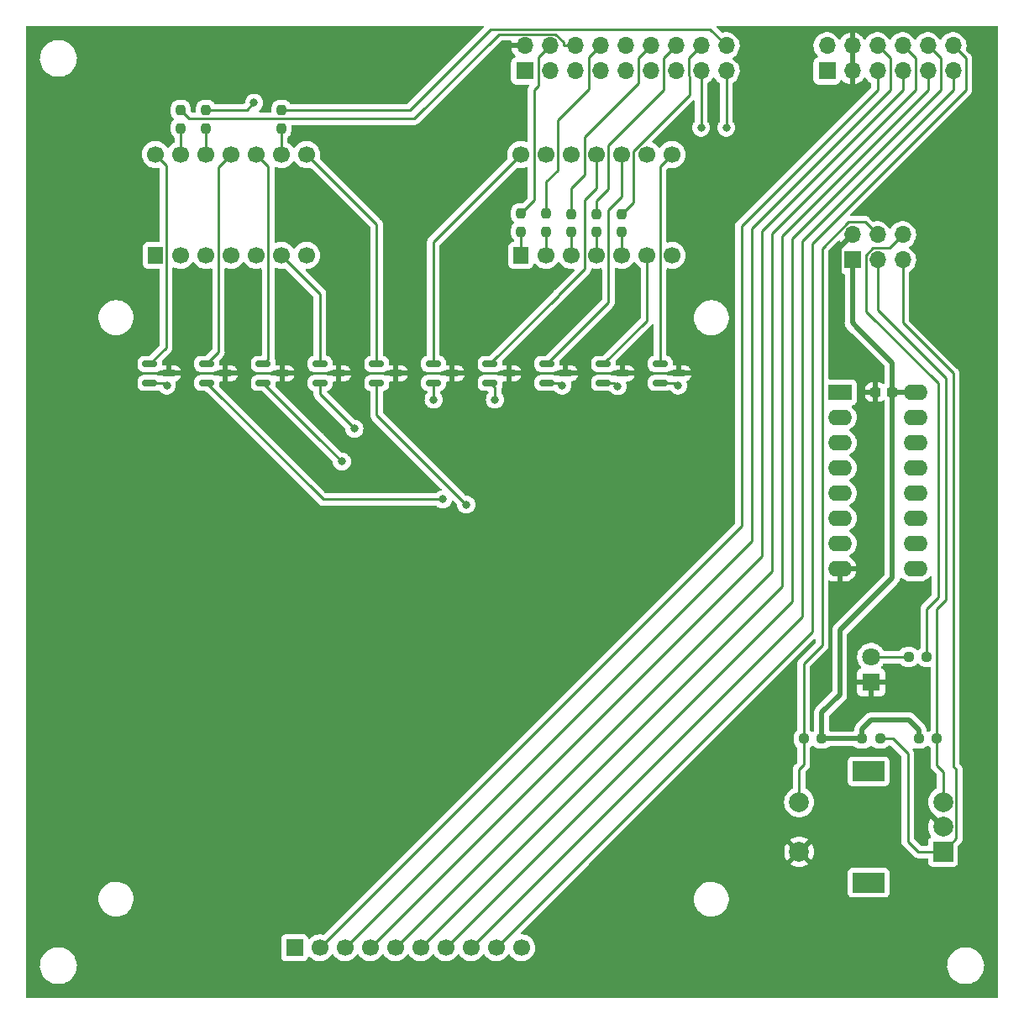
<source format=gbl>
G04 #@! TF.GenerationSoftware,KiCad,Pcbnew,6.0.9-8da3e8f707~116~ubuntu20.04.1*
G04 #@! TF.CreationDate,2022-12-22T22:59:07+01:00*
G04 #@! TF.ProjectId,display_10dig,64697370-6c61-4795-9f31-306469672e6b,rev?*
G04 #@! TF.SameCoordinates,Original*
G04 #@! TF.FileFunction,Copper,L2,Bot*
G04 #@! TF.FilePolarity,Positive*
%FSLAX46Y46*%
G04 Gerber Fmt 4.6, Leading zero omitted, Abs format (unit mm)*
G04 Created by KiCad (PCBNEW 6.0.9-8da3e8f707~116~ubuntu20.04.1) date 2022-12-22 22:59:07*
%MOMM*%
%LPD*%
G01*
G04 APERTURE LIST*
G04 Aperture macros list*
%AMRoundRect*
0 Rectangle with rounded corners*
0 $1 Rounding radius*
0 $2 $3 $4 $5 $6 $7 $8 $9 X,Y pos of 4 corners*
0 Add a 4 corners polygon primitive as box body*
4,1,4,$2,$3,$4,$5,$6,$7,$8,$9,$2,$3,0*
0 Add four circle primitives for the rounded corners*
1,1,$1+$1,$2,$3*
1,1,$1+$1,$4,$5*
1,1,$1+$1,$6,$7*
1,1,$1+$1,$8,$9*
0 Add four rect primitives between the rounded corners*
20,1,$1+$1,$2,$3,$4,$5,0*
20,1,$1+$1,$4,$5,$6,$7,0*
20,1,$1+$1,$6,$7,$8,$9,0*
20,1,$1+$1,$8,$9,$2,$3,0*%
G04 Aperture macros list end*
G04 #@! TA.AperFunction,ComponentPad*
%ADD10R,2.000000X2.000000*%
G04 #@! TD*
G04 #@! TA.AperFunction,ComponentPad*
%ADD11C,2.000000*%
G04 #@! TD*
G04 #@! TA.AperFunction,ComponentPad*
%ADD12R,3.200000X2.000000*%
G04 #@! TD*
G04 #@! TA.AperFunction,ComponentPad*
%ADD13R,1.700000X1.700000*%
G04 #@! TD*
G04 #@! TA.AperFunction,ComponentPad*
%ADD14O,1.700000X1.700000*%
G04 #@! TD*
G04 #@! TA.AperFunction,ComponentPad*
%ADD15R,1.500000X1.700000*%
G04 #@! TD*
G04 #@! TA.AperFunction,ComponentPad*
%ADD16C,1.700000*%
G04 #@! TD*
G04 #@! TA.AperFunction,ComponentPad*
%ADD17R,2.400000X1.600000*%
G04 #@! TD*
G04 #@! TA.AperFunction,ComponentPad*
%ADD18O,2.400000X1.600000*%
G04 #@! TD*
G04 #@! TA.AperFunction,ComponentPad*
%ADD19C,1.800000*%
G04 #@! TD*
G04 #@! TA.AperFunction,ComponentPad*
%ADD20R,1.800000X1.800000*%
G04 #@! TD*
G04 #@! TA.AperFunction,SMDPad,CuDef*
%ADD21RoundRect,0.237500X0.300000X0.237500X-0.300000X0.237500X-0.300000X-0.237500X0.300000X-0.237500X0*%
G04 #@! TD*
G04 #@! TA.AperFunction,SMDPad,CuDef*
%ADD22RoundRect,0.150000X-0.587500X-0.150000X0.587500X-0.150000X0.587500X0.150000X-0.587500X0.150000X0*%
G04 #@! TD*
G04 #@! TA.AperFunction,SMDPad,CuDef*
%ADD23RoundRect,0.237500X0.237500X-0.250000X0.237500X0.250000X-0.237500X0.250000X-0.237500X-0.250000X0*%
G04 #@! TD*
G04 #@! TA.AperFunction,SMDPad,CuDef*
%ADD24RoundRect,0.237500X-0.250000X-0.237500X0.250000X-0.237500X0.250000X0.237500X-0.250000X0.237500X0*%
G04 #@! TD*
G04 #@! TA.AperFunction,SMDPad,CuDef*
%ADD25RoundRect,0.237500X0.250000X0.237500X-0.250000X0.237500X-0.250000X-0.237500X0.250000X-0.237500X0*%
G04 #@! TD*
G04 #@! TA.AperFunction,ViaPad*
%ADD26C,0.800000*%
G04 #@! TD*
G04 #@! TA.AperFunction,Conductor*
%ADD27C,0.250000*%
G04 #@! TD*
G04 #@! TA.AperFunction,Conductor*
%ADD28C,0.500000*%
G04 #@! TD*
G04 APERTURE END LIST*
D10*
X153935000Y-129500000D03*
D11*
X153935000Y-124500000D03*
X153935000Y-127000000D03*
D12*
X146435000Y-121400000D03*
X146435000Y-132600000D03*
D11*
X139435000Y-124500000D03*
X139435000Y-129500000D03*
D13*
X111760000Y-50800000D03*
D14*
X111760000Y-48260000D03*
X114300000Y-50800000D03*
X114300000Y-48260000D03*
X116840000Y-50800000D03*
X116840000Y-48260000D03*
X119380000Y-50800000D03*
X119380000Y-48260000D03*
X121920000Y-50800000D03*
X121920000Y-48260000D03*
X124460000Y-50800000D03*
X124460000Y-48260000D03*
X127000000Y-50800000D03*
X127000000Y-48260000D03*
X129540000Y-50800000D03*
X129540000Y-48260000D03*
X132080000Y-50800000D03*
X132080000Y-48260000D03*
D15*
X111379000Y-69384000D03*
D16*
X113919000Y-69384000D03*
X116459000Y-69384000D03*
X118999000Y-69384000D03*
X121539000Y-69384000D03*
X124079000Y-69384000D03*
X126619000Y-69384000D03*
X126619000Y-59224000D03*
X124079000Y-59224000D03*
X121539000Y-59224000D03*
X118999000Y-59224000D03*
X116459000Y-59224000D03*
X113919000Y-59224000D03*
X111379000Y-59224000D03*
D13*
X144780000Y-69850000D03*
D14*
X144780000Y-67310000D03*
X147320000Y-69850000D03*
X147320000Y-67310000D03*
X149860000Y-69850000D03*
X149860000Y-67310000D03*
D13*
X142240000Y-50800000D03*
D14*
X142240000Y-48260000D03*
X144780000Y-50800000D03*
X144780000Y-48260000D03*
X147320000Y-50800000D03*
X147320000Y-48260000D03*
X149860000Y-50800000D03*
X149860000Y-48260000D03*
X152400000Y-50800000D03*
X152400000Y-48260000D03*
X154940000Y-50800000D03*
X154940000Y-48260000D03*
D17*
X143510000Y-83185000D03*
D18*
X143510000Y-85725000D03*
X143510000Y-88265000D03*
X143510000Y-90805000D03*
X143510000Y-93345000D03*
X143510000Y-95885000D03*
X143510000Y-98425000D03*
X143510000Y-100965000D03*
X151130000Y-100965000D03*
X151130000Y-98425000D03*
X151130000Y-95885000D03*
X151130000Y-93345000D03*
X151130000Y-90805000D03*
X151130000Y-88265000D03*
X151130000Y-85725000D03*
X151130000Y-83185000D03*
D19*
X146685000Y-109860000D03*
D20*
X146685000Y-112400000D03*
D15*
X74549000Y-69384000D03*
D16*
X77089000Y-69384000D03*
X79629000Y-69384000D03*
X82169000Y-69384000D03*
X84709000Y-69384000D03*
X87249000Y-69384000D03*
X89789000Y-69384000D03*
X89789000Y-59224000D03*
X87249000Y-59224000D03*
X84709000Y-59224000D03*
X82169000Y-59224000D03*
X79629000Y-59224000D03*
X77089000Y-59224000D03*
X74549000Y-59224000D03*
D13*
X88584000Y-139164000D03*
D16*
X91124000Y-139164000D03*
X93664000Y-139164000D03*
X96204000Y-139164000D03*
X98744000Y-139164000D03*
X101284000Y-139164000D03*
X103824000Y-139164000D03*
X106364000Y-139164000D03*
X108904000Y-139164000D03*
X111444000Y-139164000D03*
D21*
X148832500Y-83170000D03*
X147107500Y-83170000D03*
D22*
X113997500Y-82230000D03*
X113997500Y-80330000D03*
X115872500Y-81280000D03*
X79707500Y-82230000D03*
X79707500Y-80330000D03*
X81582500Y-81280000D03*
D23*
X121539000Y-67023000D03*
X121539000Y-65198000D03*
D22*
X108282500Y-82230000D03*
X108282500Y-80330000D03*
X110157500Y-81280000D03*
D23*
X77089000Y-56562000D03*
X77089000Y-54737000D03*
D22*
X91137500Y-82230000D03*
X91137500Y-80330000D03*
X93012500Y-81280000D03*
X119712500Y-82230000D03*
X119712500Y-80330000D03*
X121587500Y-81280000D03*
D23*
X113919000Y-66976000D03*
X113919000Y-65151000D03*
D24*
X145772500Y-118110000D03*
X147597500Y-118110000D03*
D23*
X79629000Y-56562000D03*
X79629000Y-54737000D03*
X116459000Y-67023000D03*
X116459000Y-65198000D03*
D24*
X151487500Y-118110000D03*
X153312500Y-118110000D03*
D23*
X111379000Y-66976000D03*
X111379000Y-65151000D03*
D25*
X152296500Y-109855000D03*
X150471500Y-109855000D03*
D23*
X118999000Y-67023000D03*
X118999000Y-65198000D03*
X87249000Y-56562000D03*
X87249000Y-54737000D03*
D25*
X141708500Y-118110000D03*
X139883500Y-118110000D03*
D22*
X96852500Y-82230000D03*
X96852500Y-80330000D03*
X98727500Y-81280000D03*
X73992500Y-82230000D03*
X73992500Y-80330000D03*
X75867500Y-81280000D03*
X85422500Y-82230000D03*
X85422500Y-80330000D03*
X87297500Y-81280000D03*
X102567500Y-82230000D03*
X102567500Y-80330000D03*
X104442500Y-81280000D03*
X125427500Y-82230000D03*
X125427500Y-80330000D03*
X127302500Y-81280000D03*
D26*
X88900000Y-81280000D03*
X106045000Y-81280000D03*
X123190000Y-81280000D03*
X128905000Y-81280000D03*
X94615000Y-81280000D03*
X117475000Y-81280000D03*
X100330000Y-81280000D03*
X111760000Y-81280000D03*
X83185000Y-81280000D03*
X77470000Y-81280000D03*
X129540000Y-56515000D03*
X84490000Y-54011600D03*
X132080000Y-56515000D03*
X127228100Y-82497500D03*
X121146200Y-82559400D03*
X115557500Y-82497500D03*
X108762700Y-83927300D03*
X102590100Y-83927300D03*
X105878900Y-94509400D03*
X94608400Y-86851900D03*
X93345000Y-90170000D03*
X103505000Y-93980000D03*
X75703000Y-82497500D03*
D27*
X153935000Y-129500000D02*
X151424000Y-129500000D01*
X151424000Y-129500000D02*
X150368000Y-128444000D01*
X150368000Y-128444000D02*
X150368000Y-119634000D01*
X150368000Y-119634000D02*
X148844000Y-118110000D01*
X148844000Y-118110000D02*
X147597500Y-118110000D01*
X153935000Y-129500000D02*
X155260000Y-128175000D01*
X154940000Y-120870584D02*
X154940000Y-81280000D01*
X155260000Y-128175000D02*
X155260000Y-121190584D01*
X155260000Y-121190584D02*
X154940000Y-120870584D01*
X149860000Y-76200000D02*
X149860000Y-69850000D01*
X154940000Y-81280000D02*
X149860000Y-76200000D01*
X147320000Y-69850000D02*
X147320000Y-74928604D01*
X147320000Y-74928604D02*
X154178000Y-81786604D01*
X154178000Y-81786604D02*
X154178000Y-104140000D01*
X154178000Y-104140000D02*
X153312500Y-105005500D01*
X153312500Y-105005500D02*
X153312500Y-118110000D01*
X152296500Y-109855000D02*
X152296500Y-105005500D01*
X152296500Y-105005500D02*
X153416000Y-103886000D01*
X153416000Y-103886000D02*
X153416000Y-82296000D01*
X153416000Y-82296000D02*
X146145000Y-75025000D01*
X146145000Y-75025000D02*
X146145000Y-69363299D01*
X146145000Y-69363299D02*
X146849949Y-68658350D01*
X146849949Y-68658350D02*
X148511650Y-68658350D01*
X148511650Y-68658350D02*
X149860000Y-67310000D01*
D28*
X145542000Y-105156000D02*
X148832500Y-101865500D01*
X148832500Y-101865500D02*
X148832500Y-83170000D01*
X145542000Y-105156000D02*
X143510000Y-107188000D01*
X143510000Y-107188000D02*
X143510000Y-113665000D01*
X143510000Y-113665000D02*
X141708500Y-115466500D01*
X141708500Y-115466500D02*
X141708500Y-118110000D01*
X145772500Y-118110000D02*
X145772500Y-117117500D01*
X146685000Y-116205000D02*
X150495000Y-116205000D01*
X145772500Y-117117500D02*
X146685000Y-116205000D01*
X150495000Y-116205000D02*
X151487500Y-117197500D01*
X151487500Y-117197500D02*
X151487500Y-118110000D01*
D27*
X150471500Y-109855000D02*
X150466500Y-109860000D01*
X150466500Y-109860000D02*
X146685000Y-109860000D01*
X153312500Y-118110000D02*
X153312500Y-120800500D01*
X153312500Y-120800500D02*
X153935000Y-121423000D01*
X153935000Y-121423000D02*
X153935000Y-124500000D01*
D28*
X141708500Y-118110000D02*
X145772500Y-118110000D01*
D27*
X147320000Y-67310000D02*
X146050000Y-66040000D01*
X144365400Y-66040000D02*
X141732000Y-68673400D01*
X146050000Y-66040000D02*
X144365400Y-66040000D01*
X141732000Y-68673400D02*
X141732000Y-108712000D01*
X141732000Y-108712000D02*
X139883500Y-110560500D01*
X139883500Y-110560500D02*
X139883500Y-118110000D01*
X139883500Y-118110000D02*
X139883500Y-120720500D01*
X139883500Y-120720500D02*
X139435000Y-121169000D01*
X139435000Y-121169000D02*
X139435000Y-124500000D01*
D28*
X145307700Y-76727700D02*
X144780000Y-76200000D01*
X145337600Y-76727700D02*
X148832000Y-80222500D01*
X148832500Y-83170000D02*
X151115000Y-83170000D01*
X145337600Y-76727700D02*
X145307700Y-76727700D01*
X144795000Y-76185000D02*
X145337600Y-76727700D01*
X148832000Y-83170000D02*
X148832500Y-83170000D01*
X151115000Y-83170000D02*
X151130000Y-83185000D01*
X148832000Y-80222500D02*
X148832000Y-83170000D01*
X144780000Y-76200000D02*
X144780000Y-69850000D01*
X94615000Y-81280000D02*
X93012500Y-81280000D01*
X77470000Y-81280000D02*
X75867500Y-81280000D01*
X147108000Y-89837500D02*
X147108000Y-99272500D01*
X143480000Y-68610000D02*
X143480000Y-76835000D01*
X128905000Y-81280000D02*
X127302500Y-81280000D01*
X147108000Y-80402500D02*
X147108000Y-89837500D01*
X147108000Y-99272500D02*
X145415000Y-100965000D01*
X117475000Y-81280000D02*
X115872500Y-81280000D01*
X147107500Y-89837000D02*
X147107500Y-83170000D01*
X123190000Y-81280000D02*
X121587500Y-81280000D01*
X145415000Y-100965000D02*
X143510000Y-100965000D01*
X83185000Y-81280000D02*
X81582500Y-81280000D01*
X88900000Y-81280000D02*
X87297500Y-81280000D01*
X100330000Y-81280000D02*
X98727500Y-81280000D01*
X106045000Y-81280000D02*
X104442500Y-81280000D01*
X144780000Y-67310000D02*
X143480000Y-68610000D01*
X143495000Y-76790000D02*
X147108000Y-80402500D01*
X111760000Y-81280000D02*
X110157500Y-81280000D01*
X147108000Y-89837500D02*
X147107500Y-89837000D01*
D27*
X117824000Y-61246000D02*
X116459000Y-62611000D01*
X123190000Y-52070000D02*
X117824000Y-57436000D01*
X124460000Y-48260000D02*
X123190000Y-49530000D01*
X123190000Y-49530000D02*
X123190000Y-52070000D01*
X117824000Y-57436000D02*
X117824000Y-61246000D01*
X116459000Y-62611000D02*
X116459000Y-65198000D01*
X115664700Y-47892600D02*
X115664700Y-48260000D01*
X116840000Y-48260000D02*
X115664700Y-48260000D01*
X109150800Y-47084700D02*
X114856800Y-47084700D01*
X114856800Y-47084700D02*
X115664700Y-47892600D01*
X100643000Y-55592500D02*
X109150800Y-47084700D01*
X77089000Y-54737000D02*
X77944500Y-55592500D01*
X77944500Y-55592500D02*
X100643000Y-55592500D01*
X87249000Y-54737000D02*
X100203000Y-54737000D01*
X100203000Y-54737000D02*
X108311100Y-46628900D01*
X108311100Y-46628900D02*
X130448900Y-46628900D01*
X130448900Y-46628900D02*
X132080000Y-48260000D01*
X118999000Y-63881000D02*
X118999000Y-65198000D01*
X125730000Y-52705000D02*
X120174000Y-58261000D01*
X125730000Y-49530000D02*
X125730000Y-52705000D01*
X120174000Y-58261000D02*
X120174000Y-62706000D01*
X120174000Y-62706000D02*
X118999000Y-63881000D01*
X127000000Y-48260000D02*
X125730000Y-49530000D01*
X118204700Y-52610300D02*
X118204700Y-49435300D01*
X118204700Y-49435300D02*
X119380000Y-48260000D01*
X113919000Y-61976000D02*
X115094000Y-60801000D01*
X115094000Y-55721000D02*
X118204700Y-52610300D01*
X113919000Y-65151000D02*
X113919000Y-61976000D01*
X115094000Y-60801000D02*
X115094000Y-55721000D01*
X112710100Y-52723800D02*
X112710100Y-63819900D01*
X113124700Y-49435300D02*
X113124700Y-52309200D01*
X113124700Y-52309200D02*
X112710100Y-52723800D01*
X114300000Y-48260000D02*
X113124700Y-49435300D01*
X112710100Y-63819900D02*
X111379000Y-65151000D01*
X129540000Y-56515000D02*
X129540000Y-50800000D01*
X83764600Y-54737000D02*
X84490000Y-54011600D01*
X79629000Y-54737000D02*
X83764600Y-54737000D01*
X132080000Y-56515000D02*
X132080000Y-50800000D01*
X129540000Y-48260000D02*
X128270000Y-49530000D01*
X121539000Y-65198000D02*
X122714400Y-64022600D01*
X128364700Y-53199300D02*
X128364700Y-51340300D01*
X122714400Y-64022600D02*
X122714400Y-58849600D01*
X128270000Y-49530000D02*
X128270000Y-51245600D01*
X122714400Y-58849600D02*
X128364700Y-53199300D01*
X128270000Y-51245600D02*
X128364700Y-51340300D01*
X152400000Y-52705000D02*
X152400000Y-50800000D01*
X101284000Y-139164000D02*
X137668000Y-102780000D01*
X137668000Y-67437000D02*
X152400000Y-52705000D01*
X137668000Y-102780000D02*
X137668000Y-67437000D01*
X133604000Y-66421000D02*
X133604000Y-96684000D01*
X133604000Y-96684000D02*
X91124000Y-139164000D01*
X147320000Y-50800000D02*
X147320000Y-52705000D01*
X147320000Y-52705000D02*
X133604000Y-66421000D01*
X153670000Y-49530000D02*
X152400000Y-48260000D01*
X103824000Y-139164000D02*
X138684000Y-104304000D01*
X138684000Y-67691000D02*
X153670000Y-52705000D01*
X153670000Y-52705000D02*
X153670000Y-49530000D01*
X138684000Y-104304000D02*
X138684000Y-67691000D01*
X148590000Y-52705000D02*
X134620000Y-66675000D01*
X147320000Y-48260000D02*
X148590000Y-49530000D01*
X148590000Y-49530000D02*
X148590000Y-52705000D01*
X134620000Y-98208000D02*
X93664000Y-139164000D01*
X134620000Y-66675000D02*
X134620000Y-98208000D01*
X139700000Y-67945000D02*
X154940000Y-52705000D01*
X139700000Y-105828000D02*
X139700000Y-67945000D01*
X154940000Y-52705000D02*
X154940000Y-50800000D01*
X106364000Y-139164000D02*
X139700000Y-105828000D01*
X135636000Y-66929000D02*
X149860000Y-52705000D01*
X135636000Y-99732000D02*
X135636000Y-66929000D01*
X149860000Y-52705000D02*
X149860000Y-50800000D01*
X96204000Y-139164000D02*
X135636000Y-99732000D01*
X156210000Y-52705000D02*
X156210000Y-49530000D01*
X108904000Y-139164000D02*
X140716000Y-107352000D01*
X140716000Y-107352000D02*
X140716000Y-68199000D01*
X140716000Y-68199000D02*
X156210000Y-52705000D01*
X156210000Y-49530000D02*
X154940000Y-48260000D01*
X98744000Y-139164000D02*
X136652000Y-101256000D01*
X151130000Y-52705000D02*
X151130000Y-49530000D01*
X136652000Y-67183000D02*
X151130000Y-52705000D01*
X136652000Y-101256000D02*
X136652000Y-67183000D01*
X151130000Y-49530000D02*
X149860000Y-48260000D01*
X125427500Y-82230000D02*
X126960600Y-82230000D01*
X126960600Y-82230000D02*
X127228100Y-82497500D01*
X125427500Y-80330000D02*
X125427500Y-60415500D01*
X125427500Y-60415500D02*
X126619000Y-59224000D01*
X120816800Y-82230000D02*
X119712500Y-82230000D01*
X121146200Y-82559400D02*
X120816800Y-82230000D01*
X124079000Y-75963500D02*
X124079000Y-69384000D01*
X119712500Y-80330000D02*
X124079000Y-75963500D01*
X115290000Y-82230000D02*
X115557500Y-82497500D01*
X113997500Y-82230000D02*
X115290000Y-82230000D01*
X113997500Y-80330000D02*
X120193000Y-74134500D01*
X120193000Y-64834300D02*
X121539000Y-63488300D01*
X121539000Y-63488300D02*
X121539000Y-59224000D01*
X120193000Y-74134500D02*
X120193000Y-64834300D01*
X108282500Y-82230000D02*
X108762700Y-82710200D01*
X108762700Y-82710200D02*
X108762700Y-83927300D01*
X117824000Y-70771000D02*
X117824000Y-63786000D01*
X115205200Y-73389800D02*
X117824000Y-70771000D01*
X118999000Y-59224000D02*
X118999000Y-62611000D01*
X115205200Y-73407300D02*
X115205200Y-73389800D01*
X118999000Y-62611000D02*
X117824000Y-63786000D01*
X108282500Y-80330000D02*
X115205200Y-73407300D01*
X102590100Y-82252600D02*
X102590100Y-83927300D01*
X102567500Y-82230000D02*
X102590100Y-82252600D01*
X102567500Y-80330000D02*
X102567500Y-68035500D01*
X102567500Y-68035500D02*
X111379000Y-59224000D01*
X96852500Y-85483000D02*
X105878900Y-94509400D01*
X96852500Y-82230000D02*
X96852500Y-85483000D01*
X96852500Y-80330000D02*
X96852500Y-66287500D01*
X96852500Y-66287500D02*
X89789000Y-59224000D01*
X91137500Y-82230000D02*
X91137500Y-83381000D01*
X91137500Y-83381000D02*
X94608400Y-86851900D01*
X91137500Y-80330000D02*
X91137500Y-73272500D01*
X91137500Y-73272500D02*
X87249000Y-69384000D01*
X90921300Y-87746300D02*
X90921300Y-87728800D01*
X93345000Y-90170000D02*
X90921300Y-87746300D01*
X90921300Y-87728800D02*
X85422500Y-82230000D01*
X85909400Y-60424400D02*
X84709000Y-59224000D01*
X85909400Y-79843100D02*
X85909400Y-60424400D01*
X85422500Y-80330000D02*
X85909400Y-79843100D01*
X103505000Y-93980000D02*
X91457500Y-93980000D01*
X91457500Y-93980000D02*
X79707500Y-82230000D01*
X80899000Y-79138500D02*
X80899000Y-60494000D01*
X79707500Y-80330000D02*
X80899000Y-79138500D01*
X80899000Y-60494000D02*
X82169000Y-59224000D01*
X75435500Y-82230000D02*
X75703000Y-82497500D01*
X73992500Y-82230000D02*
X75435500Y-82230000D01*
X75624400Y-78698100D02*
X75624400Y-60299400D01*
X75624400Y-60299400D02*
X74549000Y-59224000D01*
X73992500Y-80330000D02*
X75624400Y-78698100D01*
X116459000Y-67023000D02*
X116459000Y-69384000D01*
X121539000Y-67023000D02*
X121539000Y-69384000D01*
X79629000Y-56562000D02*
X79629000Y-59224000D01*
X111379000Y-66976000D02*
X111379000Y-69384000D01*
X113919000Y-66976000D02*
X113919000Y-69384000D01*
X118999000Y-67023000D02*
X118999000Y-69384000D01*
X87249000Y-56562000D02*
X87249000Y-59224000D01*
X77089000Y-56562000D02*
X77089000Y-59224000D01*
G04 #@! TA.AperFunction,Conductor*
G36*
X107579527Y-46248502D02*
G01*
X107626020Y-46302158D01*
X107636124Y-46372432D01*
X107606630Y-46437012D01*
X107600501Y-46443595D01*
X99977500Y-54066595D01*
X99915188Y-54100621D01*
X99888405Y-54103500D01*
X88196699Y-54103500D01*
X88128578Y-54083498D01*
X88089554Y-54043801D01*
X88075116Y-54020469D01*
X88069934Y-54015296D01*
X87957184Y-53902742D01*
X87957179Y-53902738D01*
X87952003Y-53897571D01*
X87887150Y-53857595D01*
X87810150Y-53810131D01*
X87810148Y-53810130D01*
X87803920Y-53806291D01*
X87638809Y-53751526D01*
X87631973Y-53750826D01*
X87631970Y-53750825D01*
X87580474Y-53745549D01*
X87536072Y-53741000D01*
X86961928Y-53741000D01*
X86958682Y-53741337D01*
X86958678Y-53741337D01*
X86864765Y-53751081D01*
X86864761Y-53751082D01*
X86857907Y-53751793D01*
X86851371Y-53753974D01*
X86851369Y-53753974D01*
X86807830Y-53768500D01*
X86692893Y-53806846D01*
X86544969Y-53898384D01*
X86539796Y-53903566D01*
X86427242Y-54016316D01*
X86427238Y-54016321D01*
X86422071Y-54021497D01*
X86418231Y-54027727D01*
X86418230Y-54027728D01*
X86335364Y-54162162D01*
X86330791Y-54169580D01*
X86276026Y-54334691D01*
X86265500Y-54437428D01*
X86265500Y-54833000D01*
X86245498Y-54901121D01*
X86191842Y-54947614D01*
X86139500Y-54959000D01*
X85119436Y-54959000D01*
X85051315Y-54938998D01*
X85004822Y-54885342D01*
X84994718Y-54815068D01*
X85024212Y-54750488D01*
X85045375Y-54731064D01*
X85055182Y-54723939D01*
X85101253Y-54690466D01*
X85229040Y-54548544D01*
X85324527Y-54383156D01*
X85383542Y-54201528D01*
X85386295Y-54175341D01*
X85402814Y-54018165D01*
X85403504Y-54011600D01*
X85383542Y-53821672D01*
X85324527Y-53640044D01*
X85229040Y-53474656D01*
X85101253Y-53332734D01*
X84946752Y-53220482D01*
X84940724Y-53217798D01*
X84940722Y-53217797D01*
X84778319Y-53145491D01*
X84778318Y-53145491D01*
X84772288Y-53142806D01*
X84672409Y-53121576D01*
X84591944Y-53104472D01*
X84591939Y-53104472D01*
X84585487Y-53103100D01*
X84394513Y-53103100D01*
X84388061Y-53104472D01*
X84388056Y-53104472D01*
X84307591Y-53121576D01*
X84207712Y-53142806D01*
X84201682Y-53145491D01*
X84201681Y-53145491D01*
X84039278Y-53217797D01*
X84039276Y-53217798D01*
X84033248Y-53220482D01*
X83878747Y-53332734D01*
X83750960Y-53474656D01*
X83655473Y-53640044D01*
X83596458Y-53821672D01*
X83595768Y-53828233D01*
X83595768Y-53828235D01*
X83579093Y-53986892D01*
X83552080Y-54052549D01*
X83542867Y-54062829D01*
X83539088Y-54066607D01*
X83476771Y-54100624D01*
X83450004Y-54103500D01*
X80576699Y-54103500D01*
X80508578Y-54083498D01*
X80469554Y-54043801D01*
X80455116Y-54020469D01*
X80449934Y-54015296D01*
X80337184Y-53902742D01*
X80337179Y-53902738D01*
X80332003Y-53897571D01*
X80267150Y-53857595D01*
X80190150Y-53810131D01*
X80190148Y-53810130D01*
X80183920Y-53806291D01*
X80018809Y-53751526D01*
X80011973Y-53750826D01*
X80011970Y-53750825D01*
X79960474Y-53745549D01*
X79916072Y-53741000D01*
X79341928Y-53741000D01*
X79338682Y-53741337D01*
X79338678Y-53741337D01*
X79244765Y-53751081D01*
X79244761Y-53751082D01*
X79237907Y-53751793D01*
X79231371Y-53753974D01*
X79231369Y-53753974D01*
X79187830Y-53768500D01*
X79072893Y-53806846D01*
X78924969Y-53898384D01*
X78919796Y-53903566D01*
X78807242Y-54016316D01*
X78807238Y-54016321D01*
X78802071Y-54021497D01*
X78798231Y-54027727D01*
X78798230Y-54027728D01*
X78715364Y-54162162D01*
X78710791Y-54169580D01*
X78656026Y-54334691D01*
X78645500Y-54437428D01*
X78645500Y-54833000D01*
X78625498Y-54901121D01*
X78571842Y-54947614D01*
X78519500Y-54959000D01*
X78259094Y-54959000D01*
X78190973Y-54938998D01*
X78169999Y-54922095D01*
X78109405Y-54861501D01*
X78075379Y-54799189D01*
X78072500Y-54772406D01*
X78072500Y-54437428D01*
X78061707Y-54333407D01*
X78006654Y-54168393D01*
X77915116Y-54020469D01*
X77909934Y-54015296D01*
X77797184Y-53902742D01*
X77797179Y-53902738D01*
X77792003Y-53897571D01*
X77727150Y-53857595D01*
X77650150Y-53810131D01*
X77650148Y-53810130D01*
X77643920Y-53806291D01*
X77478809Y-53751526D01*
X77471973Y-53750826D01*
X77471970Y-53750825D01*
X77420474Y-53745549D01*
X77376072Y-53741000D01*
X76801928Y-53741000D01*
X76798682Y-53741337D01*
X76798678Y-53741337D01*
X76704765Y-53751081D01*
X76704761Y-53751082D01*
X76697907Y-53751793D01*
X76691371Y-53753974D01*
X76691369Y-53753974D01*
X76647830Y-53768500D01*
X76532893Y-53806846D01*
X76384969Y-53898384D01*
X76379796Y-53903566D01*
X76267242Y-54016316D01*
X76267238Y-54016321D01*
X76262071Y-54021497D01*
X76258231Y-54027727D01*
X76258230Y-54027728D01*
X76175364Y-54162162D01*
X76170791Y-54169580D01*
X76116026Y-54334691D01*
X76105500Y-54437428D01*
X76105500Y-55036572D01*
X76116293Y-55140593D01*
X76171346Y-55305607D01*
X76262884Y-55453531D01*
X76268066Y-55458704D01*
X76369786Y-55560247D01*
X76403865Y-55622530D01*
X76398862Y-55693350D01*
X76369941Y-55738437D01*
X76267246Y-55841312D01*
X76267242Y-55841317D01*
X76262071Y-55846497D01*
X76258231Y-55852727D01*
X76258230Y-55852728D01*
X76180977Y-55978056D01*
X76170791Y-55994580D01*
X76116026Y-56159691D01*
X76115326Y-56166527D01*
X76115325Y-56166530D01*
X76111071Y-56208055D01*
X76105500Y-56262428D01*
X76105500Y-56861572D01*
X76105837Y-56864818D01*
X76105837Y-56864822D01*
X76114053Y-56944000D01*
X76116293Y-56965593D01*
X76118474Y-56972129D01*
X76118474Y-56972131D01*
X76153940Y-57078434D01*
X76171346Y-57130607D01*
X76262884Y-57278531D01*
X76268066Y-57283704D01*
X76380816Y-57396258D01*
X76380821Y-57396262D01*
X76385997Y-57401429D01*
X76392227Y-57405269D01*
X76392228Y-57405270D01*
X76395614Y-57407357D01*
X76397441Y-57409386D01*
X76397973Y-57409807D01*
X76397901Y-57409898D01*
X76443108Y-57460128D01*
X76455500Y-57514618D01*
X76455500Y-57945692D01*
X76435498Y-58013813D01*
X76387683Y-58057453D01*
X76362607Y-58070507D01*
X76358474Y-58073610D01*
X76358471Y-58073612D01*
X76262852Y-58145405D01*
X76183965Y-58204635D01*
X76029629Y-58366138D01*
X75922201Y-58523621D01*
X75867293Y-58568621D01*
X75796768Y-58576792D01*
X75733021Y-58545538D01*
X75712324Y-58521054D01*
X75631822Y-58396617D01*
X75631820Y-58396614D01*
X75629014Y-58392277D01*
X75478670Y-58227051D01*
X75474619Y-58223852D01*
X75474615Y-58223848D01*
X75307414Y-58091800D01*
X75307410Y-58091798D01*
X75303359Y-58088598D01*
X75298831Y-58086098D01*
X75182988Y-58022150D01*
X75107789Y-57980638D01*
X75102920Y-57978914D01*
X75102916Y-57978912D01*
X74902087Y-57907795D01*
X74902083Y-57907794D01*
X74897212Y-57906069D01*
X74892119Y-57905162D01*
X74892116Y-57905161D01*
X74682373Y-57867800D01*
X74682367Y-57867799D01*
X74677284Y-57866894D01*
X74603452Y-57865992D01*
X74459081Y-57864228D01*
X74459079Y-57864228D01*
X74453911Y-57864165D01*
X74233091Y-57897955D01*
X74020756Y-57967357D01*
X73992648Y-57981989D01*
X73846975Y-58057822D01*
X73822607Y-58070507D01*
X73818474Y-58073610D01*
X73818471Y-58073612D01*
X73722852Y-58145405D01*
X73643965Y-58204635D01*
X73489629Y-58366138D01*
X73363743Y-58550680D01*
X73269688Y-58753305D01*
X73209989Y-58968570D01*
X73186251Y-59190695D01*
X73186548Y-59195848D01*
X73186548Y-59195851D01*
X73192011Y-59290590D01*
X73199110Y-59413715D01*
X73200247Y-59418761D01*
X73200248Y-59418767D01*
X73220119Y-59506939D01*
X73248222Y-59631639D01*
X73332266Y-59838616D01*
X73383019Y-59921438D01*
X73446291Y-60024688D01*
X73448987Y-60029088D01*
X73595250Y-60197938D01*
X73767126Y-60340632D01*
X73960000Y-60453338D01*
X73964825Y-60455180D01*
X73964826Y-60455181D01*
X74021957Y-60476997D01*
X74168692Y-60533030D01*
X74173760Y-60534061D01*
X74173763Y-60534062D01*
X74279617Y-60555598D01*
X74387597Y-60577567D01*
X74392772Y-60577757D01*
X74392774Y-60577757D01*
X74605673Y-60585564D01*
X74605677Y-60585564D01*
X74610837Y-60585753D01*
X74615957Y-60585097D01*
X74615959Y-60585097D01*
X74827288Y-60558025D01*
X74827289Y-60558025D01*
X74832416Y-60557368D01*
X74837363Y-60555884D01*
X74838708Y-60555598D01*
X74909498Y-60561003D01*
X74966129Y-60603822D01*
X74990621Y-60670460D01*
X74990900Y-60678846D01*
X74990900Y-67899500D01*
X74970898Y-67967621D01*
X74917242Y-68014114D01*
X74864900Y-68025500D01*
X73750866Y-68025500D01*
X73688684Y-68032255D01*
X73552295Y-68083385D01*
X73435739Y-68170739D01*
X73348385Y-68287295D01*
X73297255Y-68423684D01*
X73290500Y-68485866D01*
X73290500Y-70282134D01*
X73297255Y-70344316D01*
X73348385Y-70480705D01*
X73435739Y-70597261D01*
X73552295Y-70684615D01*
X73688684Y-70735745D01*
X73750866Y-70742500D01*
X74864900Y-70742500D01*
X74933021Y-70762502D01*
X74979514Y-70816158D01*
X74990900Y-70868500D01*
X74990900Y-78383506D01*
X74970898Y-78451627D01*
X74953995Y-78472601D01*
X73942000Y-79484595D01*
X73879688Y-79518621D01*
X73852905Y-79521500D01*
X73338498Y-79521500D01*
X73336050Y-79521693D01*
X73336042Y-79521693D01*
X73307579Y-79523933D01*
X73307574Y-79523934D01*
X73301169Y-79524438D01*
X73201231Y-79553472D01*
X73149012Y-79568643D01*
X73149010Y-79568644D01*
X73141399Y-79570855D01*
X73134572Y-79574892D01*
X73134573Y-79574892D01*
X73005020Y-79651509D01*
X73005017Y-79651511D01*
X72998193Y-79655547D01*
X72880547Y-79773193D01*
X72876511Y-79780017D01*
X72876509Y-79780020D01*
X72853123Y-79819564D01*
X72795855Y-79916399D01*
X72749438Y-80076169D01*
X72746500Y-80113498D01*
X72746500Y-80546502D01*
X72749438Y-80583831D01*
X72795855Y-80743601D01*
X72799892Y-80750427D01*
X72876509Y-80879980D01*
X72876511Y-80879983D01*
X72880547Y-80886807D01*
X72998193Y-81004453D01*
X73005017Y-81008489D01*
X73005020Y-81008491D01*
X73048191Y-81034022D01*
X73141399Y-81089145D01*
X73149010Y-81091356D01*
X73149012Y-81091357D01*
X73201231Y-81106528D01*
X73301169Y-81135562D01*
X73307574Y-81136066D01*
X73307579Y-81136067D01*
X73336042Y-81138307D01*
X73336050Y-81138307D01*
X73338498Y-81138500D01*
X74646502Y-81138500D01*
X74648950Y-81138307D01*
X74648958Y-81138307D01*
X74677421Y-81136067D01*
X74677426Y-81136066D01*
X74683831Y-81135562D01*
X74783769Y-81106528D01*
X74835988Y-81091357D01*
X74835990Y-81091356D01*
X74843601Y-81089145D01*
X74920703Y-81043547D01*
X74984842Y-81026000D01*
X75595385Y-81026000D01*
X75610624Y-81021525D01*
X75611829Y-81020135D01*
X75613500Y-81012452D01*
X75613500Y-81007885D01*
X76121500Y-81007885D01*
X76125975Y-81023124D01*
X76127365Y-81024329D01*
X76135048Y-81026000D01*
X77091878Y-81026000D01*
X77105409Y-81022027D01*
X77106544Y-81014129D01*
X77065893Y-80874210D01*
X77059648Y-80859779D01*
X76983089Y-80730322D01*
X76973449Y-80717896D01*
X76867104Y-80611551D01*
X76854678Y-80601911D01*
X76725221Y-80525352D01*
X76710790Y-80519107D01*
X76564935Y-80476731D01*
X76552333Y-80474430D01*
X76523916Y-80472193D01*
X76518986Y-80472000D01*
X76139615Y-80472000D01*
X76124376Y-80476475D01*
X76123171Y-80477865D01*
X76121500Y-80485548D01*
X76121500Y-81007885D01*
X75613500Y-81007885D01*
X75613500Y-80490116D01*
X75609025Y-80474877D01*
X75607635Y-80473672D01*
X75599952Y-80472001D01*
X75364500Y-80472001D01*
X75296379Y-80451999D01*
X75249886Y-80398343D01*
X75238500Y-80346001D01*
X75238500Y-80113498D01*
X75235562Y-80076169D01*
X75233768Y-80069994D01*
X75232610Y-80063655D01*
X75235390Y-80063147D01*
X75235522Y-80004485D01*
X75267243Y-79951161D01*
X75637572Y-79580833D01*
X76016658Y-79201747D01*
X76024937Y-79194213D01*
X76031418Y-79190100D01*
X76078044Y-79140448D01*
X76080798Y-79137607D01*
X76100535Y-79117870D01*
X76103015Y-79114673D01*
X76110720Y-79105651D01*
X76140986Y-79073421D01*
X76144805Y-79066475D01*
X76144807Y-79066472D01*
X76150748Y-79055666D01*
X76161599Y-79039147D01*
X76169158Y-79029401D01*
X76174014Y-79023141D01*
X76177159Y-79015872D01*
X76177162Y-79015868D01*
X76191574Y-78982563D01*
X76196791Y-78971913D01*
X76218095Y-78933160D01*
X76223133Y-78913537D01*
X76229537Y-78894834D01*
X76234433Y-78883520D01*
X76234433Y-78883519D01*
X76237581Y-78876245D01*
X76238820Y-78868422D01*
X76238823Y-78868412D01*
X76244499Y-78832576D01*
X76246905Y-78820956D01*
X76255928Y-78785811D01*
X76255928Y-78785810D01*
X76257900Y-78778130D01*
X76257900Y-78757876D01*
X76259451Y-78738165D01*
X76261380Y-78725986D01*
X76262620Y-78718157D01*
X76258459Y-78674138D01*
X76257900Y-78662281D01*
X76257900Y-70691430D01*
X76277902Y-70623309D01*
X76331558Y-70576816D01*
X76401832Y-70566712D01*
X76447470Y-70582642D01*
X76500000Y-70613338D01*
X76504825Y-70615180D01*
X76504826Y-70615181D01*
X76535497Y-70626893D01*
X76708692Y-70693030D01*
X76713760Y-70694061D01*
X76713763Y-70694062D01*
X76792436Y-70710068D01*
X76927597Y-70737567D01*
X76932772Y-70737757D01*
X76932774Y-70737757D01*
X77145673Y-70745564D01*
X77145677Y-70745564D01*
X77150837Y-70745753D01*
X77155957Y-70745097D01*
X77155959Y-70745097D01*
X77367288Y-70718025D01*
X77367289Y-70718025D01*
X77372416Y-70717368D01*
X77396748Y-70710068D01*
X77581429Y-70654661D01*
X77581434Y-70654659D01*
X77586384Y-70653174D01*
X77786994Y-70554896D01*
X77968860Y-70425173D01*
X78127096Y-70267489D01*
X78257453Y-70086077D01*
X78258776Y-70087028D01*
X78305645Y-70043857D01*
X78375580Y-70031625D01*
X78441026Y-70059144D01*
X78468875Y-70090994D01*
X78528987Y-70189088D01*
X78675250Y-70357938D01*
X78847126Y-70500632D01*
X79040000Y-70613338D01*
X79044825Y-70615180D01*
X79044826Y-70615181D01*
X79075497Y-70626893D01*
X79248692Y-70693030D01*
X79253760Y-70694061D01*
X79253763Y-70694062D01*
X79332436Y-70710068D01*
X79467597Y-70737567D01*
X79472772Y-70737757D01*
X79472774Y-70737757D01*
X79685673Y-70745564D01*
X79685677Y-70745564D01*
X79690837Y-70745753D01*
X79695957Y-70745097D01*
X79695959Y-70745097D01*
X79907288Y-70718025D01*
X79907289Y-70718025D01*
X79912416Y-70717368D01*
X79955021Y-70704586D01*
X80103292Y-70660102D01*
X80174288Y-70659685D01*
X80234238Y-70697718D01*
X80264110Y-70762124D01*
X80265500Y-70780788D01*
X80265500Y-78823905D01*
X80245498Y-78892026D01*
X80228595Y-78913000D01*
X79657000Y-79484595D01*
X79594688Y-79518621D01*
X79567905Y-79521500D01*
X79053498Y-79521500D01*
X79051050Y-79521693D01*
X79051042Y-79521693D01*
X79022579Y-79523933D01*
X79022574Y-79523934D01*
X79016169Y-79524438D01*
X78916231Y-79553472D01*
X78864012Y-79568643D01*
X78864010Y-79568644D01*
X78856399Y-79570855D01*
X78849572Y-79574892D01*
X78849573Y-79574892D01*
X78720020Y-79651509D01*
X78720017Y-79651511D01*
X78713193Y-79655547D01*
X78595547Y-79773193D01*
X78591511Y-79780017D01*
X78591509Y-79780020D01*
X78568123Y-79819564D01*
X78510855Y-79916399D01*
X78464438Y-80076169D01*
X78461500Y-80113498D01*
X78461500Y-80546502D01*
X78464438Y-80583831D01*
X78510855Y-80743601D01*
X78514892Y-80750427D01*
X78591509Y-80879980D01*
X78591511Y-80879983D01*
X78595547Y-80886807D01*
X78713193Y-81004453D01*
X78720017Y-81008489D01*
X78720020Y-81008491D01*
X78763191Y-81034022D01*
X78856399Y-81089145D01*
X78864010Y-81091356D01*
X78864012Y-81091357D01*
X78916231Y-81106528D01*
X79016169Y-81135562D01*
X79022574Y-81136066D01*
X79022579Y-81136067D01*
X79051042Y-81138307D01*
X79051050Y-81138307D01*
X79053498Y-81138500D01*
X80361502Y-81138500D01*
X80363950Y-81138307D01*
X80363958Y-81138307D01*
X80392421Y-81136067D01*
X80392426Y-81136066D01*
X80398831Y-81135562D01*
X80498769Y-81106528D01*
X80550988Y-81091357D01*
X80550990Y-81091356D01*
X80558601Y-81089145D01*
X80635703Y-81043547D01*
X80699842Y-81026000D01*
X81310385Y-81026000D01*
X81325624Y-81021525D01*
X81326829Y-81020135D01*
X81328500Y-81012452D01*
X81328500Y-81007885D01*
X81836500Y-81007885D01*
X81840975Y-81023124D01*
X81842365Y-81024329D01*
X81850048Y-81026000D01*
X82806878Y-81026000D01*
X82820409Y-81022027D01*
X82821544Y-81014129D01*
X82780893Y-80874210D01*
X82774648Y-80859779D01*
X82698089Y-80730322D01*
X82688449Y-80717896D01*
X82582104Y-80611551D01*
X82569678Y-80601911D01*
X82440221Y-80525352D01*
X82425790Y-80519107D01*
X82279935Y-80476731D01*
X82267333Y-80474430D01*
X82238916Y-80472193D01*
X82233986Y-80472000D01*
X81854615Y-80472000D01*
X81839376Y-80476475D01*
X81838171Y-80477865D01*
X81836500Y-80485548D01*
X81836500Y-81007885D01*
X81328500Y-81007885D01*
X81328500Y-80490116D01*
X81324025Y-80474877D01*
X81322635Y-80473672D01*
X81314952Y-80472001D01*
X81079500Y-80472001D01*
X81011379Y-80451999D01*
X80964886Y-80398343D01*
X80953500Y-80346001D01*
X80953500Y-80113498D01*
X80950562Y-80076169D01*
X80948768Y-80069994D01*
X80947610Y-80063655D01*
X80950382Y-80063149D01*
X80950535Y-80004442D01*
X80982243Y-79951161D01*
X81291247Y-79642157D01*
X81299537Y-79634613D01*
X81306018Y-79630500D01*
X81352659Y-79580832D01*
X81355413Y-79577991D01*
X81375134Y-79558270D01*
X81377612Y-79555075D01*
X81385318Y-79546053D01*
X81406090Y-79523933D01*
X81415586Y-79513821D01*
X81425346Y-79496068D01*
X81436199Y-79479545D01*
X81443753Y-79469806D01*
X81448613Y-79463541D01*
X81466176Y-79422957D01*
X81471383Y-79412327D01*
X81492695Y-79373560D01*
X81494666Y-79365883D01*
X81494668Y-79365878D01*
X81497732Y-79353942D01*
X81504138Y-79335230D01*
X81509034Y-79323917D01*
X81512181Y-79316645D01*
X81519097Y-79272981D01*
X81521504Y-79261360D01*
X81530528Y-79226211D01*
X81530528Y-79226210D01*
X81532500Y-79218530D01*
X81532500Y-79198269D01*
X81534051Y-79178558D01*
X81535979Y-79166385D01*
X81537219Y-79158557D01*
X81533059Y-79114546D01*
X81532500Y-79102689D01*
X81532500Y-70778189D01*
X81552502Y-70710068D01*
X81606158Y-70663575D01*
X81676432Y-70653471D01*
X81703449Y-70660479D01*
X81711557Y-70663575D01*
X81788692Y-70693030D01*
X81793760Y-70694061D01*
X81793763Y-70694062D01*
X81872436Y-70710068D01*
X82007597Y-70737567D01*
X82012772Y-70737757D01*
X82012774Y-70737757D01*
X82225673Y-70745564D01*
X82225677Y-70745564D01*
X82230837Y-70745753D01*
X82235957Y-70745097D01*
X82235959Y-70745097D01*
X82447288Y-70718025D01*
X82447289Y-70718025D01*
X82452416Y-70717368D01*
X82476748Y-70710068D01*
X82661429Y-70654661D01*
X82661434Y-70654659D01*
X82666384Y-70653174D01*
X82866994Y-70554896D01*
X83048860Y-70425173D01*
X83207096Y-70267489D01*
X83337453Y-70086077D01*
X83338776Y-70087028D01*
X83385645Y-70043857D01*
X83455580Y-70031625D01*
X83521026Y-70059144D01*
X83548875Y-70090994D01*
X83608987Y-70189088D01*
X83755250Y-70357938D01*
X83927126Y-70500632D01*
X84120000Y-70613338D01*
X84124825Y-70615180D01*
X84124826Y-70615181D01*
X84155497Y-70626893D01*
X84328692Y-70693030D01*
X84333760Y-70694061D01*
X84333763Y-70694062D01*
X84412436Y-70710068D01*
X84547597Y-70737567D01*
X84552772Y-70737757D01*
X84552774Y-70737757D01*
X84765673Y-70745564D01*
X84765677Y-70745564D01*
X84770837Y-70745753D01*
X84775957Y-70745097D01*
X84775959Y-70745097D01*
X84987288Y-70718025D01*
X84987289Y-70718025D01*
X84992416Y-70717368D01*
X85113693Y-70680983D01*
X85184688Y-70680566D01*
X85244638Y-70718599D01*
X85274510Y-70783005D01*
X85275900Y-70801669D01*
X85275900Y-79395500D01*
X85255898Y-79463621D01*
X85202242Y-79510114D01*
X85149900Y-79521500D01*
X84768498Y-79521500D01*
X84766050Y-79521693D01*
X84766042Y-79521693D01*
X84737579Y-79523933D01*
X84737574Y-79523934D01*
X84731169Y-79524438D01*
X84631231Y-79553472D01*
X84579012Y-79568643D01*
X84579010Y-79568644D01*
X84571399Y-79570855D01*
X84564572Y-79574892D01*
X84564573Y-79574892D01*
X84435020Y-79651509D01*
X84435017Y-79651511D01*
X84428193Y-79655547D01*
X84310547Y-79773193D01*
X84306511Y-79780017D01*
X84306509Y-79780020D01*
X84283123Y-79819564D01*
X84225855Y-79916399D01*
X84179438Y-80076169D01*
X84176500Y-80113498D01*
X84176500Y-80546502D01*
X84179438Y-80583831D01*
X84225855Y-80743601D01*
X84229892Y-80750427D01*
X84306509Y-80879980D01*
X84306511Y-80879983D01*
X84310547Y-80886807D01*
X84428193Y-81004453D01*
X84435017Y-81008489D01*
X84435020Y-81008491D01*
X84478191Y-81034022D01*
X84571399Y-81089145D01*
X84579010Y-81091356D01*
X84579012Y-81091357D01*
X84631231Y-81106528D01*
X84731169Y-81135562D01*
X84737574Y-81136066D01*
X84737579Y-81136067D01*
X84766042Y-81138307D01*
X84766050Y-81138307D01*
X84768498Y-81138500D01*
X86076502Y-81138500D01*
X86078950Y-81138307D01*
X86078958Y-81138307D01*
X86107421Y-81136067D01*
X86107426Y-81136066D01*
X86113831Y-81135562D01*
X86213769Y-81106528D01*
X86265988Y-81091357D01*
X86265990Y-81091356D01*
X86273601Y-81089145D01*
X86350703Y-81043547D01*
X86414842Y-81026000D01*
X87025385Y-81026000D01*
X87040624Y-81021525D01*
X87041829Y-81020135D01*
X87043500Y-81012452D01*
X87043500Y-81007885D01*
X87551500Y-81007885D01*
X87555975Y-81023124D01*
X87557365Y-81024329D01*
X87565048Y-81026000D01*
X88521878Y-81026000D01*
X88535409Y-81022027D01*
X88536544Y-81014129D01*
X88495893Y-80874210D01*
X88489648Y-80859779D01*
X88413089Y-80730322D01*
X88403449Y-80717896D01*
X88297104Y-80611551D01*
X88284678Y-80601911D01*
X88155221Y-80525352D01*
X88140790Y-80519107D01*
X87994935Y-80476731D01*
X87982333Y-80474430D01*
X87953916Y-80472193D01*
X87948986Y-80472000D01*
X87569615Y-80472000D01*
X87554376Y-80476475D01*
X87553171Y-80477865D01*
X87551500Y-80485548D01*
X87551500Y-81007885D01*
X87043500Y-81007885D01*
X87043500Y-80490116D01*
X87039025Y-80474877D01*
X87037635Y-80473672D01*
X87029952Y-80472001D01*
X86794500Y-80472001D01*
X86726379Y-80451999D01*
X86679886Y-80398343D01*
X86668500Y-80346001D01*
X86668500Y-80113498D01*
X86665562Y-80076169D01*
X86619145Y-79916399D01*
X86560445Y-79817143D01*
X86542900Y-79753007D01*
X86542900Y-70751611D01*
X86562902Y-70683490D01*
X86616558Y-70636997D01*
X86686832Y-70626893D01*
X86713849Y-70633901D01*
X86868692Y-70693030D01*
X86873760Y-70694061D01*
X86873763Y-70694062D01*
X86952436Y-70710068D01*
X87087597Y-70737567D01*
X87092772Y-70737757D01*
X87092774Y-70737757D01*
X87305673Y-70745564D01*
X87305677Y-70745564D01*
X87310837Y-70745753D01*
X87315957Y-70745097D01*
X87315959Y-70745097D01*
X87527288Y-70718025D01*
X87527289Y-70718025D01*
X87532416Y-70717368D01*
X87537367Y-70715883D01*
X87537370Y-70715882D01*
X87578829Y-70703444D01*
X87649825Y-70703028D01*
X87704131Y-70735035D01*
X90467095Y-73497999D01*
X90501121Y-73560311D01*
X90504000Y-73587094D01*
X90504000Y-79413033D01*
X90483998Y-79481154D01*
X90430342Y-79527647D01*
X90413152Y-79534030D01*
X90294014Y-79568642D01*
X90294009Y-79568644D01*
X90286399Y-79570855D01*
X90279572Y-79574892D01*
X90279573Y-79574892D01*
X90150020Y-79651509D01*
X90150017Y-79651511D01*
X90143193Y-79655547D01*
X90025547Y-79773193D01*
X90021511Y-79780017D01*
X90021509Y-79780020D01*
X89998123Y-79819564D01*
X89940855Y-79916399D01*
X89894438Y-80076169D01*
X89891500Y-80113498D01*
X89891500Y-80546502D01*
X89894438Y-80583831D01*
X89940855Y-80743601D01*
X89944892Y-80750427D01*
X90021509Y-80879980D01*
X90021511Y-80879983D01*
X90025547Y-80886807D01*
X90143193Y-81004453D01*
X90150017Y-81008489D01*
X90150020Y-81008491D01*
X90193191Y-81034022D01*
X90286399Y-81089145D01*
X90294010Y-81091356D01*
X90294012Y-81091357D01*
X90346231Y-81106528D01*
X90446169Y-81135562D01*
X90452574Y-81136066D01*
X90452579Y-81136067D01*
X90481042Y-81138307D01*
X90481050Y-81138307D01*
X90483498Y-81138500D01*
X91791502Y-81138500D01*
X91793950Y-81138307D01*
X91793958Y-81138307D01*
X91822421Y-81136067D01*
X91822426Y-81136066D01*
X91828831Y-81135562D01*
X91928769Y-81106528D01*
X91980988Y-81091357D01*
X91980990Y-81091356D01*
X91988601Y-81089145D01*
X92065703Y-81043547D01*
X92129842Y-81026000D01*
X92740385Y-81026000D01*
X92755624Y-81021525D01*
X92756829Y-81020135D01*
X92758500Y-81012452D01*
X92758500Y-81007885D01*
X93266500Y-81007885D01*
X93270975Y-81023124D01*
X93272365Y-81024329D01*
X93280048Y-81026000D01*
X94236878Y-81026000D01*
X94250409Y-81022027D01*
X94251544Y-81014129D01*
X94210893Y-80874210D01*
X94204648Y-80859779D01*
X94128089Y-80730322D01*
X94118449Y-80717896D01*
X94012104Y-80611551D01*
X93999678Y-80601911D01*
X93870221Y-80525352D01*
X93855790Y-80519107D01*
X93709935Y-80476731D01*
X93697333Y-80474430D01*
X93668916Y-80472193D01*
X93663986Y-80472000D01*
X93284615Y-80472000D01*
X93269376Y-80476475D01*
X93268171Y-80477865D01*
X93266500Y-80485548D01*
X93266500Y-81007885D01*
X92758500Y-81007885D01*
X92758500Y-80490116D01*
X92754025Y-80474877D01*
X92752635Y-80473672D01*
X92744952Y-80472001D01*
X92509500Y-80472001D01*
X92441379Y-80451999D01*
X92394886Y-80398343D01*
X92383500Y-80346001D01*
X92383500Y-80113498D01*
X92380562Y-80076169D01*
X92334145Y-79916399D01*
X92276877Y-79819564D01*
X92253491Y-79780020D01*
X92253489Y-79780017D01*
X92249453Y-79773193D01*
X92131807Y-79655547D01*
X92124983Y-79651511D01*
X92124980Y-79651509D01*
X91995427Y-79574892D01*
X91995428Y-79574892D01*
X91988601Y-79570855D01*
X91980991Y-79568644D01*
X91980986Y-79568642D01*
X91861848Y-79534030D01*
X91802012Y-79495817D01*
X91772334Y-79431321D01*
X91771000Y-79413033D01*
X91771000Y-73351263D01*
X91771527Y-73340079D01*
X91773201Y-73332591D01*
X91771062Y-73264532D01*
X91771000Y-73260575D01*
X91771000Y-73232644D01*
X91770494Y-73228638D01*
X91769561Y-73216792D01*
X91768422Y-73180537D01*
X91768173Y-73172610D01*
X91762522Y-73153158D01*
X91758514Y-73133806D01*
X91756968Y-73121568D01*
X91756967Y-73121566D01*
X91755974Y-73113703D01*
X91739694Y-73072586D01*
X91735859Y-73061385D01*
X91723518Y-73018906D01*
X91719485Y-73012087D01*
X91719483Y-73012082D01*
X91713207Y-73001471D01*
X91704510Y-72983721D01*
X91697052Y-72964883D01*
X91671071Y-72929123D01*
X91664553Y-72919201D01*
X91646078Y-72887960D01*
X91646074Y-72887955D01*
X91642042Y-72881137D01*
X91627718Y-72866813D01*
X91614876Y-72851778D01*
X91602972Y-72835393D01*
X91568906Y-72807211D01*
X91560127Y-72799222D01*
X89720318Y-70959413D01*
X89686292Y-70897101D01*
X89691357Y-70826286D01*
X89733904Y-70769450D01*
X89800424Y-70744639D01*
X89814024Y-70744403D01*
X89830698Y-70745015D01*
X89845674Y-70745564D01*
X89845678Y-70745564D01*
X89850837Y-70745753D01*
X89855957Y-70745097D01*
X89855959Y-70745097D01*
X90067288Y-70718025D01*
X90067289Y-70718025D01*
X90072416Y-70717368D01*
X90096748Y-70710068D01*
X90281429Y-70654661D01*
X90281434Y-70654659D01*
X90286384Y-70653174D01*
X90486994Y-70554896D01*
X90668860Y-70425173D01*
X90827096Y-70267489D01*
X90957453Y-70086077D01*
X90978320Y-70043857D01*
X91054136Y-69890453D01*
X91054137Y-69890451D01*
X91056430Y-69885811D01*
X91121370Y-69672069D01*
X91150529Y-69450590D01*
X91152156Y-69384000D01*
X91133852Y-69161361D01*
X91079431Y-68944702D01*
X90990354Y-68739840D01*
X90890816Y-68585978D01*
X90871822Y-68556617D01*
X90871820Y-68556614D01*
X90869014Y-68552277D01*
X90718670Y-68387051D01*
X90714619Y-68383852D01*
X90714615Y-68383848D01*
X90547414Y-68251800D01*
X90547410Y-68251798D01*
X90543359Y-68248598D01*
X90538831Y-68246098D01*
X90449548Y-68196812D01*
X90347789Y-68140638D01*
X90342920Y-68138914D01*
X90342916Y-68138912D01*
X90142087Y-68067795D01*
X90142083Y-68067794D01*
X90137212Y-68066069D01*
X90132119Y-68065162D01*
X90132116Y-68065161D01*
X89922373Y-68027800D01*
X89922367Y-68027799D01*
X89917284Y-68026894D01*
X89843452Y-68025992D01*
X89699081Y-68024228D01*
X89699079Y-68024228D01*
X89693911Y-68024165D01*
X89473091Y-68057955D01*
X89260756Y-68127357D01*
X89231884Y-68142387D01*
X89069592Y-68226871D01*
X89062607Y-68230507D01*
X89058474Y-68233610D01*
X89058471Y-68233612D01*
X88888100Y-68361530D01*
X88883965Y-68364635D01*
X88880393Y-68368373D01*
X88750052Y-68504767D01*
X88729629Y-68526138D01*
X88622201Y-68683621D01*
X88567293Y-68728621D01*
X88496768Y-68736792D01*
X88433021Y-68705538D01*
X88412324Y-68681054D01*
X88331822Y-68556617D01*
X88331820Y-68556614D01*
X88329014Y-68552277D01*
X88178670Y-68387051D01*
X88174619Y-68383852D01*
X88174615Y-68383848D01*
X88007414Y-68251800D01*
X88007410Y-68251798D01*
X88003359Y-68248598D01*
X87998831Y-68246098D01*
X87909548Y-68196812D01*
X87807789Y-68140638D01*
X87802920Y-68138914D01*
X87802916Y-68138912D01*
X87602087Y-68067795D01*
X87602083Y-68067794D01*
X87597212Y-68066069D01*
X87592119Y-68065162D01*
X87592116Y-68065161D01*
X87382373Y-68027800D01*
X87382367Y-68027799D01*
X87377284Y-68026894D01*
X87303452Y-68025992D01*
X87159081Y-68024228D01*
X87159079Y-68024228D01*
X87153911Y-68024165D01*
X86933091Y-68057955D01*
X86720756Y-68127357D01*
X86717344Y-68129133D01*
X86647176Y-68137048D01*
X86583524Y-68105601D01*
X86546978Y-68044733D01*
X86542900Y-68012935D01*
X86542900Y-60591611D01*
X86562902Y-60523490D01*
X86616558Y-60476997D01*
X86686832Y-60466893D01*
X86713849Y-60473901D01*
X86868692Y-60533030D01*
X86873760Y-60534061D01*
X86873763Y-60534062D01*
X86979617Y-60555598D01*
X87087597Y-60577567D01*
X87092772Y-60577757D01*
X87092774Y-60577757D01*
X87305673Y-60585564D01*
X87305677Y-60585564D01*
X87310837Y-60585753D01*
X87315957Y-60585097D01*
X87315959Y-60585097D01*
X87527288Y-60558025D01*
X87527289Y-60558025D01*
X87532416Y-60557368D01*
X87578827Y-60543444D01*
X87741429Y-60494661D01*
X87741434Y-60494659D01*
X87746384Y-60493174D01*
X87946994Y-60394896D01*
X88128860Y-60265173D01*
X88287096Y-60107489D01*
X88346594Y-60024689D01*
X88417453Y-59926077D01*
X88418776Y-59927028D01*
X88465645Y-59883857D01*
X88535580Y-59871625D01*
X88601026Y-59899144D01*
X88628875Y-59930994D01*
X88688987Y-60029088D01*
X88835250Y-60197938D01*
X89007126Y-60340632D01*
X89200000Y-60453338D01*
X89204825Y-60455180D01*
X89204826Y-60455181D01*
X89261957Y-60476997D01*
X89408692Y-60533030D01*
X89413760Y-60534061D01*
X89413763Y-60534062D01*
X89519617Y-60555598D01*
X89627597Y-60577567D01*
X89632772Y-60577757D01*
X89632774Y-60577757D01*
X89845673Y-60585564D01*
X89845677Y-60585564D01*
X89850837Y-60585753D01*
X89855957Y-60585097D01*
X89855959Y-60585097D01*
X90067288Y-60558025D01*
X90067289Y-60558025D01*
X90072416Y-60557368D01*
X90077367Y-60555883D01*
X90077370Y-60555882D01*
X90118829Y-60543444D01*
X90189825Y-60543028D01*
X90244131Y-60575035D01*
X96182095Y-66512999D01*
X96216121Y-66575311D01*
X96219000Y-66602094D01*
X96219000Y-79413033D01*
X96198998Y-79481154D01*
X96145342Y-79527647D01*
X96128152Y-79534030D01*
X96009014Y-79568642D01*
X96009009Y-79568644D01*
X96001399Y-79570855D01*
X95994572Y-79574892D01*
X95994573Y-79574892D01*
X95865020Y-79651509D01*
X95865017Y-79651511D01*
X95858193Y-79655547D01*
X95740547Y-79773193D01*
X95736511Y-79780017D01*
X95736509Y-79780020D01*
X95713123Y-79819564D01*
X95655855Y-79916399D01*
X95609438Y-80076169D01*
X95606500Y-80113498D01*
X95606500Y-80546502D01*
X95609438Y-80583831D01*
X95655855Y-80743601D01*
X95659892Y-80750427D01*
X95736509Y-80879980D01*
X95736511Y-80879983D01*
X95740547Y-80886807D01*
X95858193Y-81004453D01*
X95865017Y-81008489D01*
X95865020Y-81008491D01*
X95908191Y-81034022D01*
X96001399Y-81089145D01*
X96009010Y-81091356D01*
X96009012Y-81091357D01*
X96061231Y-81106528D01*
X96161169Y-81135562D01*
X96167574Y-81136066D01*
X96167579Y-81136067D01*
X96196042Y-81138307D01*
X96196050Y-81138307D01*
X96198498Y-81138500D01*
X97506502Y-81138500D01*
X97508950Y-81138307D01*
X97508958Y-81138307D01*
X97537421Y-81136067D01*
X97537426Y-81136066D01*
X97543831Y-81135562D01*
X97643769Y-81106528D01*
X97695988Y-81091357D01*
X97695990Y-81091356D01*
X97703601Y-81089145D01*
X97780703Y-81043547D01*
X97844842Y-81026000D01*
X98455385Y-81026000D01*
X98470624Y-81021525D01*
X98471829Y-81020135D01*
X98473500Y-81012452D01*
X98473500Y-81007885D01*
X98981500Y-81007885D01*
X98985975Y-81023124D01*
X98987365Y-81024329D01*
X98995048Y-81026000D01*
X99951878Y-81026000D01*
X99965409Y-81022027D01*
X99966544Y-81014129D01*
X99925893Y-80874210D01*
X99919648Y-80859779D01*
X99843089Y-80730322D01*
X99833449Y-80717896D01*
X99727104Y-80611551D01*
X99714678Y-80601911D01*
X99585221Y-80525352D01*
X99570790Y-80519107D01*
X99424935Y-80476731D01*
X99412333Y-80474430D01*
X99383916Y-80472193D01*
X99378986Y-80472000D01*
X98999615Y-80472000D01*
X98984376Y-80476475D01*
X98983171Y-80477865D01*
X98981500Y-80485548D01*
X98981500Y-81007885D01*
X98473500Y-81007885D01*
X98473500Y-80490116D01*
X98469025Y-80474877D01*
X98467635Y-80473672D01*
X98459952Y-80472001D01*
X98224500Y-80472001D01*
X98156379Y-80451999D01*
X98109886Y-80398343D01*
X98098500Y-80346001D01*
X98098500Y-80113498D01*
X98095562Y-80076169D01*
X98049145Y-79916399D01*
X97991877Y-79819564D01*
X97968491Y-79780020D01*
X97968489Y-79780017D01*
X97964453Y-79773193D01*
X97846807Y-79655547D01*
X97839983Y-79651511D01*
X97839980Y-79651509D01*
X97710427Y-79574892D01*
X97710428Y-79574892D01*
X97703601Y-79570855D01*
X97695991Y-79568644D01*
X97695986Y-79568642D01*
X97576848Y-79534030D01*
X97517012Y-79495817D01*
X97487334Y-79431321D01*
X97486000Y-79413033D01*
X97486000Y-66366263D01*
X97486527Y-66355079D01*
X97488201Y-66347591D01*
X97486062Y-66279532D01*
X97486000Y-66275575D01*
X97486000Y-66247644D01*
X97485494Y-66243638D01*
X97484561Y-66231792D01*
X97483555Y-66199753D01*
X97483173Y-66187610D01*
X97477522Y-66168158D01*
X97473514Y-66148806D01*
X97471968Y-66136568D01*
X97471967Y-66136566D01*
X97470974Y-66128703D01*
X97454694Y-66087586D01*
X97450859Y-66076385D01*
X97438518Y-66033906D01*
X97434485Y-66027087D01*
X97434483Y-66027082D01*
X97428207Y-66016471D01*
X97419510Y-65998721D01*
X97412052Y-65979883D01*
X97386071Y-65944123D01*
X97379553Y-65934201D01*
X97361078Y-65902960D01*
X97361074Y-65902955D01*
X97357042Y-65896137D01*
X97342718Y-65881813D01*
X97329876Y-65866778D01*
X97317972Y-65850393D01*
X97283906Y-65822211D01*
X97275127Y-65814222D01*
X91140218Y-59679313D01*
X91106192Y-59617001D01*
X91108755Y-59553589D01*
X91119865Y-59517022D01*
X91121370Y-59512069D01*
X91150529Y-59290590D01*
X91152156Y-59224000D01*
X91133852Y-59001361D01*
X91079431Y-58784702D01*
X90990354Y-58579840D01*
X90869014Y-58392277D01*
X90718670Y-58227051D01*
X90714619Y-58223852D01*
X90714615Y-58223848D01*
X90547414Y-58091800D01*
X90547410Y-58091798D01*
X90543359Y-58088598D01*
X90538831Y-58086098D01*
X90422988Y-58022150D01*
X90347789Y-57980638D01*
X90342920Y-57978914D01*
X90342916Y-57978912D01*
X90142087Y-57907795D01*
X90142083Y-57907794D01*
X90137212Y-57906069D01*
X90132119Y-57905162D01*
X90132116Y-57905161D01*
X89922373Y-57867800D01*
X89922367Y-57867799D01*
X89917284Y-57866894D01*
X89843452Y-57865992D01*
X89699081Y-57864228D01*
X89699079Y-57864228D01*
X89693911Y-57864165D01*
X89473091Y-57897955D01*
X89260756Y-57967357D01*
X89232648Y-57981989D01*
X89086975Y-58057822D01*
X89062607Y-58070507D01*
X89058474Y-58073610D01*
X89058471Y-58073612D01*
X88962852Y-58145405D01*
X88883965Y-58204635D01*
X88729629Y-58366138D01*
X88622201Y-58523621D01*
X88567293Y-58568621D01*
X88496768Y-58576792D01*
X88433021Y-58545538D01*
X88412324Y-58521054D01*
X88331822Y-58396617D01*
X88331820Y-58396614D01*
X88329014Y-58392277D01*
X88178670Y-58227051D01*
X88174619Y-58223852D01*
X88174615Y-58223848D01*
X88007414Y-58091800D01*
X88007410Y-58091798D01*
X88003359Y-58088598D01*
X87998835Y-58086101D01*
X87998831Y-58086098D01*
X87947608Y-58057822D01*
X87897636Y-58007390D01*
X87882500Y-57947513D01*
X87882500Y-57514464D01*
X87902502Y-57446343D01*
X87942196Y-57407321D01*
X87953031Y-57400616D01*
X87972504Y-57381109D01*
X88070758Y-57282684D01*
X88070762Y-57282679D01*
X88075929Y-57277503D01*
X88153576Y-57151537D01*
X88163369Y-57135650D01*
X88163370Y-57135648D01*
X88167209Y-57129420D01*
X88221974Y-56964309D01*
X88232500Y-56861572D01*
X88232500Y-56352000D01*
X88252502Y-56283879D01*
X88306158Y-56237386D01*
X88358500Y-56226000D01*
X100564233Y-56226000D01*
X100575416Y-56226527D01*
X100582909Y-56228202D01*
X100590835Y-56227953D01*
X100590836Y-56227953D01*
X100650986Y-56226062D01*
X100654945Y-56226000D01*
X100682856Y-56226000D01*
X100686791Y-56225503D01*
X100686856Y-56225495D01*
X100698693Y-56224562D01*
X100730951Y-56223548D01*
X100734970Y-56223422D01*
X100742889Y-56223173D01*
X100762343Y-56217521D01*
X100781700Y-56213513D01*
X100793930Y-56211968D01*
X100793931Y-56211968D01*
X100801797Y-56210974D01*
X100809168Y-56208055D01*
X100809170Y-56208055D01*
X100842912Y-56194696D01*
X100854142Y-56190851D01*
X100888983Y-56180729D01*
X100888984Y-56180729D01*
X100896593Y-56178518D01*
X100903412Y-56174485D01*
X100903417Y-56174483D01*
X100914028Y-56168207D01*
X100931776Y-56159512D01*
X100950617Y-56152052D01*
X100986387Y-56126064D01*
X100996307Y-56119548D01*
X101027535Y-56101080D01*
X101027538Y-56101078D01*
X101034362Y-56097042D01*
X101048683Y-56082721D01*
X101063717Y-56069880D01*
X101073694Y-56062631D01*
X101080107Y-56057972D01*
X101108298Y-56023895D01*
X101116288Y-56015116D01*
X109376299Y-47755105D01*
X109438611Y-47721079D01*
X109465394Y-47718200D01*
X110335228Y-47718200D01*
X110403349Y-47738202D01*
X110449842Y-47791858D01*
X110459946Y-47862132D01*
X110456645Y-47877872D01*
X110424389Y-47994183D01*
X110425912Y-48002607D01*
X110438292Y-48006000D01*
X111888000Y-48006000D01*
X111956121Y-48026002D01*
X112002614Y-48079658D01*
X112014000Y-48132000D01*
X112014000Y-48388000D01*
X111993998Y-48456121D01*
X111940342Y-48502614D01*
X111888000Y-48514000D01*
X110443225Y-48514000D01*
X110429694Y-48517973D01*
X110428257Y-48527966D01*
X110458565Y-48662446D01*
X110461645Y-48672275D01*
X110541770Y-48869603D01*
X110546413Y-48878794D01*
X110657694Y-49060388D01*
X110663777Y-49068699D01*
X110803213Y-49229667D01*
X110810577Y-49236879D01*
X110815522Y-49240985D01*
X110855156Y-49299889D01*
X110856653Y-49370870D01*
X110819537Y-49431392D01*
X110779264Y-49455910D01*
X110671705Y-49496232D01*
X110671704Y-49496233D01*
X110663295Y-49499385D01*
X110546739Y-49586739D01*
X110459385Y-49703295D01*
X110408255Y-49839684D01*
X110401500Y-49901866D01*
X110401500Y-51698134D01*
X110408255Y-51760316D01*
X110459385Y-51896705D01*
X110546739Y-52013261D01*
X110663295Y-52100615D01*
X110799684Y-52151745D01*
X110861866Y-52158500D01*
X112085480Y-52158500D01*
X112153601Y-52178502D01*
X112200094Y-52232158D01*
X112210198Y-52302432D01*
X112191874Y-52347579D01*
X112193513Y-52348480D01*
X112183752Y-52366234D01*
X112172901Y-52382753D01*
X112160486Y-52398759D01*
X112157341Y-52406028D01*
X112157338Y-52406032D01*
X112142926Y-52439337D01*
X112137709Y-52449987D01*
X112116405Y-52488740D01*
X112114434Y-52496415D01*
X112114434Y-52496416D01*
X112111367Y-52508362D01*
X112104963Y-52527066D01*
X112096919Y-52545655D01*
X112095680Y-52553478D01*
X112095677Y-52553488D01*
X112090001Y-52589324D01*
X112087595Y-52600944D01*
X112078572Y-52636089D01*
X112076600Y-52643770D01*
X112076600Y-52664024D01*
X112075049Y-52683734D01*
X112071880Y-52703743D01*
X112072626Y-52711635D01*
X112076041Y-52747761D01*
X112076600Y-52759619D01*
X112076600Y-57851507D01*
X112056598Y-57919628D01*
X112002942Y-57966121D01*
X111932668Y-57976225D01*
X111908541Y-57970280D01*
X111732091Y-57907796D01*
X111732083Y-57907794D01*
X111727212Y-57906069D01*
X111722119Y-57905162D01*
X111722116Y-57905161D01*
X111512373Y-57867800D01*
X111512367Y-57867799D01*
X111507284Y-57866894D01*
X111433452Y-57865992D01*
X111289081Y-57864228D01*
X111289079Y-57864228D01*
X111283911Y-57864165D01*
X111063091Y-57897955D01*
X110850756Y-57967357D01*
X110822648Y-57981989D01*
X110676975Y-58057822D01*
X110652607Y-58070507D01*
X110648474Y-58073610D01*
X110648471Y-58073612D01*
X110552852Y-58145405D01*
X110473965Y-58204635D01*
X110319629Y-58366138D01*
X110193743Y-58550680D01*
X110099688Y-58753305D01*
X110039989Y-58968570D01*
X110016251Y-59190695D01*
X110016548Y-59195848D01*
X110016548Y-59195851D01*
X110022011Y-59290590D01*
X110029110Y-59413715D01*
X110030247Y-59418761D01*
X110030248Y-59418767D01*
X110062453Y-59561668D01*
X110057917Y-59632520D01*
X110028631Y-59678464D01*
X102175247Y-67531848D01*
X102166961Y-67539388D01*
X102160482Y-67543500D01*
X102155057Y-67549277D01*
X102113857Y-67593151D01*
X102111102Y-67595993D01*
X102091365Y-67615730D01*
X102088885Y-67618927D01*
X102081182Y-67627947D01*
X102050914Y-67660179D01*
X102047095Y-67667125D01*
X102047093Y-67667128D01*
X102041152Y-67677934D01*
X102030301Y-67694453D01*
X102017886Y-67710459D01*
X102014741Y-67717728D01*
X102014738Y-67717732D01*
X102000326Y-67751037D01*
X101995109Y-67761687D01*
X101973805Y-67800440D01*
X101971834Y-67808115D01*
X101971834Y-67808116D01*
X101968767Y-67820062D01*
X101962363Y-67838766D01*
X101954319Y-67857355D01*
X101953080Y-67865178D01*
X101953077Y-67865188D01*
X101947401Y-67901024D01*
X101944995Y-67912644D01*
X101940894Y-67928618D01*
X101934000Y-67955470D01*
X101934000Y-67975724D01*
X101932449Y-67995434D01*
X101929280Y-68015443D01*
X101930026Y-68023335D01*
X101933441Y-68059461D01*
X101934000Y-68071319D01*
X101934000Y-79413033D01*
X101913998Y-79481154D01*
X101860342Y-79527647D01*
X101843152Y-79534030D01*
X101724014Y-79568642D01*
X101724009Y-79568644D01*
X101716399Y-79570855D01*
X101709572Y-79574892D01*
X101709573Y-79574892D01*
X101580020Y-79651509D01*
X101580017Y-79651511D01*
X101573193Y-79655547D01*
X101455547Y-79773193D01*
X101451511Y-79780017D01*
X101451509Y-79780020D01*
X101428123Y-79819564D01*
X101370855Y-79916399D01*
X101324438Y-80076169D01*
X101321500Y-80113498D01*
X101321500Y-80546502D01*
X101324438Y-80583831D01*
X101370855Y-80743601D01*
X101374892Y-80750427D01*
X101451509Y-80879980D01*
X101451511Y-80879983D01*
X101455547Y-80886807D01*
X101573193Y-81004453D01*
X101580017Y-81008489D01*
X101580020Y-81008491D01*
X101623191Y-81034022D01*
X101716399Y-81089145D01*
X101724010Y-81091356D01*
X101724012Y-81091357D01*
X101776231Y-81106528D01*
X101876169Y-81135562D01*
X101882574Y-81136066D01*
X101882579Y-81136067D01*
X101911042Y-81138307D01*
X101911050Y-81138307D01*
X101913498Y-81138500D01*
X103221502Y-81138500D01*
X103223950Y-81138307D01*
X103223958Y-81138307D01*
X103252421Y-81136067D01*
X103252426Y-81136066D01*
X103258831Y-81135562D01*
X103358769Y-81106528D01*
X103410988Y-81091357D01*
X103410990Y-81091356D01*
X103418601Y-81089145D01*
X103495703Y-81043547D01*
X103559842Y-81026000D01*
X104170385Y-81026000D01*
X104185624Y-81021525D01*
X104186829Y-81020135D01*
X104188500Y-81012452D01*
X104188500Y-81007885D01*
X104696500Y-81007885D01*
X104700975Y-81023124D01*
X104702365Y-81024329D01*
X104710048Y-81026000D01*
X105666878Y-81026000D01*
X105680409Y-81022027D01*
X105681544Y-81014129D01*
X105640893Y-80874210D01*
X105634648Y-80859779D01*
X105558089Y-80730322D01*
X105548449Y-80717896D01*
X105442104Y-80611551D01*
X105429678Y-80601911D01*
X105300221Y-80525352D01*
X105285790Y-80519107D01*
X105139935Y-80476731D01*
X105127333Y-80474430D01*
X105098916Y-80472193D01*
X105093986Y-80472000D01*
X104714615Y-80472000D01*
X104699376Y-80476475D01*
X104698171Y-80477865D01*
X104696500Y-80485548D01*
X104696500Y-81007885D01*
X104188500Y-81007885D01*
X104188500Y-80490116D01*
X104184025Y-80474877D01*
X104182635Y-80473672D01*
X104174952Y-80472001D01*
X103939500Y-80472001D01*
X103871379Y-80451999D01*
X103824886Y-80398343D01*
X103813500Y-80346001D01*
X103813500Y-80113498D01*
X103810562Y-80076169D01*
X103764145Y-79916399D01*
X103706877Y-79819564D01*
X103683491Y-79780020D01*
X103683489Y-79780017D01*
X103679453Y-79773193D01*
X103561807Y-79655547D01*
X103554983Y-79651511D01*
X103554980Y-79651509D01*
X103425427Y-79574892D01*
X103425428Y-79574892D01*
X103418601Y-79570855D01*
X103410991Y-79568644D01*
X103410986Y-79568642D01*
X103291848Y-79534030D01*
X103232012Y-79495817D01*
X103202334Y-79431321D01*
X103201000Y-79413033D01*
X103201000Y-68350094D01*
X103221002Y-68281973D01*
X103237905Y-68260999D01*
X110923550Y-60575355D01*
X110985862Y-60541329D01*
X111037762Y-60540979D01*
X111217597Y-60577567D01*
X111222772Y-60577757D01*
X111222774Y-60577757D01*
X111435673Y-60585564D01*
X111435677Y-60585564D01*
X111440837Y-60585753D01*
X111445957Y-60585097D01*
X111445959Y-60585097D01*
X111657288Y-60558025D01*
X111657289Y-60558025D01*
X111662416Y-60557368D01*
X111708827Y-60543444D01*
X111871429Y-60494661D01*
X111871434Y-60494659D01*
X111876384Y-60493174D01*
X111895170Y-60483971D01*
X111965143Y-60471965D01*
X112030500Y-60499696D01*
X112070489Y-60558359D01*
X112076600Y-60597123D01*
X112076600Y-63505305D01*
X112056598Y-63573426D01*
X112039695Y-63594401D01*
X111515999Y-64118096D01*
X111453687Y-64152121D01*
X111426904Y-64155000D01*
X111091928Y-64155000D01*
X111088682Y-64155337D01*
X111088678Y-64155337D01*
X110994765Y-64165081D01*
X110994761Y-64165082D01*
X110987907Y-64165793D01*
X110981371Y-64167974D01*
X110981369Y-64167974D01*
X110890226Y-64198382D01*
X110822893Y-64220846D01*
X110674969Y-64312384D01*
X110669796Y-64317566D01*
X110557242Y-64430316D01*
X110557238Y-64430321D01*
X110552071Y-64435497D01*
X110548231Y-64441727D01*
X110548230Y-64441728D01*
X110465364Y-64576162D01*
X110460791Y-64583580D01*
X110406026Y-64748691D01*
X110395500Y-64851428D01*
X110395500Y-65450572D01*
X110395837Y-65453818D01*
X110395837Y-65453822D01*
X110401550Y-65508879D01*
X110406293Y-65554593D01*
X110408474Y-65561129D01*
X110408474Y-65561131D01*
X110409386Y-65563865D01*
X110461346Y-65719607D01*
X110552884Y-65867531D01*
X110558066Y-65872704D01*
X110659786Y-65974247D01*
X110693865Y-66036530D01*
X110688862Y-66107350D01*
X110659941Y-66152437D01*
X110557246Y-66255312D01*
X110557242Y-66255317D01*
X110552071Y-66260497D01*
X110548231Y-66266727D01*
X110548230Y-66266728D01*
X110465364Y-66401162D01*
X110460791Y-66408580D01*
X110406026Y-66573691D01*
X110395500Y-66676428D01*
X110395500Y-67275572D01*
X110395837Y-67278818D01*
X110395837Y-67278822D01*
X110400709Y-67325771D01*
X110406293Y-67379593D01*
X110461346Y-67544607D01*
X110552884Y-67692531D01*
X110558066Y-67697704D01*
X110670886Y-67810327D01*
X110704965Y-67872609D01*
X110699962Y-67943429D01*
X110657465Y-68000302D01*
X110590967Y-68025171D01*
X110587679Y-68025290D01*
X110587680Y-68025316D01*
X110584282Y-68025500D01*
X110580866Y-68025500D01*
X110518684Y-68032255D01*
X110382295Y-68083385D01*
X110265739Y-68170739D01*
X110178385Y-68287295D01*
X110127255Y-68423684D01*
X110120500Y-68485866D01*
X110120500Y-70282134D01*
X110127255Y-70344316D01*
X110178385Y-70480705D01*
X110265739Y-70597261D01*
X110382295Y-70684615D01*
X110518684Y-70735745D01*
X110580866Y-70742500D01*
X112177134Y-70742500D01*
X112239316Y-70735745D01*
X112375705Y-70684615D01*
X112492261Y-70597261D01*
X112579615Y-70480705D01*
X112630745Y-70344316D01*
X112635484Y-70300689D01*
X112662725Y-70235128D01*
X112721088Y-70194701D01*
X112792042Y-70192245D01*
X112855984Y-70231799D01*
X112961865Y-70354031D01*
X112961869Y-70354035D01*
X112965250Y-70357938D01*
X113137126Y-70500632D01*
X113330000Y-70613338D01*
X113334825Y-70615180D01*
X113334826Y-70615181D01*
X113365497Y-70626893D01*
X113538692Y-70693030D01*
X113543760Y-70694061D01*
X113543763Y-70694062D01*
X113622436Y-70710068D01*
X113757597Y-70737567D01*
X113762772Y-70737757D01*
X113762774Y-70737757D01*
X113975673Y-70745564D01*
X113975677Y-70745564D01*
X113980837Y-70745753D01*
X113985957Y-70745097D01*
X113985959Y-70745097D01*
X114197288Y-70718025D01*
X114197289Y-70718025D01*
X114202416Y-70717368D01*
X114226748Y-70710068D01*
X114411429Y-70654661D01*
X114411434Y-70654659D01*
X114416384Y-70653174D01*
X114616994Y-70554896D01*
X114798860Y-70425173D01*
X114957096Y-70267489D01*
X115087453Y-70086077D01*
X115088776Y-70087028D01*
X115135645Y-70043857D01*
X115205580Y-70031625D01*
X115271026Y-70059144D01*
X115298875Y-70090994D01*
X115358987Y-70189088D01*
X115505250Y-70357938D01*
X115677126Y-70500632D01*
X115870000Y-70613338D01*
X115874825Y-70615180D01*
X115874826Y-70615181D01*
X115905497Y-70626893D01*
X116078692Y-70693030D01*
X116083760Y-70694061D01*
X116083763Y-70694062D01*
X116162436Y-70710068D01*
X116297597Y-70737567D01*
X116302772Y-70737757D01*
X116302774Y-70737757D01*
X116515673Y-70745564D01*
X116515677Y-70745564D01*
X116520837Y-70745753D01*
X116525957Y-70745097D01*
X116525959Y-70745097D01*
X116650813Y-70729103D01*
X116720923Y-70740288D01*
X116773857Y-70787601D01*
X116792808Y-70856021D01*
X116771760Y-70923826D01*
X116755918Y-70943177D01*
X114812947Y-72886148D01*
X114804661Y-72893688D01*
X114798182Y-72897800D01*
X114792757Y-72903577D01*
X114751557Y-72947451D01*
X114748802Y-72950293D01*
X114729065Y-72970030D01*
X114726585Y-72973227D01*
X114718882Y-72982247D01*
X114688614Y-73014479D01*
X114684795Y-73021425D01*
X114684793Y-73021428D01*
X114680762Y-73028760D01*
X114659444Y-73057151D01*
X108232000Y-79484595D01*
X108169688Y-79518621D01*
X108142905Y-79521500D01*
X107628498Y-79521500D01*
X107626050Y-79521693D01*
X107626042Y-79521693D01*
X107597579Y-79523933D01*
X107597574Y-79523934D01*
X107591169Y-79524438D01*
X107491231Y-79553472D01*
X107439012Y-79568643D01*
X107439010Y-79568644D01*
X107431399Y-79570855D01*
X107424572Y-79574892D01*
X107424573Y-79574892D01*
X107295020Y-79651509D01*
X107295017Y-79651511D01*
X107288193Y-79655547D01*
X107170547Y-79773193D01*
X107166511Y-79780017D01*
X107166509Y-79780020D01*
X107143123Y-79819564D01*
X107085855Y-79916399D01*
X107039438Y-80076169D01*
X107036500Y-80113498D01*
X107036500Y-80546502D01*
X107039438Y-80583831D01*
X107085855Y-80743601D01*
X107089892Y-80750427D01*
X107166509Y-80879980D01*
X107166511Y-80879983D01*
X107170547Y-80886807D01*
X107288193Y-81004453D01*
X107295017Y-81008489D01*
X107295020Y-81008491D01*
X107338191Y-81034022D01*
X107431399Y-81089145D01*
X107439010Y-81091356D01*
X107439012Y-81091357D01*
X107491231Y-81106528D01*
X107591169Y-81135562D01*
X107597574Y-81136066D01*
X107597579Y-81136067D01*
X107626042Y-81138307D01*
X107626050Y-81138307D01*
X107628498Y-81138500D01*
X108936502Y-81138500D01*
X108938950Y-81138307D01*
X108938958Y-81138307D01*
X108967421Y-81136067D01*
X108967426Y-81136066D01*
X108973831Y-81135562D01*
X109073769Y-81106528D01*
X109125988Y-81091357D01*
X109125990Y-81091356D01*
X109133601Y-81089145D01*
X109210703Y-81043547D01*
X109274842Y-81026000D01*
X109885385Y-81026000D01*
X109900624Y-81021525D01*
X109901829Y-81020135D01*
X109903500Y-81012452D01*
X109903500Y-81007885D01*
X110411500Y-81007885D01*
X110415975Y-81023124D01*
X110417365Y-81024329D01*
X110425048Y-81026000D01*
X111381878Y-81026000D01*
X111395409Y-81022027D01*
X111396544Y-81014129D01*
X111355893Y-80874210D01*
X111349648Y-80859779D01*
X111273089Y-80730322D01*
X111263449Y-80717896D01*
X111157104Y-80611551D01*
X111144678Y-80601911D01*
X111015221Y-80525352D01*
X111000790Y-80519107D01*
X110854935Y-80476731D01*
X110842333Y-80474430D01*
X110813916Y-80472193D01*
X110808986Y-80472000D01*
X110429615Y-80472000D01*
X110414376Y-80476475D01*
X110413171Y-80477865D01*
X110411500Y-80485548D01*
X110411500Y-81007885D01*
X109903500Y-81007885D01*
X109903500Y-80490116D01*
X109899025Y-80474877D01*
X109897635Y-80473672D01*
X109889952Y-80472001D01*
X109654500Y-80472001D01*
X109586379Y-80451999D01*
X109539886Y-80398343D01*
X109528500Y-80346001D01*
X109528500Y-80113498D01*
X109525562Y-80076169D01*
X109523768Y-80069994D01*
X109522610Y-80063655D01*
X109525382Y-80063149D01*
X109525535Y-80004442D01*
X109557243Y-79951161D01*
X115597447Y-73910957D01*
X115605737Y-73903413D01*
X115612218Y-73899300D01*
X115658859Y-73849632D01*
X115661613Y-73846791D01*
X115681334Y-73827070D01*
X115683812Y-73823875D01*
X115691518Y-73814853D01*
X115716358Y-73788401D01*
X115721786Y-73782621D01*
X115729635Y-73768343D01*
X115750954Y-73739950D01*
X118216247Y-71274657D01*
X118224537Y-71267113D01*
X118231018Y-71263000D01*
X118277659Y-71213332D01*
X118280413Y-71210491D01*
X118300134Y-71190770D01*
X118302612Y-71187575D01*
X118310318Y-71178553D01*
X118335158Y-71152101D01*
X118340586Y-71146321D01*
X118350346Y-71128568D01*
X118361199Y-71112045D01*
X118368753Y-71102306D01*
X118373613Y-71096041D01*
X118391176Y-71055457D01*
X118396383Y-71044827D01*
X118417695Y-71006060D01*
X118419666Y-70998383D01*
X118419668Y-70998378D01*
X118422732Y-70986442D01*
X118429138Y-70967730D01*
X118432738Y-70959413D01*
X118437181Y-70949145D01*
X118444097Y-70905481D01*
X118446504Y-70893860D01*
X118455528Y-70858711D01*
X118455528Y-70858710D01*
X118457500Y-70851030D01*
X118457500Y-70830769D01*
X118459052Y-70811055D01*
X118461656Y-70794617D01*
X118492070Y-70730465D01*
X118552339Y-70692939D01*
X118618634Y-70693317D01*
X118618692Y-70693030D01*
X118620145Y-70693326D01*
X118620147Y-70693326D01*
X118623760Y-70694061D01*
X118623763Y-70694062D01*
X118702436Y-70710068D01*
X118837597Y-70737567D01*
X118842772Y-70737757D01*
X118842774Y-70737757D01*
X119055673Y-70745564D01*
X119055677Y-70745564D01*
X119060837Y-70745753D01*
X119065957Y-70745097D01*
X119065959Y-70745097D01*
X119277288Y-70718025D01*
X119277289Y-70718025D01*
X119282416Y-70717368D01*
X119287373Y-70715881D01*
X119287377Y-70715880D01*
X119397292Y-70682904D01*
X119468287Y-70682486D01*
X119528238Y-70720519D01*
X119558110Y-70784925D01*
X119559500Y-70803589D01*
X119559500Y-73819906D01*
X119539498Y-73888027D01*
X119522595Y-73909001D01*
X113947000Y-79484595D01*
X113884688Y-79518621D01*
X113857905Y-79521500D01*
X113343498Y-79521500D01*
X113341050Y-79521693D01*
X113341042Y-79521693D01*
X113312579Y-79523933D01*
X113312574Y-79523934D01*
X113306169Y-79524438D01*
X113206231Y-79553472D01*
X113154012Y-79568643D01*
X113154010Y-79568644D01*
X113146399Y-79570855D01*
X113139572Y-79574892D01*
X113139573Y-79574892D01*
X113010020Y-79651509D01*
X113010017Y-79651511D01*
X113003193Y-79655547D01*
X112885547Y-79773193D01*
X112881511Y-79780017D01*
X112881509Y-79780020D01*
X112858123Y-79819564D01*
X112800855Y-79916399D01*
X112754438Y-80076169D01*
X112751500Y-80113498D01*
X112751500Y-80546502D01*
X112754438Y-80583831D01*
X112800855Y-80743601D01*
X112804892Y-80750427D01*
X112881509Y-80879980D01*
X112881511Y-80879983D01*
X112885547Y-80886807D01*
X113003193Y-81004453D01*
X113010017Y-81008489D01*
X113010020Y-81008491D01*
X113053191Y-81034022D01*
X113146399Y-81089145D01*
X113154010Y-81091356D01*
X113154012Y-81091357D01*
X113206231Y-81106528D01*
X113306169Y-81135562D01*
X113312574Y-81136066D01*
X113312579Y-81136067D01*
X113341042Y-81138307D01*
X113341050Y-81138307D01*
X113343498Y-81138500D01*
X114651502Y-81138500D01*
X114653950Y-81138307D01*
X114653958Y-81138307D01*
X114682421Y-81136067D01*
X114682426Y-81136066D01*
X114688831Y-81135562D01*
X114788769Y-81106528D01*
X114840988Y-81091357D01*
X114840990Y-81091356D01*
X114848601Y-81089145D01*
X114925703Y-81043547D01*
X114989842Y-81026000D01*
X115600385Y-81026000D01*
X115615624Y-81021525D01*
X115616829Y-81020135D01*
X115618500Y-81012452D01*
X115618500Y-81007885D01*
X116126500Y-81007885D01*
X116130975Y-81023124D01*
X116132365Y-81024329D01*
X116140048Y-81026000D01*
X117096878Y-81026000D01*
X117110409Y-81022027D01*
X117111544Y-81014129D01*
X117070893Y-80874210D01*
X117064648Y-80859779D01*
X116988089Y-80730322D01*
X116978449Y-80717896D01*
X116872104Y-80611551D01*
X116859678Y-80601911D01*
X116730221Y-80525352D01*
X116715790Y-80519107D01*
X116569935Y-80476731D01*
X116557333Y-80474430D01*
X116528916Y-80472193D01*
X116523986Y-80472000D01*
X116144615Y-80472000D01*
X116129376Y-80476475D01*
X116128171Y-80477865D01*
X116126500Y-80485548D01*
X116126500Y-81007885D01*
X115618500Y-81007885D01*
X115618500Y-80490116D01*
X115614025Y-80474877D01*
X115612635Y-80473672D01*
X115604952Y-80472001D01*
X115369500Y-80472001D01*
X115301379Y-80451999D01*
X115254886Y-80398343D01*
X115243500Y-80346001D01*
X115243500Y-80113498D01*
X115240562Y-80076169D01*
X115238768Y-80069994D01*
X115237610Y-80063655D01*
X115240382Y-80063149D01*
X115240535Y-80004442D01*
X115272243Y-79951161D01*
X117907633Y-77315772D01*
X120585253Y-74638152D01*
X120593539Y-74630612D01*
X120600018Y-74626500D01*
X120646644Y-74576848D01*
X120649398Y-74574007D01*
X120669135Y-74554270D01*
X120671615Y-74551073D01*
X120679320Y-74542051D01*
X120704159Y-74515600D01*
X120709586Y-74509821D01*
X120713405Y-74502875D01*
X120713407Y-74502872D01*
X120719348Y-74492066D01*
X120730199Y-74475547D01*
X120737758Y-74465801D01*
X120742614Y-74459541D01*
X120745759Y-74452272D01*
X120745762Y-74452268D01*
X120760174Y-74418963D01*
X120765391Y-74408313D01*
X120786695Y-74369560D01*
X120791733Y-74349937D01*
X120798137Y-74331234D01*
X120803033Y-74319920D01*
X120803033Y-74319919D01*
X120806181Y-74312645D01*
X120807420Y-74304822D01*
X120807423Y-74304812D01*
X120813099Y-74268976D01*
X120815505Y-74257356D01*
X120824528Y-74222211D01*
X120824528Y-74222210D01*
X120826500Y-74214530D01*
X120826500Y-74194276D01*
X120828051Y-74174565D01*
X120829980Y-74162386D01*
X120831220Y-74154557D01*
X120827059Y-74110538D01*
X120826500Y-74098681D01*
X120826500Y-70749167D01*
X120846502Y-70681046D01*
X120900158Y-70634553D01*
X120970432Y-70624449D01*
X120997448Y-70631457D01*
X121158692Y-70693030D01*
X121163760Y-70694061D01*
X121163763Y-70694062D01*
X121242436Y-70710068D01*
X121377597Y-70737567D01*
X121382772Y-70737757D01*
X121382774Y-70737757D01*
X121595673Y-70745564D01*
X121595677Y-70745564D01*
X121600837Y-70745753D01*
X121605957Y-70745097D01*
X121605959Y-70745097D01*
X121817288Y-70718025D01*
X121817289Y-70718025D01*
X121822416Y-70717368D01*
X121846748Y-70710068D01*
X122031429Y-70654661D01*
X122031434Y-70654659D01*
X122036384Y-70653174D01*
X122236994Y-70554896D01*
X122418860Y-70425173D01*
X122577096Y-70267489D01*
X122707453Y-70086077D01*
X122708776Y-70087028D01*
X122755645Y-70043857D01*
X122825580Y-70031625D01*
X122891026Y-70059144D01*
X122918875Y-70090994D01*
X122978987Y-70189088D01*
X123125250Y-70357938D01*
X123297126Y-70500632D01*
X123372901Y-70544911D01*
X123383070Y-70550853D01*
X123431794Y-70602491D01*
X123445500Y-70659641D01*
X123445500Y-75648906D01*
X123425498Y-75717027D01*
X123408595Y-75738001D01*
X119662000Y-79484595D01*
X119599688Y-79518621D01*
X119572905Y-79521500D01*
X119058498Y-79521500D01*
X119056050Y-79521693D01*
X119056042Y-79521693D01*
X119027579Y-79523933D01*
X119027574Y-79523934D01*
X119021169Y-79524438D01*
X118921231Y-79553472D01*
X118869012Y-79568643D01*
X118869010Y-79568644D01*
X118861399Y-79570855D01*
X118854572Y-79574892D01*
X118854573Y-79574892D01*
X118725020Y-79651509D01*
X118725017Y-79651511D01*
X118718193Y-79655547D01*
X118600547Y-79773193D01*
X118596511Y-79780017D01*
X118596509Y-79780020D01*
X118573123Y-79819564D01*
X118515855Y-79916399D01*
X118469438Y-80076169D01*
X118466500Y-80113498D01*
X118466500Y-80546502D01*
X118469438Y-80583831D01*
X118515855Y-80743601D01*
X118519892Y-80750427D01*
X118596509Y-80879980D01*
X118596511Y-80879983D01*
X118600547Y-80886807D01*
X118718193Y-81004453D01*
X118725017Y-81008489D01*
X118725020Y-81008491D01*
X118768191Y-81034022D01*
X118861399Y-81089145D01*
X118869010Y-81091356D01*
X118869012Y-81091357D01*
X118921231Y-81106528D01*
X119021169Y-81135562D01*
X119027574Y-81136066D01*
X119027579Y-81136067D01*
X119056042Y-81138307D01*
X119056050Y-81138307D01*
X119058498Y-81138500D01*
X120366502Y-81138500D01*
X120368950Y-81138307D01*
X120368958Y-81138307D01*
X120397421Y-81136067D01*
X120397426Y-81136066D01*
X120403831Y-81135562D01*
X120503769Y-81106528D01*
X120555988Y-81091357D01*
X120555990Y-81091356D01*
X120563601Y-81089145D01*
X120640703Y-81043547D01*
X120704842Y-81026000D01*
X121315385Y-81026000D01*
X121330624Y-81021525D01*
X121331829Y-81020135D01*
X121333500Y-81012452D01*
X121333500Y-81007885D01*
X121841500Y-81007885D01*
X121845975Y-81023124D01*
X121847365Y-81024329D01*
X121855048Y-81026000D01*
X122811878Y-81026000D01*
X122825409Y-81022027D01*
X122826544Y-81014129D01*
X122785893Y-80874210D01*
X122779648Y-80859779D01*
X122703089Y-80730322D01*
X122693449Y-80717896D01*
X122587104Y-80611551D01*
X122574678Y-80601911D01*
X122445221Y-80525352D01*
X122430790Y-80519107D01*
X122284935Y-80476731D01*
X122272333Y-80474430D01*
X122243916Y-80472193D01*
X122238986Y-80472000D01*
X121859615Y-80472000D01*
X121844376Y-80476475D01*
X121843171Y-80477865D01*
X121841500Y-80485548D01*
X121841500Y-81007885D01*
X121333500Y-81007885D01*
X121333500Y-80490116D01*
X121329025Y-80474877D01*
X121327635Y-80473672D01*
X121319952Y-80472001D01*
X121084500Y-80472001D01*
X121016379Y-80451999D01*
X120969886Y-80398343D01*
X120958500Y-80346001D01*
X120958500Y-80113498D01*
X120955562Y-80076169D01*
X120953768Y-80069994D01*
X120952610Y-80063655D01*
X120955382Y-80063149D01*
X120955535Y-80004442D01*
X120987243Y-79951161D01*
X124471247Y-76467157D01*
X124479537Y-76459613D01*
X124486018Y-76455500D01*
X124532659Y-76405832D01*
X124535413Y-76402991D01*
X124555135Y-76383269D01*
X124557612Y-76380076D01*
X124565318Y-76371054D01*
X124576150Y-76359519D01*
X124637362Y-76323554D01*
X124708302Y-76326391D01*
X124766446Y-76367132D01*
X124793335Y-76432840D01*
X124794000Y-76445772D01*
X124794000Y-79413033D01*
X124773998Y-79481154D01*
X124720342Y-79527647D01*
X124703152Y-79534030D01*
X124584014Y-79568642D01*
X124584009Y-79568644D01*
X124576399Y-79570855D01*
X124569572Y-79574892D01*
X124569573Y-79574892D01*
X124440020Y-79651509D01*
X124440017Y-79651511D01*
X124433193Y-79655547D01*
X124315547Y-79773193D01*
X124311511Y-79780017D01*
X124311509Y-79780020D01*
X124288123Y-79819564D01*
X124230855Y-79916399D01*
X124184438Y-80076169D01*
X124181500Y-80113498D01*
X124181500Y-80546502D01*
X124184438Y-80583831D01*
X124230855Y-80743601D01*
X124234892Y-80750427D01*
X124311509Y-80879980D01*
X124311511Y-80879983D01*
X124315547Y-80886807D01*
X124433193Y-81004453D01*
X124440017Y-81008489D01*
X124440020Y-81008491D01*
X124483191Y-81034022D01*
X124576399Y-81089145D01*
X124584010Y-81091356D01*
X124584012Y-81091357D01*
X124636231Y-81106528D01*
X124736169Y-81135562D01*
X124742574Y-81136066D01*
X124742579Y-81136067D01*
X124771042Y-81138307D01*
X124771050Y-81138307D01*
X124773498Y-81138500D01*
X126081502Y-81138500D01*
X126083950Y-81138307D01*
X126083958Y-81138307D01*
X126112421Y-81136067D01*
X126112426Y-81136066D01*
X126118831Y-81135562D01*
X126218769Y-81106528D01*
X126270988Y-81091357D01*
X126270990Y-81091356D01*
X126278601Y-81089145D01*
X126355703Y-81043547D01*
X126419842Y-81026000D01*
X127030385Y-81026000D01*
X127045624Y-81021525D01*
X127046829Y-81020135D01*
X127048500Y-81012452D01*
X127048500Y-81007885D01*
X127556500Y-81007885D01*
X127560975Y-81023124D01*
X127562365Y-81024329D01*
X127570048Y-81026000D01*
X128526878Y-81026000D01*
X128540409Y-81022027D01*
X128541544Y-81014129D01*
X128500893Y-80874210D01*
X128494648Y-80859779D01*
X128418089Y-80730322D01*
X128408449Y-80717896D01*
X128302104Y-80611551D01*
X128289678Y-80601911D01*
X128160221Y-80525352D01*
X128145790Y-80519107D01*
X127999935Y-80476731D01*
X127987333Y-80474430D01*
X127958916Y-80472193D01*
X127953986Y-80472000D01*
X127574615Y-80472000D01*
X127559376Y-80476475D01*
X127558171Y-80477865D01*
X127556500Y-80485548D01*
X127556500Y-81007885D01*
X127048500Y-81007885D01*
X127048500Y-80490116D01*
X127044025Y-80474877D01*
X127042635Y-80473672D01*
X127034952Y-80472001D01*
X126799500Y-80472001D01*
X126731379Y-80451999D01*
X126684886Y-80398343D01*
X126673500Y-80346001D01*
X126673500Y-80113498D01*
X126670562Y-80076169D01*
X126624145Y-79916399D01*
X126566877Y-79819564D01*
X126543491Y-79780020D01*
X126543489Y-79780017D01*
X126539453Y-79773193D01*
X126421807Y-79655547D01*
X126414983Y-79651511D01*
X126414980Y-79651509D01*
X126285427Y-79574892D01*
X126285428Y-79574892D01*
X126278601Y-79570855D01*
X126270991Y-79568644D01*
X126270986Y-79568642D01*
X126151848Y-79534030D01*
X126092012Y-79495817D01*
X126062334Y-79431321D01*
X126061000Y-79413033D01*
X126061000Y-75771655D01*
X128823858Y-75771655D01*
X128859104Y-76030638D01*
X128860412Y-76035124D01*
X128860412Y-76035126D01*
X128877022Y-76092111D01*
X128932243Y-76281567D01*
X128934203Y-76285820D01*
X128934204Y-76285821D01*
X128950029Y-76320148D01*
X129041668Y-76518928D01*
X129065197Y-76554816D01*
X129182410Y-76733596D01*
X129182414Y-76733601D01*
X129184976Y-76737509D01*
X129359018Y-76932506D01*
X129559970Y-77099637D01*
X129563973Y-77102066D01*
X129779422Y-77232804D01*
X129779426Y-77232806D01*
X129783419Y-77235229D01*
X130024455Y-77336303D01*
X130277783Y-77400641D01*
X130282434Y-77401109D01*
X130282438Y-77401110D01*
X130475308Y-77420531D01*
X130494867Y-77422500D01*
X130650354Y-77422500D01*
X130652679Y-77422327D01*
X130652685Y-77422327D01*
X130840000Y-77408407D01*
X130840004Y-77408406D01*
X130844652Y-77408061D01*
X130849200Y-77407032D01*
X130849206Y-77407031D01*
X131064602Y-77358291D01*
X131099577Y-77350377D01*
X131135769Y-77336303D01*
X131338824Y-77257340D01*
X131338827Y-77257339D01*
X131343177Y-77255647D01*
X131347354Y-77253260D01*
X131427196Y-77207626D01*
X131570098Y-77125951D01*
X131775357Y-76964138D01*
X131954443Y-76773763D01*
X132103424Y-76559009D01*
X132105492Y-76554816D01*
X132216960Y-76328781D01*
X132216961Y-76328778D01*
X132219025Y-76324593D01*
X132268724Y-76169334D01*
X132297280Y-76080123D01*
X132298707Y-76075665D01*
X132340721Y-75817693D01*
X132344142Y-75556345D01*
X132308896Y-75297362D01*
X132294473Y-75247877D01*
X132237068Y-75050932D01*
X132235757Y-75046433D01*
X132126332Y-74809072D01*
X132093519Y-74759024D01*
X131985590Y-74594404D01*
X131985586Y-74594399D01*
X131983024Y-74590491D01*
X131808982Y-74395494D01*
X131608030Y-74228363D01*
X131499303Y-74162386D01*
X131388578Y-74095196D01*
X131388574Y-74095194D01*
X131384581Y-74092771D01*
X131143545Y-73991697D01*
X130890217Y-73927359D01*
X130885566Y-73926891D01*
X130885562Y-73926890D01*
X130676271Y-73905816D01*
X130673133Y-73905500D01*
X130517646Y-73905500D01*
X130515321Y-73905673D01*
X130515315Y-73905673D01*
X130328000Y-73919593D01*
X130327996Y-73919594D01*
X130323348Y-73919939D01*
X130318800Y-73920968D01*
X130318794Y-73920969D01*
X130132399Y-73963147D01*
X130068423Y-73977623D01*
X130064071Y-73979315D01*
X130064069Y-73979316D01*
X129829176Y-74070660D01*
X129829173Y-74070661D01*
X129824823Y-74072353D01*
X129820769Y-74074670D01*
X129820767Y-74074671D01*
X129768359Y-74104625D01*
X129597902Y-74202049D01*
X129392643Y-74363862D01*
X129213557Y-74554237D01*
X129064576Y-74768991D01*
X128948975Y-75003407D01*
X128869293Y-75252335D01*
X128827279Y-75510307D01*
X128827218Y-75514980D01*
X128824299Y-75738001D01*
X128823858Y-75771655D01*
X126061000Y-75771655D01*
X126061000Y-70808165D01*
X126081002Y-70740044D01*
X126134658Y-70693551D01*
X126204932Y-70683447D01*
X126231950Y-70690456D01*
X126233855Y-70691183D01*
X126238692Y-70693030D01*
X126243760Y-70694061D01*
X126243763Y-70694062D01*
X126322436Y-70710068D01*
X126457597Y-70737567D01*
X126462772Y-70737757D01*
X126462774Y-70737757D01*
X126675673Y-70745564D01*
X126675677Y-70745564D01*
X126680837Y-70745753D01*
X126685957Y-70745097D01*
X126685959Y-70745097D01*
X126897288Y-70718025D01*
X126897289Y-70718025D01*
X126902416Y-70717368D01*
X126926748Y-70710068D01*
X127111429Y-70654661D01*
X127111434Y-70654659D01*
X127116384Y-70653174D01*
X127316994Y-70554896D01*
X127498860Y-70425173D01*
X127657096Y-70267489D01*
X127787453Y-70086077D01*
X127808320Y-70043857D01*
X127884136Y-69890453D01*
X127884137Y-69890451D01*
X127886430Y-69885811D01*
X127951370Y-69672069D01*
X127980529Y-69450590D01*
X127982156Y-69384000D01*
X127963852Y-69161361D01*
X127909431Y-68944702D01*
X127820354Y-68739840D01*
X127720816Y-68585978D01*
X127701822Y-68556617D01*
X127701820Y-68556614D01*
X127699014Y-68552277D01*
X127548670Y-68387051D01*
X127544619Y-68383852D01*
X127544615Y-68383848D01*
X127377414Y-68251800D01*
X127377410Y-68251798D01*
X127373359Y-68248598D01*
X127368831Y-68246098D01*
X127279548Y-68196812D01*
X127177789Y-68140638D01*
X127172920Y-68138914D01*
X127172916Y-68138912D01*
X126972087Y-68067795D01*
X126972083Y-68067794D01*
X126967212Y-68066069D01*
X126962119Y-68065162D01*
X126962116Y-68065161D01*
X126752373Y-68027800D01*
X126752367Y-68027799D01*
X126747284Y-68026894D01*
X126673452Y-68025992D01*
X126529081Y-68024228D01*
X126529079Y-68024228D01*
X126523911Y-68024165D01*
X126303091Y-68057955D01*
X126234932Y-68080233D01*
X126226145Y-68083105D01*
X126155181Y-68085256D01*
X126094320Y-68048700D01*
X126062883Y-67985043D01*
X126061000Y-67963340D01*
X126061000Y-60730094D01*
X126081002Y-60661973D01*
X126097905Y-60640999D01*
X126163549Y-60575355D01*
X126225861Y-60541329D01*
X126277762Y-60540979D01*
X126457597Y-60577567D01*
X126462772Y-60577757D01*
X126462774Y-60577757D01*
X126675673Y-60585564D01*
X126675677Y-60585564D01*
X126680837Y-60585753D01*
X126685957Y-60585097D01*
X126685959Y-60585097D01*
X126897288Y-60558025D01*
X126897289Y-60558025D01*
X126902416Y-60557368D01*
X126948827Y-60543444D01*
X127111429Y-60494661D01*
X127111434Y-60494659D01*
X127116384Y-60493174D01*
X127316994Y-60394896D01*
X127498860Y-60265173D01*
X127657096Y-60107489D01*
X127716594Y-60024689D01*
X127784435Y-59930277D01*
X127787453Y-59926077D01*
X127808320Y-59883857D01*
X127884136Y-59730453D01*
X127884137Y-59730451D01*
X127886430Y-59725811D01*
X127951370Y-59512069D01*
X127980529Y-59290590D01*
X127982156Y-59224000D01*
X127963852Y-59001361D01*
X127909431Y-58784702D01*
X127820354Y-58579840D01*
X127699014Y-58392277D01*
X127548670Y-58227051D01*
X127544619Y-58223852D01*
X127544615Y-58223848D01*
X127377414Y-58091800D01*
X127377410Y-58091798D01*
X127373359Y-58088598D01*
X127368831Y-58086098D01*
X127252988Y-58022150D01*
X127177789Y-57980638D01*
X127172920Y-57978914D01*
X127172916Y-57978912D01*
X126972087Y-57907795D01*
X126972083Y-57907794D01*
X126967212Y-57906069D01*
X126962119Y-57905162D01*
X126962116Y-57905161D01*
X126752373Y-57867800D01*
X126752367Y-57867799D01*
X126747284Y-57866894D01*
X126673452Y-57865992D01*
X126529081Y-57864228D01*
X126529079Y-57864228D01*
X126523911Y-57864165D01*
X126303091Y-57897955D01*
X126090756Y-57967357D01*
X126062648Y-57981989D01*
X125916975Y-58057822D01*
X125892607Y-58070507D01*
X125888474Y-58073610D01*
X125888471Y-58073612D01*
X125792852Y-58145405D01*
X125713965Y-58204635D01*
X125559629Y-58366138D01*
X125452201Y-58523621D01*
X125397293Y-58568621D01*
X125326768Y-58576792D01*
X125263021Y-58545538D01*
X125242324Y-58521054D01*
X125161822Y-58396617D01*
X125161820Y-58396614D01*
X125159014Y-58392277D01*
X125008670Y-58227051D01*
X125004619Y-58223852D01*
X125004615Y-58223848D01*
X124837414Y-58091800D01*
X124837410Y-58091798D01*
X124833359Y-58088598D01*
X124828831Y-58086098D01*
X124776599Y-58057265D01*
X124682298Y-58005208D01*
X124632329Y-57954777D01*
X124617557Y-57885335D01*
X124642673Y-57818929D01*
X124654098Y-57805806D01*
X126647429Y-55812476D01*
X128691405Y-53768500D01*
X128753717Y-53734474D01*
X128824533Y-53739539D01*
X128881368Y-53782086D01*
X128906179Y-53848606D01*
X128906500Y-53857595D01*
X128906500Y-55812476D01*
X128886498Y-55880597D01*
X128874142Y-55896779D01*
X128800960Y-55978056D01*
X128777132Y-56019327D01*
X128740532Y-56082721D01*
X128705473Y-56143444D01*
X128646458Y-56325072D01*
X128626496Y-56515000D01*
X128646458Y-56704928D01*
X128705473Y-56886556D01*
X128800960Y-57051944D01*
X128805378Y-57056851D01*
X128805379Y-57056852D01*
X128871788Y-57130607D01*
X128928747Y-57193866D01*
X129083248Y-57306118D01*
X129089276Y-57308802D01*
X129089278Y-57308803D01*
X129240709Y-57376224D01*
X129257712Y-57383794D01*
X129336853Y-57400616D01*
X129438056Y-57422128D01*
X129438061Y-57422128D01*
X129444513Y-57423500D01*
X129635487Y-57423500D01*
X129641939Y-57422128D01*
X129641944Y-57422128D01*
X129743147Y-57400616D01*
X129822288Y-57383794D01*
X129839291Y-57376224D01*
X129990722Y-57308803D01*
X129990724Y-57308802D01*
X129996752Y-57306118D01*
X130151253Y-57193866D01*
X130208212Y-57130607D01*
X130274621Y-57056852D01*
X130274622Y-57056851D01*
X130279040Y-57051944D01*
X130374527Y-56886556D01*
X130433542Y-56704928D01*
X130453504Y-56515000D01*
X130433542Y-56325072D01*
X130374527Y-56143444D01*
X130339469Y-56082721D01*
X130302868Y-56019327D01*
X130279040Y-55978056D01*
X130205863Y-55896785D01*
X130175147Y-55832779D01*
X130173500Y-55812476D01*
X130173500Y-52080427D01*
X130193502Y-52012306D01*
X130234618Y-51972550D01*
X130237994Y-51970896D01*
X130419860Y-51841173D01*
X130578096Y-51683489D01*
X130708453Y-51502077D01*
X130709776Y-51503028D01*
X130756645Y-51459857D01*
X130826580Y-51447625D01*
X130892026Y-51475144D01*
X130919875Y-51506994D01*
X130979987Y-51605088D01*
X131126250Y-51773938D01*
X131298126Y-51916632D01*
X131384070Y-51966853D01*
X131432794Y-52018491D01*
X131446500Y-52075641D01*
X131446500Y-55812476D01*
X131426498Y-55880597D01*
X131414142Y-55896779D01*
X131340960Y-55978056D01*
X131317132Y-56019327D01*
X131280532Y-56082721D01*
X131245473Y-56143444D01*
X131186458Y-56325072D01*
X131166496Y-56515000D01*
X131186458Y-56704928D01*
X131245473Y-56886556D01*
X131340960Y-57051944D01*
X131345378Y-57056851D01*
X131345379Y-57056852D01*
X131411788Y-57130607D01*
X131468747Y-57193866D01*
X131623248Y-57306118D01*
X131629276Y-57308802D01*
X131629278Y-57308803D01*
X131780709Y-57376224D01*
X131797712Y-57383794D01*
X131876853Y-57400616D01*
X131978056Y-57422128D01*
X131978061Y-57422128D01*
X131984513Y-57423500D01*
X132175487Y-57423500D01*
X132181939Y-57422128D01*
X132181944Y-57422128D01*
X132283147Y-57400616D01*
X132362288Y-57383794D01*
X132379291Y-57376224D01*
X132530722Y-57308803D01*
X132530724Y-57308802D01*
X132536752Y-57306118D01*
X132691253Y-57193866D01*
X132748212Y-57130607D01*
X132814621Y-57056852D01*
X132814622Y-57056851D01*
X132819040Y-57051944D01*
X132914527Y-56886556D01*
X132973542Y-56704928D01*
X132993504Y-56515000D01*
X132973542Y-56325072D01*
X132914527Y-56143444D01*
X132879469Y-56082721D01*
X132842868Y-56019327D01*
X132819040Y-55978056D01*
X132745863Y-55896785D01*
X132715147Y-55832779D01*
X132713500Y-55812476D01*
X132713500Y-52080427D01*
X132733502Y-52012306D01*
X132774618Y-51972550D01*
X132777994Y-51970896D01*
X132959860Y-51841173D01*
X133118096Y-51683489D01*
X133248453Y-51502077D01*
X133261995Y-51474678D01*
X133345136Y-51306453D01*
X133345137Y-51306451D01*
X133347430Y-51301811D01*
X133398425Y-51133968D01*
X133410865Y-51093023D01*
X133410865Y-51093021D01*
X133412370Y-51088069D01*
X133441529Y-50866590D01*
X133443156Y-50800000D01*
X133424852Y-50577361D01*
X133370431Y-50360702D01*
X133281354Y-50155840D01*
X133194588Y-50021720D01*
X133162822Y-49972617D01*
X133162820Y-49972614D01*
X133160014Y-49968277D01*
X133009670Y-49803051D01*
X133005619Y-49799852D01*
X133005615Y-49799848D01*
X132838414Y-49667800D01*
X132838410Y-49667798D01*
X132834359Y-49664598D01*
X132793053Y-49641796D01*
X132743084Y-49591364D01*
X132728312Y-49521921D01*
X132753428Y-49455516D01*
X132780780Y-49428909D01*
X132833497Y-49391306D01*
X132959860Y-49301173D01*
X133118096Y-49143489D01*
X133121583Y-49138637D01*
X133245435Y-48966277D01*
X133248453Y-48962077D01*
X133260406Y-48937893D01*
X133345136Y-48766453D01*
X133345137Y-48766451D01*
X133347430Y-48761811D01*
X133412370Y-48548069D01*
X133441529Y-48326590D01*
X133443156Y-48260000D01*
X133440418Y-48226695D01*
X140877251Y-48226695D01*
X140877548Y-48231848D01*
X140877548Y-48231851D01*
X140882858Y-48323940D01*
X140890110Y-48449715D01*
X140891247Y-48454761D01*
X140891248Y-48454767D01*
X140912275Y-48548069D01*
X140939222Y-48667639D01*
X141023266Y-48874616D01*
X141071311Y-48953019D01*
X141137291Y-49060688D01*
X141139987Y-49065088D01*
X141286250Y-49233938D01*
X141290230Y-49237242D01*
X141294981Y-49241187D01*
X141334616Y-49300090D01*
X141336113Y-49371071D01*
X141298997Y-49431593D01*
X141258725Y-49456112D01*
X141194364Y-49480240D01*
X141143295Y-49499385D01*
X141026739Y-49586739D01*
X140939385Y-49703295D01*
X140888255Y-49839684D01*
X140881500Y-49901866D01*
X140881500Y-51698134D01*
X140888255Y-51760316D01*
X140939385Y-51896705D01*
X141026739Y-52013261D01*
X141143295Y-52100615D01*
X141279684Y-52151745D01*
X141341866Y-52158500D01*
X143138134Y-52158500D01*
X143200316Y-52151745D01*
X143336705Y-52100615D01*
X143453261Y-52013261D01*
X143540615Y-51896705D01*
X143584798Y-51778848D01*
X143627440Y-51722084D01*
X143694001Y-51697384D01*
X143763350Y-51712592D01*
X143798017Y-51740580D01*
X143823218Y-51769673D01*
X143830580Y-51776883D01*
X143994434Y-51912916D01*
X144002881Y-51918831D01*
X144186756Y-52026279D01*
X144196042Y-52030729D01*
X144395001Y-52106703D01*
X144404899Y-52109579D01*
X144508250Y-52130606D01*
X144522299Y-52129410D01*
X144526000Y-52119065D01*
X144526000Y-46943102D01*
X144522082Y-46929758D01*
X144507806Y-46927771D01*
X144469324Y-46933660D01*
X144459288Y-46936051D01*
X144256868Y-47002212D01*
X144247359Y-47006209D01*
X144058463Y-47104542D01*
X144049738Y-47110036D01*
X143879433Y-47237905D01*
X143871726Y-47244748D01*
X143724590Y-47398717D01*
X143718109Y-47406722D01*
X143613498Y-47560074D01*
X143558587Y-47605076D01*
X143488062Y-47613247D01*
X143424315Y-47581993D01*
X143403618Y-47557509D01*
X143322822Y-47432617D01*
X143322820Y-47432614D01*
X143320014Y-47428277D01*
X143169670Y-47263051D01*
X143165619Y-47259852D01*
X143165615Y-47259848D01*
X142998414Y-47127800D01*
X142998410Y-47127798D01*
X142994359Y-47124598D01*
X142958028Y-47104542D01*
X142942136Y-47095769D01*
X142798789Y-47016638D01*
X142793920Y-47014914D01*
X142793916Y-47014912D01*
X142593087Y-46943795D01*
X142593083Y-46943794D01*
X142588212Y-46942069D01*
X142583119Y-46941162D01*
X142583116Y-46941161D01*
X142373373Y-46903800D01*
X142373367Y-46903799D01*
X142368284Y-46902894D01*
X142294452Y-46901992D01*
X142150081Y-46900228D01*
X142150079Y-46900228D01*
X142144911Y-46900165D01*
X141924091Y-46933955D01*
X141711756Y-47003357D01*
X141513607Y-47106507D01*
X141509474Y-47109610D01*
X141509471Y-47109612D01*
X141485247Y-47127800D01*
X141334965Y-47240635D01*
X141180629Y-47402138D01*
X141054743Y-47586680D01*
X141039003Y-47620590D01*
X140980877Y-47745812D01*
X140960688Y-47789305D01*
X140900989Y-48004570D01*
X140877251Y-48226695D01*
X133440418Y-48226695D01*
X133424852Y-48037361D01*
X133370431Y-47820702D01*
X133281354Y-47615840D01*
X133180151Y-47459404D01*
X133162822Y-47432617D01*
X133162820Y-47432614D01*
X133160014Y-47428277D01*
X133009670Y-47263051D01*
X133005619Y-47259852D01*
X133005615Y-47259848D01*
X132838414Y-47127800D01*
X132838410Y-47127798D01*
X132834359Y-47124598D01*
X132798028Y-47104542D01*
X132782136Y-47095769D01*
X132638789Y-47016638D01*
X132633920Y-47014914D01*
X132633916Y-47014912D01*
X132433087Y-46943795D01*
X132433083Y-46943794D01*
X132428212Y-46942069D01*
X132423119Y-46941162D01*
X132423116Y-46941161D01*
X132213373Y-46903800D01*
X132213367Y-46903799D01*
X132208284Y-46902894D01*
X132134452Y-46901992D01*
X131990081Y-46900228D01*
X131990079Y-46900228D01*
X131984911Y-46900165D01*
X131764091Y-46933955D01*
X131751532Y-46938060D01*
X131680568Y-46940210D01*
X131623294Y-46907389D01*
X131159500Y-46443595D01*
X131125474Y-46381283D01*
X131130539Y-46310468D01*
X131173086Y-46253632D01*
X131239606Y-46228821D01*
X131248595Y-46228500D01*
X159335633Y-46228500D01*
X159355018Y-46230000D01*
X159369853Y-46232310D01*
X159369855Y-46232310D01*
X159378724Y-46233691D01*
X159384508Y-46232935D01*
X159450868Y-46253307D01*
X159496700Y-46307528D01*
X159505165Y-46348873D01*
X159506309Y-46348723D01*
X159506309Y-46348724D01*
X159506329Y-46348873D01*
X159510436Y-46380283D01*
X159511500Y-46396621D01*
X159511500Y-144095633D01*
X159510000Y-144115018D01*
X159506309Y-144138724D01*
X159507065Y-144144508D01*
X159486693Y-144210868D01*
X159432472Y-144256700D01*
X159391127Y-144265165D01*
X159391277Y-144266309D01*
X159391276Y-144266309D01*
X159359714Y-144270436D01*
X159343379Y-144271500D01*
X61644367Y-144271500D01*
X61624982Y-144270000D01*
X61610148Y-144267690D01*
X61610145Y-144267690D01*
X61601276Y-144266309D01*
X61596065Y-144266990D01*
X61529984Y-144246706D01*
X61484150Y-144192486D01*
X61473671Y-144149778D01*
X61473729Y-144145000D01*
X61469773Y-144117376D01*
X61468500Y-144099514D01*
X61468500Y-141012277D01*
X62907009Y-141012277D01*
X62932625Y-141280769D01*
X62933710Y-141285203D01*
X62933711Y-141285209D01*
X62995645Y-141538312D01*
X62996731Y-141542750D01*
X63097985Y-141792733D01*
X63234265Y-142025482D01*
X63237118Y-142029049D01*
X63354686Y-142176060D01*
X63402716Y-142236119D01*
X63599809Y-142420234D01*
X63821416Y-142573968D01*
X63825499Y-142575999D01*
X63825502Y-142576001D01*
X63941013Y-142633466D01*
X64062894Y-142694101D01*
X64067228Y-142695522D01*
X64067231Y-142695523D01*
X64314853Y-142776698D01*
X64314859Y-142776699D01*
X64319186Y-142778118D01*
X64323677Y-142778898D01*
X64323678Y-142778898D01*
X64581140Y-142823601D01*
X64581148Y-142823602D01*
X64584921Y-142824257D01*
X64588758Y-142824448D01*
X64668578Y-142828422D01*
X64668586Y-142828422D01*
X64670149Y-142828500D01*
X64838512Y-142828500D01*
X64840780Y-142828335D01*
X64840792Y-142828335D01*
X64971884Y-142818823D01*
X65039004Y-142813953D01*
X65043459Y-142812969D01*
X65043462Y-142812969D01*
X65297912Y-142756791D01*
X65297916Y-142756790D01*
X65302372Y-142755806D01*
X65428480Y-142708028D01*
X65550318Y-142661868D01*
X65550321Y-142661867D01*
X65554588Y-142660250D01*
X65790368Y-142529286D01*
X66004773Y-142365657D01*
X66193312Y-142172792D01*
X66352034Y-141954730D01*
X66435190Y-141796676D01*
X66475490Y-141720079D01*
X66475493Y-141720073D01*
X66477615Y-141716039D01*
X66540378Y-141538312D01*
X66565902Y-141466033D01*
X66565902Y-141466032D01*
X66567425Y-141461720D01*
X66619581Y-141197100D01*
X66628782Y-141012277D01*
X154347009Y-141012277D01*
X154372625Y-141280769D01*
X154373710Y-141285203D01*
X154373711Y-141285209D01*
X154435645Y-141538312D01*
X154436731Y-141542750D01*
X154537985Y-141792733D01*
X154674265Y-142025482D01*
X154677118Y-142029049D01*
X154794686Y-142176060D01*
X154842716Y-142236119D01*
X155039809Y-142420234D01*
X155261416Y-142573968D01*
X155265499Y-142575999D01*
X155265502Y-142576001D01*
X155381013Y-142633466D01*
X155502894Y-142694101D01*
X155507228Y-142695522D01*
X155507231Y-142695523D01*
X155754853Y-142776698D01*
X155754859Y-142776699D01*
X155759186Y-142778118D01*
X155763677Y-142778898D01*
X155763678Y-142778898D01*
X156021140Y-142823601D01*
X156021148Y-142823602D01*
X156024921Y-142824257D01*
X156028758Y-142824448D01*
X156108578Y-142828422D01*
X156108586Y-142828422D01*
X156110149Y-142828500D01*
X156278512Y-142828500D01*
X156280780Y-142828335D01*
X156280792Y-142828335D01*
X156411884Y-142818823D01*
X156479004Y-142813953D01*
X156483459Y-142812969D01*
X156483462Y-142812969D01*
X156737912Y-142756791D01*
X156737916Y-142756790D01*
X156742372Y-142755806D01*
X156868480Y-142708028D01*
X156990318Y-142661868D01*
X156990321Y-142661867D01*
X156994588Y-142660250D01*
X157230368Y-142529286D01*
X157444773Y-142365657D01*
X157633312Y-142172792D01*
X157792034Y-141954730D01*
X157875190Y-141796676D01*
X157915490Y-141720079D01*
X157915493Y-141720073D01*
X157917615Y-141716039D01*
X157980378Y-141538312D01*
X158005902Y-141466033D01*
X158005902Y-141466032D01*
X158007425Y-141461720D01*
X158059581Y-141197100D01*
X158068782Y-141012277D01*
X158072764Y-140932292D01*
X158072764Y-140932286D01*
X158072991Y-140927723D01*
X158047375Y-140659231D01*
X158014714Y-140525753D01*
X157984355Y-140401688D01*
X157983269Y-140397250D01*
X157882015Y-140147267D01*
X157745735Y-139914518D01*
X157627928Y-139767208D01*
X157580136Y-139707447D01*
X157580135Y-139707445D01*
X157577284Y-139703881D01*
X157380191Y-139519766D01*
X157158584Y-139366032D01*
X157154501Y-139364001D01*
X157154498Y-139363999D01*
X156989606Y-139281967D01*
X156917106Y-139245899D01*
X156912772Y-139244478D01*
X156912769Y-139244477D01*
X156665147Y-139163302D01*
X156665141Y-139163301D01*
X156660814Y-139161882D01*
X156656322Y-139161102D01*
X156398860Y-139116399D01*
X156398852Y-139116398D01*
X156395079Y-139115743D01*
X156383817Y-139115182D01*
X156311422Y-139111578D01*
X156311414Y-139111578D01*
X156309851Y-139111500D01*
X156141488Y-139111500D01*
X156139220Y-139111665D01*
X156139208Y-139111665D01*
X156008116Y-139121177D01*
X155940996Y-139126047D01*
X155936541Y-139127031D01*
X155936538Y-139127031D01*
X155682088Y-139183209D01*
X155682084Y-139183210D01*
X155677628Y-139184194D01*
X155564010Y-139227240D01*
X155429682Y-139278132D01*
X155429679Y-139278133D01*
X155425412Y-139279750D01*
X155189632Y-139410714D01*
X154975227Y-139574343D01*
X154972034Y-139577609D01*
X154972032Y-139577611D01*
X154885811Y-139665811D01*
X154786688Y-139767208D01*
X154627966Y-139985270D01*
X154625844Y-139989304D01*
X154504510Y-140219921D01*
X154504507Y-140219927D01*
X154502385Y-140223961D01*
X154500865Y-140228266D01*
X154500863Y-140228270D01*
X154414429Y-140473030D01*
X154412575Y-140478280D01*
X154360419Y-140742900D01*
X154360192Y-140747453D01*
X154360192Y-140747456D01*
X154350991Y-140932292D01*
X154347009Y-141012277D01*
X66628782Y-141012277D01*
X66632764Y-140932292D01*
X66632764Y-140932286D01*
X66632991Y-140927723D01*
X66607375Y-140659231D01*
X66574714Y-140525753D01*
X66544355Y-140401688D01*
X66543269Y-140397250D01*
X66442015Y-140147267D01*
X66392168Y-140062134D01*
X87225500Y-140062134D01*
X87232255Y-140124316D01*
X87283385Y-140260705D01*
X87370739Y-140377261D01*
X87487295Y-140464615D01*
X87623684Y-140515745D01*
X87685866Y-140522500D01*
X89482134Y-140522500D01*
X89544316Y-140515745D01*
X89680705Y-140464615D01*
X89797261Y-140377261D01*
X89884615Y-140260705D01*
X89906799Y-140201529D01*
X89928598Y-140143382D01*
X89971240Y-140086618D01*
X90037802Y-140061918D01*
X90107150Y-140077126D01*
X90141817Y-140105114D01*
X90170250Y-140137938D01*
X90342126Y-140280632D01*
X90535000Y-140393338D01*
X90743692Y-140473030D01*
X90748760Y-140474061D01*
X90748763Y-140474062D01*
X90856017Y-140495883D01*
X90962597Y-140517567D01*
X90967772Y-140517757D01*
X90967774Y-140517757D01*
X91180673Y-140525564D01*
X91180677Y-140525564D01*
X91185837Y-140525753D01*
X91190957Y-140525097D01*
X91190959Y-140525097D01*
X91402288Y-140498025D01*
X91402289Y-140498025D01*
X91407416Y-140497368D01*
X91456100Y-140482762D01*
X91616429Y-140434661D01*
X91616434Y-140434659D01*
X91621384Y-140433174D01*
X91821994Y-140334896D01*
X92003860Y-140205173D01*
X92162096Y-140047489D01*
X92292453Y-139866077D01*
X92293776Y-139867028D01*
X92340645Y-139823857D01*
X92410580Y-139811625D01*
X92476026Y-139839144D01*
X92503875Y-139870994D01*
X92563987Y-139969088D01*
X92710250Y-140137938D01*
X92882126Y-140280632D01*
X93075000Y-140393338D01*
X93283692Y-140473030D01*
X93288760Y-140474061D01*
X93288763Y-140474062D01*
X93396017Y-140495883D01*
X93502597Y-140517567D01*
X93507772Y-140517757D01*
X93507774Y-140517757D01*
X93720673Y-140525564D01*
X93720677Y-140525564D01*
X93725837Y-140525753D01*
X93730957Y-140525097D01*
X93730959Y-140525097D01*
X93942288Y-140498025D01*
X93942289Y-140498025D01*
X93947416Y-140497368D01*
X93996100Y-140482762D01*
X94156429Y-140434661D01*
X94156434Y-140434659D01*
X94161384Y-140433174D01*
X94361994Y-140334896D01*
X94543860Y-140205173D01*
X94702096Y-140047489D01*
X94832453Y-139866077D01*
X94833776Y-139867028D01*
X94880645Y-139823857D01*
X94950580Y-139811625D01*
X95016026Y-139839144D01*
X95043875Y-139870994D01*
X95103987Y-139969088D01*
X95250250Y-140137938D01*
X95422126Y-140280632D01*
X95615000Y-140393338D01*
X95823692Y-140473030D01*
X95828760Y-140474061D01*
X95828763Y-140474062D01*
X95936017Y-140495883D01*
X96042597Y-140517567D01*
X96047772Y-140517757D01*
X96047774Y-140517757D01*
X96260673Y-140525564D01*
X96260677Y-140525564D01*
X96265837Y-140525753D01*
X96270957Y-140525097D01*
X96270959Y-140525097D01*
X96482288Y-140498025D01*
X96482289Y-140498025D01*
X96487416Y-140497368D01*
X96536100Y-140482762D01*
X96696429Y-140434661D01*
X96696434Y-140434659D01*
X96701384Y-140433174D01*
X96901994Y-140334896D01*
X97083860Y-140205173D01*
X97242096Y-140047489D01*
X97372453Y-139866077D01*
X97373776Y-139867028D01*
X97420645Y-139823857D01*
X97490580Y-139811625D01*
X97556026Y-139839144D01*
X97583875Y-139870994D01*
X97643987Y-139969088D01*
X97790250Y-140137938D01*
X97962126Y-140280632D01*
X98155000Y-140393338D01*
X98363692Y-140473030D01*
X98368760Y-140474061D01*
X98368763Y-140474062D01*
X98476017Y-140495883D01*
X98582597Y-140517567D01*
X98587772Y-140517757D01*
X98587774Y-140517757D01*
X98800673Y-140525564D01*
X98800677Y-140525564D01*
X98805837Y-140525753D01*
X98810957Y-140525097D01*
X98810959Y-140525097D01*
X99022288Y-140498025D01*
X99022289Y-140498025D01*
X99027416Y-140497368D01*
X99076100Y-140482762D01*
X99236429Y-140434661D01*
X99236434Y-140434659D01*
X99241384Y-140433174D01*
X99441994Y-140334896D01*
X99623860Y-140205173D01*
X99782096Y-140047489D01*
X99912453Y-139866077D01*
X99913776Y-139867028D01*
X99960645Y-139823857D01*
X100030580Y-139811625D01*
X100096026Y-139839144D01*
X100123875Y-139870994D01*
X100183987Y-139969088D01*
X100330250Y-140137938D01*
X100502126Y-140280632D01*
X100695000Y-140393338D01*
X100903692Y-140473030D01*
X100908760Y-140474061D01*
X100908763Y-140474062D01*
X101016017Y-140495883D01*
X101122597Y-140517567D01*
X101127772Y-140517757D01*
X101127774Y-140517757D01*
X101340673Y-140525564D01*
X101340677Y-140525564D01*
X101345837Y-140525753D01*
X101350957Y-140525097D01*
X101350959Y-140525097D01*
X101562288Y-140498025D01*
X101562289Y-140498025D01*
X101567416Y-140497368D01*
X101616100Y-140482762D01*
X101776429Y-140434661D01*
X101776434Y-140434659D01*
X101781384Y-140433174D01*
X101981994Y-140334896D01*
X102163860Y-140205173D01*
X102322096Y-140047489D01*
X102452453Y-139866077D01*
X102453776Y-139867028D01*
X102500645Y-139823857D01*
X102570580Y-139811625D01*
X102636026Y-139839144D01*
X102663875Y-139870994D01*
X102723987Y-139969088D01*
X102870250Y-140137938D01*
X103042126Y-140280632D01*
X103235000Y-140393338D01*
X103443692Y-140473030D01*
X103448760Y-140474061D01*
X103448763Y-140474062D01*
X103556017Y-140495883D01*
X103662597Y-140517567D01*
X103667772Y-140517757D01*
X103667774Y-140517757D01*
X103880673Y-140525564D01*
X103880677Y-140525564D01*
X103885837Y-140525753D01*
X103890957Y-140525097D01*
X103890959Y-140525097D01*
X104102288Y-140498025D01*
X104102289Y-140498025D01*
X104107416Y-140497368D01*
X104156100Y-140482762D01*
X104316429Y-140434661D01*
X104316434Y-140434659D01*
X104321384Y-140433174D01*
X104521994Y-140334896D01*
X104703860Y-140205173D01*
X104862096Y-140047489D01*
X104992453Y-139866077D01*
X104993776Y-139867028D01*
X105040645Y-139823857D01*
X105110580Y-139811625D01*
X105176026Y-139839144D01*
X105203875Y-139870994D01*
X105263987Y-139969088D01*
X105410250Y-140137938D01*
X105582126Y-140280632D01*
X105775000Y-140393338D01*
X105983692Y-140473030D01*
X105988760Y-140474061D01*
X105988763Y-140474062D01*
X106096017Y-140495883D01*
X106202597Y-140517567D01*
X106207772Y-140517757D01*
X106207774Y-140517757D01*
X106420673Y-140525564D01*
X106420677Y-140525564D01*
X106425837Y-140525753D01*
X106430957Y-140525097D01*
X106430959Y-140525097D01*
X106642288Y-140498025D01*
X106642289Y-140498025D01*
X106647416Y-140497368D01*
X106696100Y-140482762D01*
X106856429Y-140434661D01*
X106856434Y-140434659D01*
X106861384Y-140433174D01*
X107061994Y-140334896D01*
X107243860Y-140205173D01*
X107402096Y-140047489D01*
X107532453Y-139866077D01*
X107533776Y-139867028D01*
X107580645Y-139823857D01*
X107650580Y-139811625D01*
X107716026Y-139839144D01*
X107743875Y-139870994D01*
X107803987Y-139969088D01*
X107950250Y-140137938D01*
X108122126Y-140280632D01*
X108315000Y-140393338D01*
X108523692Y-140473030D01*
X108528760Y-140474061D01*
X108528763Y-140474062D01*
X108636017Y-140495883D01*
X108742597Y-140517567D01*
X108747772Y-140517757D01*
X108747774Y-140517757D01*
X108960673Y-140525564D01*
X108960677Y-140525564D01*
X108965837Y-140525753D01*
X108970957Y-140525097D01*
X108970959Y-140525097D01*
X109182288Y-140498025D01*
X109182289Y-140498025D01*
X109187416Y-140497368D01*
X109236100Y-140482762D01*
X109396429Y-140434661D01*
X109396434Y-140434659D01*
X109401384Y-140433174D01*
X109601994Y-140334896D01*
X109783860Y-140205173D01*
X109942096Y-140047489D01*
X110072453Y-139866077D01*
X110073776Y-139867028D01*
X110120645Y-139823857D01*
X110190580Y-139811625D01*
X110256026Y-139839144D01*
X110283875Y-139870994D01*
X110343987Y-139969088D01*
X110490250Y-140137938D01*
X110662126Y-140280632D01*
X110855000Y-140393338D01*
X111063692Y-140473030D01*
X111068760Y-140474061D01*
X111068763Y-140474062D01*
X111176017Y-140495883D01*
X111282597Y-140517567D01*
X111287772Y-140517757D01*
X111287774Y-140517757D01*
X111500673Y-140525564D01*
X111500677Y-140525564D01*
X111505837Y-140525753D01*
X111510957Y-140525097D01*
X111510959Y-140525097D01*
X111722288Y-140498025D01*
X111722289Y-140498025D01*
X111727416Y-140497368D01*
X111776100Y-140482762D01*
X111936429Y-140434661D01*
X111936434Y-140434659D01*
X111941384Y-140433174D01*
X112141994Y-140334896D01*
X112323860Y-140205173D01*
X112482096Y-140047489D01*
X112612453Y-139866077D01*
X112633320Y-139823857D01*
X112709136Y-139670453D01*
X112709137Y-139670451D01*
X112711430Y-139665811D01*
X112776370Y-139452069D01*
X112805529Y-139230590D01*
X112807156Y-139164000D01*
X112788852Y-138941361D01*
X112734431Y-138724702D01*
X112645354Y-138519840D01*
X112524014Y-138332277D01*
X112373670Y-138167051D01*
X112369619Y-138163852D01*
X112369615Y-138163848D01*
X112202414Y-138031800D01*
X112202410Y-138031798D01*
X112198359Y-138028598D01*
X112002789Y-137920638D01*
X111997920Y-137918914D01*
X111997916Y-137918912D01*
X111797087Y-137847795D01*
X111797083Y-137847794D01*
X111792212Y-137846069D01*
X111787119Y-137845162D01*
X111787116Y-137845161D01*
X111577373Y-137807800D01*
X111577367Y-137807799D01*
X111572284Y-137806894D01*
X111461009Y-137805535D01*
X111393140Y-137784702D01*
X111347306Y-137730483D01*
X111338061Y-137660091D01*
X111368340Y-137595875D01*
X111373455Y-137590449D01*
X114592249Y-134371655D01*
X128823858Y-134371655D01*
X128859104Y-134630638D01*
X128860412Y-134635124D01*
X128860412Y-134635126D01*
X128880098Y-134702664D01*
X128932243Y-134881567D01*
X129041668Y-135118928D01*
X129044231Y-135122837D01*
X129182410Y-135333596D01*
X129182414Y-135333601D01*
X129184976Y-135337509D01*
X129359018Y-135532506D01*
X129559970Y-135699637D01*
X129563973Y-135702066D01*
X129779422Y-135832804D01*
X129779426Y-135832806D01*
X129783419Y-135835229D01*
X130024455Y-135936303D01*
X130277783Y-136000641D01*
X130282434Y-136001109D01*
X130282438Y-136001110D01*
X130475308Y-136020531D01*
X130494867Y-136022500D01*
X130650354Y-136022500D01*
X130652679Y-136022327D01*
X130652685Y-136022327D01*
X130840000Y-136008407D01*
X130840004Y-136008406D01*
X130844652Y-136008061D01*
X130849200Y-136007032D01*
X130849206Y-136007031D01*
X131035601Y-135964853D01*
X131099577Y-135950377D01*
X131135769Y-135936303D01*
X131338824Y-135857340D01*
X131338827Y-135857339D01*
X131343177Y-135855647D01*
X131570098Y-135725951D01*
X131775357Y-135564138D01*
X131954443Y-135373763D01*
X132103424Y-135159009D01*
X132219025Y-134924593D01*
X132298707Y-134675665D01*
X132340721Y-134417693D01*
X132344142Y-134156345D01*
X132308896Y-133897362D01*
X132294473Y-133847877D01*
X132237068Y-133650932D01*
X132236253Y-133648134D01*
X144326500Y-133648134D01*
X144333255Y-133710316D01*
X144384385Y-133846705D01*
X144471739Y-133963261D01*
X144588295Y-134050615D01*
X144724684Y-134101745D01*
X144786866Y-134108500D01*
X148083134Y-134108500D01*
X148145316Y-134101745D01*
X148281705Y-134050615D01*
X148398261Y-133963261D01*
X148485615Y-133846705D01*
X148536745Y-133710316D01*
X148543500Y-133648134D01*
X148543500Y-131551866D01*
X148536745Y-131489684D01*
X148485615Y-131353295D01*
X148398261Y-131236739D01*
X148281705Y-131149385D01*
X148145316Y-131098255D01*
X148083134Y-131091500D01*
X144786866Y-131091500D01*
X144724684Y-131098255D01*
X144588295Y-131149385D01*
X144471739Y-131236739D01*
X144384385Y-131353295D01*
X144333255Y-131489684D01*
X144326500Y-131551866D01*
X144326500Y-133648134D01*
X132236253Y-133648134D01*
X132235757Y-133646433D01*
X132126332Y-133409072D01*
X132093519Y-133359024D01*
X131985590Y-133194404D01*
X131985586Y-133194399D01*
X131983024Y-133190491D01*
X131808982Y-132995494D01*
X131608030Y-132828363D01*
X131560844Y-132799730D01*
X131388578Y-132695196D01*
X131388574Y-132695194D01*
X131384581Y-132692771D01*
X131143545Y-132591697D01*
X130890217Y-132527359D01*
X130885566Y-132526891D01*
X130885562Y-132526890D01*
X130676271Y-132505816D01*
X130673133Y-132505500D01*
X130517646Y-132505500D01*
X130515321Y-132505673D01*
X130515315Y-132505673D01*
X130328000Y-132519593D01*
X130327996Y-132519594D01*
X130323348Y-132519939D01*
X130318800Y-132520968D01*
X130318794Y-132520969D01*
X130132399Y-132563147D01*
X130068423Y-132577623D01*
X130064071Y-132579315D01*
X130064069Y-132579316D01*
X129829176Y-132670660D01*
X129829173Y-132670661D01*
X129824823Y-132672353D01*
X129597902Y-132802049D01*
X129392643Y-132963862D01*
X129213557Y-133154237D01*
X129064576Y-133368991D01*
X128948975Y-133603407D01*
X128869293Y-133852335D01*
X128827279Y-134110307D01*
X128823858Y-134371655D01*
X114592249Y-134371655D01*
X118231234Y-130732670D01*
X138567160Y-130732670D01*
X138572887Y-130740320D01*
X138744042Y-130845205D01*
X138752837Y-130849687D01*
X138962988Y-130936734D01*
X138972373Y-130939783D01*
X139193554Y-130992885D01*
X139203301Y-130994428D01*
X139430070Y-131012275D01*
X139439930Y-131012275D01*
X139666699Y-130994428D01*
X139676446Y-130992885D01*
X139897627Y-130939783D01*
X139907012Y-130936734D01*
X140117163Y-130849687D01*
X140125958Y-130845205D01*
X140293445Y-130742568D01*
X140302907Y-130732110D01*
X140299124Y-130723334D01*
X139447812Y-129872022D01*
X139433868Y-129864408D01*
X139432035Y-129864539D01*
X139425420Y-129868790D01*
X138573920Y-130720290D01*
X138567160Y-130732670D01*
X118231234Y-130732670D01*
X119458974Y-129504930D01*
X137922725Y-129504930D01*
X137940572Y-129731699D01*
X137942115Y-129741446D01*
X137995217Y-129962627D01*
X137998266Y-129972012D01*
X138085313Y-130182163D01*
X138089795Y-130190958D01*
X138192432Y-130358445D01*
X138202890Y-130367907D01*
X138211666Y-130364124D01*
X139062978Y-129512812D01*
X139069356Y-129501132D01*
X139799408Y-129501132D01*
X139799539Y-129502965D01*
X139803790Y-129509580D01*
X140655290Y-130361080D01*
X140667670Y-130367840D01*
X140675320Y-130362113D01*
X140780205Y-130190958D01*
X140784687Y-130182163D01*
X140871734Y-129972012D01*
X140874783Y-129962627D01*
X140927885Y-129741446D01*
X140929428Y-129731699D01*
X140947275Y-129504930D01*
X140947275Y-129495070D01*
X140929428Y-129268301D01*
X140927885Y-129258554D01*
X140874783Y-129037373D01*
X140871734Y-129027988D01*
X140784687Y-128817837D01*
X140780205Y-128809042D01*
X140677568Y-128641555D01*
X140667110Y-128632093D01*
X140658334Y-128635876D01*
X139807022Y-129487188D01*
X139799408Y-129501132D01*
X139069356Y-129501132D01*
X139070592Y-129498868D01*
X139070461Y-129497035D01*
X139066210Y-129490420D01*
X138214710Y-128638920D01*
X138202330Y-128632160D01*
X138194680Y-128637887D01*
X138089795Y-128809042D01*
X138085313Y-128817837D01*
X137998266Y-129027988D01*
X137995217Y-129037373D01*
X137942115Y-129258554D01*
X137940572Y-129268301D01*
X137922725Y-129495070D01*
X137922725Y-129504930D01*
X119458974Y-129504930D01*
X120696014Y-128267890D01*
X138567093Y-128267890D01*
X138570876Y-128276666D01*
X139422188Y-129127978D01*
X139436132Y-129135592D01*
X139437965Y-129135461D01*
X139444580Y-129131210D01*
X140296080Y-128279710D01*
X140302840Y-128267330D01*
X140297113Y-128259680D01*
X140125958Y-128154795D01*
X140117163Y-128150313D01*
X139907012Y-128063266D01*
X139897627Y-128060217D01*
X139676446Y-128007115D01*
X139666699Y-128005572D01*
X139439930Y-127987725D01*
X139430070Y-127987725D01*
X139203301Y-128005572D01*
X139193554Y-128007115D01*
X138972373Y-128060217D01*
X138962988Y-128063266D01*
X138752837Y-128150313D01*
X138744042Y-128154795D01*
X138576555Y-128257432D01*
X138567093Y-128267890D01*
X120696014Y-128267890D01*
X126113290Y-122850615D01*
X140883405Y-108080500D01*
X140945717Y-108046474D01*
X141016532Y-108051539D01*
X141073368Y-108094086D01*
X141098179Y-108160606D01*
X141098500Y-108169595D01*
X141098500Y-108397406D01*
X141078498Y-108465527D01*
X141061595Y-108486501D01*
X140180794Y-109367301D01*
X139491247Y-110056848D01*
X139482961Y-110064388D01*
X139476482Y-110068500D01*
X139471057Y-110074277D01*
X139429857Y-110118151D01*
X139427102Y-110120993D01*
X139407365Y-110140730D01*
X139404885Y-110143927D01*
X139397182Y-110152947D01*
X139366914Y-110185179D01*
X139363095Y-110192125D01*
X139363093Y-110192128D01*
X139357152Y-110202934D01*
X139346301Y-110219453D01*
X139333886Y-110235459D01*
X139330741Y-110242728D01*
X139330738Y-110242732D01*
X139316326Y-110276037D01*
X139311109Y-110286687D01*
X139289805Y-110325440D01*
X139287834Y-110333115D01*
X139287834Y-110333116D01*
X139284767Y-110345062D01*
X139278363Y-110363766D01*
X139270319Y-110382355D01*
X139269080Y-110390178D01*
X139269077Y-110390188D01*
X139263401Y-110426024D01*
X139260995Y-110437644D01*
X139251972Y-110472789D01*
X139250000Y-110480470D01*
X139250000Y-110500724D01*
X139248449Y-110520434D01*
X139245280Y-110540443D01*
X139246026Y-110548335D01*
X139249441Y-110584461D01*
X139250000Y-110596319D01*
X139250000Y-117162301D01*
X139229998Y-117230422D01*
X139190302Y-117269445D01*
X139166969Y-117283884D01*
X139161796Y-117289066D01*
X139049242Y-117401816D01*
X139049238Y-117401821D01*
X139044071Y-117406997D01*
X139040231Y-117413227D01*
X139040230Y-117413228D01*
X138956634Y-117548846D01*
X138952791Y-117555080D01*
X138898026Y-117720191D01*
X138887500Y-117822928D01*
X138887500Y-118397072D01*
X138898293Y-118501093D01*
X138953346Y-118666107D01*
X139044884Y-118814031D01*
X139167997Y-118936929D01*
X139174224Y-118940767D01*
X139174226Y-118940769D01*
X139190116Y-118950564D01*
X139237609Y-119003336D01*
X139250000Y-119057824D01*
X139250000Y-120405905D01*
X139229998Y-120474026D01*
X139213096Y-120495000D01*
X139125323Y-120582772D01*
X139042741Y-120665354D01*
X139034463Y-120672887D01*
X139027982Y-120677000D01*
X139022555Y-120682779D01*
X139022553Y-120682781D01*
X138981373Y-120726635D01*
X138978617Y-120729479D01*
X138958865Y-120749230D01*
X138956385Y-120752427D01*
X138948682Y-120761447D01*
X138918414Y-120793679D01*
X138914595Y-120800625D01*
X138914593Y-120800628D01*
X138908652Y-120811434D01*
X138897801Y-120827953D01*
X138885386Y-120843959D01*
X138882241Y-120851228D01*
X138882238Y-120851232D01*
X138867826Y-120884537D01*
X138862609Y-120895187D01*
X138841305Y-120933940D01*
X138839334Y-120941615D01*
X138839334Y-120941616D01*
X138836267Y-120953562D01*
X138829863Y-120972266D01*
X138826753Y-120979454D01*
X138821819Y-120990855D01*
X138820580Y-120998678D01*
X138820577Y-120998688D01*
X138814901Y-121034524D01*
X138812495Y-121046144D01*
X138803787Y-121080063D01*
X138801500Y-121088970D01*
X138801500Y-121109224D01*
X138799949Y-121128934D01*
X138796780Y-121148943D01*
X138797526Y-121156835D01*
X138800941Y-121192961D01*
X138801500Y-121204819D01*
X138801500Y-123048434D01*
X138781498Y-123116555D01*
X138741335Y-123155867D01*
X138549798Y-123273241D01*
X138549792Y-123273245D01*
X138545584Y-123275824D01*
X138365031Y-123430031D01*
X138210824Y-123610584D01*
X138208245Y-123614792D01*
X138208241Y-123614798D01*
X138089346Y-123808817D01*
X138086760Y-123813037D01*
X137995895Y-124032406D01*
X137940465Y-124263289D01*
X137921835Y-124500000D01*
X137940465Y-124736711D01*
X137995895Y-124967594D01*
X138086760Y-125186963D01*
X138089346Y-125191183D01*
X138208241Y-125385202D01*
X138208245Y-125385208D01*
X138210824Y-125389416D01*
X138365031Y-125569969D01*
X138545584Y-125724176D01*
X138549792Y-125726755D01*
X138549798Y-125726759D01*
X138743500Y-125845460D01*
X138748037Y-125848240D01*
X138752607Y-125850133D01*
X138752611Y-125850135D01*
X138962833Y-125937211D01*
X138967406Y-125939105D01*
X139047609Y-125958360D01*
X139193476Y-125993380D01*
X139193482Y-125993381D01*
X139198289Y-125994535D01*
X139435000Y-126013165D01*
X139671711Y-125994535D01*
X139676518Y-125993381D01*
X139676524Y-125993380D01*
X139822391Y-125958360D01*
X139902594Y-125939105D01*
X139907167Y-125937211D01*
X140117389Y-125850135D01*
X140117393Y-125850133D01*
X140121963Y-125848240D01*
X140126500Y-125845460D01*
X140320202Y-125726759D01*
X140320208Y-125726755D01*
X140324416Y-125724176D01*
X140504969Y-125569969D01*
X140659176Y-125389416D01*
X140661755Y-125385208D01*
X140661759Y-125385202D01*
X140780654Y-125191183D01*
X140783240Y-125186963D01*
X140874105Y-124967594D01*
X140929535Y-124736711D01*
X140948165Y-124500000D01*
X140929535Y-124263289D01*
X140874105Y-124032406D01*
X140783240Y-123813037D01*
X140780654Y-123808817D01*
X140661759Y-123614798D01*
X140661755Y-123614792D01*
X140659176Y-123610584D01*
X140504969Y-123430031D01*
X140324416Y-123275824D01*
X140320208Y-123273245D01*
X140320202Y-123273241D01*
X140128665Y-123155867D01*
X140081034Y-123103219D01*
X140068500Y-123048434D01*
X140068500Y-122448134D01*
X144326500Y-122448134D01*
X144333255Y-122510316D01*
X144384385Y-122646705D01*
X144471739Y-122763261D01*
X144588295Y-122850615D01*
X144724684Y-122901745D01*
X144786866Y-122908500D01*
X148083134Y-122908500D01*
X148145316Y-122901745D01*
X148281705Y-122850615D01*
X148398261Y-122763261D01*
X148485615Y-122646705D01*
X148536745Y-122510316D01*
X148543500Y-122448134D01*
X148543500Y-120351866D01*
X148536745Y-120289684D01*
X148485615Y-120153295D01*
X148398261Y-120036739D01*
X148281705Y-119949385D01*
X148145316Y-119898255D01*
X148083134Y-119891500D01*
X144786866Y-119891500D01*
X144724684Y-119898255D01*
X144588295Y-119949385D01*
X144471739Y-120036739D01*
X144384385Y-120153295D01*
X144333255Y-120289684D01*
X144326500Y-120351866D01*
X144326500Y-122448134D01*
X140068500Y-122448134D01*
X140068500Y-121483595D01*
X140088502Y-121415474D01*
X140105405Y-121394499D01*
X140275759Y-121224146D01*
X140284037Y-121216613D01*
X140290518Y-121212500D01*
X140303313Y-121198875D01*
X140337127Y-121162865D01*
X140339885Y-121160019D01*
X140356834Y-121143071D01*
X140359635Y-121140270D01*
X140362115Y-121137073D01*
X140369820Y-121128051D01*
X140394659Y-121101600D01*
X140400086Y-121095821D01*
X140403905Y-121088875D01*
X140403907Y-121088872D01*
X140409848Y-121078066D01*
X140420699Y-121061547D01*
X140421188Y-121060917D01*
X140433114Y-121045541D01*
X140436259Y-121038272D01*
X140436262Y-121038268D01*
X140450674Y-121004963D01*
X140455891Y-120994313D01*
X140477195Y-120955560D01*
X140482233Y-120935937D01*
X140488637Y-120917234D01*
X140493533Y-120905920D01*
X140493533Y-120905919D01*
X140496681Y-120898645D01*
X140497920Y-120890822D01*
X140497923Y-120890812D01*
X140503599Y-120854976D01*
X140506005Y-120843356D01*
X140515028Y-120808211D01*
X140515028Y-120808210D01*
X140517000Y-120800530D01*
X140517000Y-120780276D01*
X140518551Y-120760565D01*
X140520480Y-120748386D01*
X140521720Y-120740557D01*
X140517559Y-120696538D01*
X140517000Y-120684681D01*
X140517000Y-119057699D01*
X140537002Y-118989578D01*
X140576699Y-118950554D01*
X140600031Y-118936116D01*
X140647562Y-118888502D01*
X140706747Y-118829214D01*
X140769030Y-118795135D01*
X140839850Y-118800138D01*
X140884937Y-118829059D01*
X140987812Y-118931754D01*
X140987816Y-118931757D01*
X140992997Y-118936929D01*
X140999227Y-118940769D01*
X140999228Y-118940770D01*
X141100729Y-119003336D01*
X141141080Y-119028209D01*
X141306191Y-119082974D01*
X141313027Y-119083674D01*
X141313030Y-119083675D01*
X141364526Y-119088951D01*
X141408928Y-119093500D01*
X142008072Y-119093500D01*
X142011318Y-119093163D01*
X142011322Y-119093163D01*
X142105235Y-119083419D01*
X142105239Y-119083418D01*
X142112093Y-119082707D01*
X142118629Y-119080526D01*
X142118631Y-119080526D01*
X142251395Y-119036232D01*
X142277107Y-119027654D01*
X142425031Y-118936116D01*
X142455612Y-118905482D01*
X142517895Y-118871403D01*
X142544785Y-118868500D01*
X144936323Y-118868500D01*
X145004444Y-118888502D01*
X145025334Y-118905321D01*
X145056997Y-118936929D01*
X145079101Y-118950554D01*
X145164729Y-119003336D01*
X145205080Y-119028209D01*
X145370191Y-119082974D01*
X145377027Y-119083674D01*
X145377030Y-119083675D01*
X145428526Y-119088951D01*
X145472928Y-119093500D01*
X146072072Y-119093500D01*
X146075318Y-119093163D01*
X146075322Y-119093163D01*
X146169235Y-119083419D01*
X146169239Y-119083418D01*
X146176093Y-119082707D01*
X146182629Y-119080526D01*
X146182631Y-119080526D01*
X146315395Y-119036232D01*
X146341107Y-119027654D01*
X146489031Y-118936116D01*
X146536562Y-118888502D01*
X146595747Y-118829214D01*
X146658030Y-118795135D01*
X146728850Y-118800138D01*
X146773937Y-118829059D01*
X146876812Y-118931754D01*
X146876816Y-118931757D01*
X146881997Y-118936929D01*
X146888227Y-118940769D01*
X146888228Y-118940770D01*
X146989729Y-119003336D01*
X147030080Y-119028209D01*
X147195191Y-119082974D01*
X147202027Y-119083674D01*
X147202030Y-119083675D01*
X147253526Y-119088951D01*
X147297928Y-119093500D01*
X147897072Y-119093500D01*
X147900318Y-119093163D01*
X147900322Y-119093163D01*
X147994235Y-119083419D01*
X147994239Y-119083418D01*
X148001093Y-119082707D01*
X148007629Y-119080526D01*
X148007631Y-119080526D01*
X148140395Y-119036232D01*
X148166107Y-119027654D01*
X148314031Y-118936116D01*
X148436929Y-118813003D01*
X148440772Y-118806768D01*
X148443027Y-118803913D01*
X148500943Y-118762850D01*
X148571866Y-118759617D01*
X148631005Y-118792909D01*
X149697595Y-119859499D01*
X149731621Y-119921811D01*
X149734500Y-119948594D01*
X149734500Y-128365233D01*
X149733973Y-128376416D01*
X149732298Y-128383909D01*
X149732547Y-128391835D01*
X149732547Y-128391836D01*
X149734438Y-128451986D01*
X149734500Y-128455945D01*
X149734500Y-128483856D01*
X149734997Y-128487790D01*
X149734997Y-128487791D01*
X149735005Y-128487856D01*
X149735938Y-128499693D01*
X149737327Y-128543889D01*
X149740875Y-128556100D01*
X149742978Y-128563339D01*
X149746987Y-128582700D01*
X149749526Y-128602797D01*
X149752445Y-128610168D01*
X149752445Y-128610170D01*
X149765804Y-128643912D01*
X149769649Y-128655142D01*
X149781982Y-128697593D01*
X149786015Y-128704412D01*
X149786017Y-128704417D01*
X149792293Y-128715028D01*
X149800988Y-128732776D01*
X149808448Y-128751617D01*
X149813110Y-128758033D01*
X149813110Y-128758034D01*
X149834436Y-128787387D01*
X149840952Y-128797307D01*
X149853094Y-128817837D01*
X149863458Y-128835362D01*
X149877779Y-128849683D01*
X149890619Y-128864716D01*
X149902528Y-128881107D01*
X149908634Y-128886158D01*
X149936605Y-128909298D01*
X149945384Y-128917288D01*
X150920343Y-129892247D01*
X150927887Y-129900537D01*
X150932000Y-129907018D01*
X150937777Y-129912443D01*
X150981667Y-129953658D01*
X150984509Y-129956413D01*
X151004231Y-129976135D01*
X151007355Y-129978558D01*
X151007359Y-129978562D01*
X151007424Y-129978612D01*
X151016445Y-129986317D01*
X151048679Y-130016586D01*
X151055627Y-130020405D01*
X151055629Y-130020407D01*
X151066432Y-130026346D01*
X151082959Y-130037202D01*
X151092698Y-130044757D01*
X151092700Y-130044758D01*
X151098960Y-130049614D01*
X151139540Y-130067174D01*
X151150188Y-130072391D01*
X151188940Y-130093695D01*
X151196616Y-130095666D01*
X151196619Y-130095667D01*
X151208562Y-130098733D01*
X151227267Y-130105137D01*
X151245855Y-130113181D01*
X151253678Y-130114420D01*
X151253688Y-130114423D01*
X151289524Y-130120099D01*
X151301144Y-130122505D01*
X151336289Y-130131528D01*
X151343970Y-130133500D01*
X151364224Y-130133500D01*
X151383934Y-130135051D01*
X151403943Y-130138220D01*
X151411835Y-130137474D01*
X151447961Y-130134059D01*
X151459819Y-130133500D01*
X152300500Y-130133500D01*
X152368621Y-130153502D01*
X152415114Y-130207158D01*
X152426500Y-130259500D01*
X152426500Y-130548134D01*
X152433255Y-130610316D01*
X152484385Y-130746705D01*
X152571739Y-130863261D01*
X152688295Y-130950615D01*
X152824684Y-131001745D01*
X152886866Y-131008500D01*
X154983134Y-131008500D01*
X155045316Y-131001745D01*
X155181705Y-130950615D01*
X155298261Y-130863261D01*
X155385615Y-130746705D01*
X155436745Y-130610316D01*
X155443500Y-130548134D01*
X155443500Y-128939595D01*
X155463502Y-128871474D01*
X155480405Y-128850500D01*
X155652253Y-128678652D01*
X155660539Y-128671112D01*
X155667018Y-128667000D01*
X155713644Y-128617348D01*
X155716398Y-128614507D01*
X155736135Y-128594770D01*
X155738615Y-128591573D01*
X155746320Y-128582551D01*
X155776586Y-128550321D01*
X155780405Y-128543375D01*
X155780407Y-128543372D01*
X155786348Y-128532566D01*
X155797199Y-128516047D01*
X155804758Y-128506301D01*
X155809614Y-128500041D01*
X155812759Y-128492772D01*
X155812762Y-128492768D01*
X155827174Y-128459463D01*
X155832391Y-128448813D01*
X155853695Y-128410060D01*
X155858733Y-128390437D01*
X155865137Y-128371734D01*
X155870033Y-128360420D01*
X155870033Y-128360419D01*
X155873181Y-128353145D01*
X155874420Y-128345322D01*
X155874423Y-128345312D01*
X155880099Y-128309476D01*
X155882505Y-128297856D01*
X155891528Y-128262711D01*
X155891528Y-128262710D01*
X155893500Y-128255030D01*
X155893500Y-128234776D01*
X155895051Y-128215065D01*
X155896980Y-128202886D01*
X155898220Y-128195057D01*
X155894059Y-128151038D01*
X155893500Y-128139181D01*
X155893500Y-121269347D01*
X155894027Y-121258163D01*
X155895701Y-121250675D01*
X155893562Y-121182616D01*
X155893500Y-121178659D01*
X155893500Y-121150728D01*
X155892994Y-121146722D01*
X155892061Y-121134876D01*
X155891875Y-121128935D01*
X155890673Y-121090694D01*
X155885022Y-121071242D01*
X155881014Y-121051890D01*
X155879467Y-121039647D01*
X155878474Y-121031787D01*
X155875556Y-121024416D01*
X155862200Y-120990681D01*
X155858355Y-120979454D01*
X155857721Y-120977271D01*
X155846018Y-120936991D01*
X155841984Y-120930169D01*
X155841981Y-120930163D01*
X155835706Y-120919552D01*
X155827010Y-120901802D01*
X155822472Y-120890340D01*
X155822469Y-120890335D01*
X155819552Y-120882967D01*
X155799216Y-120854976D01*
X155793573Y-120847209D01*
X155787057Y-120837291D01*
X155776005Y-120818603D01*
X155764542Y-120799221D01*
X155750218Y-120784897D01*
X155737376Y-120769862D01*
X155725472Y-120753477D01*
X155691406Y-120725295D01*
X155682627Y-120717306D01*
X155610405Y-120645084D01*
X155576379Y-120582772D01*
X155573500Y-120555989D01*
X155573500Y-81358767D01*
X155574027Y-81347584D01*
X155575702Y-81340091D01*
X155573562Y-81272000D01*
X155573500Y-81268043D01*
X155573500Y-81240144D01*
X155572996Y-81236153D01*
X155572063Y-81224311D01*
X155570923Y-81188036D01*
X155570674Y-81180111D01*
X155568462Y-81172497D01*
X155568461Y-81172492D01*
X155565023Y-81160659D01*
X155561012Y-81141295D01*
X155559467Y-81129064D01*
X155558474Y-81121203D01*
X155555557Y-81113836D01*
X155555556Y-81113831D01*
X155542198Y-81080092D01*
X155538354Y-81068865D01*
X155528230Y-81034022D01*
X155526018Y-81026407D01*
X155515707Y-81008972D01*
X155507012Y-80991224D01*
X155499552Y-80972383D01*
X155473564Y-80936613D01*
X155467048Y-80926693D01*
X155448580Y-80895465D01*
X155448578Y-80895462D01*
X155444542Y-80888638D01*
X155430221Y-80874317D01*
X155417380Y-80859283D01*
X155410131Y-80849306D01*
X155405472Y-80842893D01*
X155371395Y-80814702D01*
X155362616Y-80806712D01*
X150530405Y-75974500D01*
X150496379Y-75912188D01*
X150493500Y-75885405D01*
X150493500Y-71130427D01*
X150513502Y-71062306D01*
X150554618Y-71022550D01*
X150557994Y-71020896D01*
X150739860Y-70891173D01*
X150762613Y-70868500D01*
X150850631Y-70780788D01*
X150898096Y-70733489D01*
X150908796Y-70718599D01*
X151025435Y-70556277D01*
X151028453Y-70552077D01*
X151049320Y-70509857D01*
X151125136Y-70356453D01*
X151125137Y-70356451D01*
X151127430Y-70351811D01*
X151192370Y-70138069D01*
X151221529Y-69916590D01*
X151223156Y-69850000D01*
X151204852Y-69627361D01*
X151150431Y-69410702D01*
X151061354Y-69205840D01*
X150940014Y-69018277D01*
X150789670Y-68853051D01*
X150785619Y-68849852D01*
X150785615Y-68849848D01*
X150618414Y-68717800D01*
X150618410Y-68717798D01*
X150614359Y-68714598D01*
X150573053Y-68691796D01*
X150523084Y-68641364D01*
X150508312Y-68571921D01*
X150533428Y-68505516D01*
X150560780Y-68478909D01*
X150627189Y-68431540D01*
X150739860Y-68351173D01*
X150764906Y-68326215D01*
X150845303Y-68246098D01*
X150898096Y-68193489D01*
X150905122Y-68183712D01*
X151025435Y-68016277D01*
X151028453Y-68012077D01*
X151039860Y-67988998D01*
X151125136Y-67816453D01*
X151125137Y-67816451D01*
X151127430Y-67811811D01*
X151163670Y-67692531D01*
X151190865Y-67603023D01*
X151190865Y-67603021D01*
X151192370Y-67598069D01*
X151221529Y-67376590D01*
X151221654Y-67371470D01*
X151223074Y-67313365D01*
X151223074Y-67313361D01*
X151223156Y-67310000D01*
X151204852Y-67087361D01*
X151150431Y-66870702D01*
X151061354Y-66665840D01*
X151020115Y-66602094D01*
X150942822Y-66482617D01*
X150942820Y-66482614D01*
X150940014Y-66478277D01*
X150789670Y-66313051D01*
X150785619Y-66309852D01*
X150785615Y-66309848D01*
X150618414Y-66177800D01*
X150618410Y-66177798D01*
X150614359Y-66174598D01*
X150418789Y-66066638D01*
X150413920Y-66064914D01*
X150413916Y-66064912D01*
X150213087Y-65993795D01*
X150213083Y-65993794D01*
X150208212Y-65992069D01*
X150203119Y-65991162D01*
X150203116Y-65991161D01*
X149993373Y-65953800D01*
X149993367Y-65953799D01*
X149988284Y-65952894D01*
X149914452Y-65951992D01*
X149770081Y-65950228D01*
X149770079Y-65950228D01*
X149764911Y-65950165D01*
X149544091Y-65983955D01*
X149331756Y-66053357D01*
X149287558Y-66076365D01*
X149171904Y-66136571D01*
X149133607Y-66156507D01*
X149129474Y-66159610D01*
X149129471Y-66159612D01*
X148996474Y-66259469D01*
X148954965Y-66290635D01*
X148951393Y-66294373D01*
X148804429Y-66448162D01*
X148800629Y-66452138D01*
X148693201Y-66609621D01*
X148638293Y-66654621D01*
X148567768Y-66662792D01*
X148504021Y-66631538D01*
X148483324Y-66607054D01*
X148402822Y-66482617D01*
X148402820Y-66482614D01*
X148400014Y-66478277D01*
X148249670Y-66313051D01*
X148245619Y-66309852D01*
X148245615Y-66309848D01*
X148078414Y-66177800D01*
X148078410Y-66177798D01*
X148074359Y-66174598D01*
X147878789Y-66066638D01*
X147873920Y-66064914D01*
X147873916Y-66064912D01*
X147673087Y-65993795D01*
X147673083Y-65993794D01*
X147668212Y-65992069D01*
X147663119Y-65991162D01*
X147663116Y-65991161D01*
X147453373Y-65953800D01*
X147453367Y-65953799D01*
X147448284Y-65952894D01*
X147374452Y-65951992D01*
X147230081Y-65950228D01*
X147230079Y-65950228D01*
X147224911Y-65950165D01*
X147004091Y-65983955D01*
X146994001Y-65987253D01*
X146991532Y-65988060D01*
X146920568Y-65990210D01*
X146863294Y-65957389D01*
X146553652Y-65647747D01*
X146546112Y-65639461D01*
X146542000Y-65632982D01*
X146492348Y-65586356D01*
X146489507Y-65583602D01*
X146469770Y-65563865D01*
X146466573Y-65561385D01*
X146457551Y-65553680D01*
X146431100Y-65528841D01*
X146425321Y-65523414D01*
X146418375Y-65519595D01*
X146418372Y-65519593D01*
X146407566Y-65513652D01*
X146391047Y-65502801D01*
X146390583Y-65502441D01*
X146375041Y-65490386D01*
X146367772Y-65487241D01*
X146367768Y-65487238D01*
X146334463Y-65472826D01*
X146323813Y-65467609D01*
X146285060Y-65446305D01*
X146265437Y-65441267D01*
X146246734Y-65434863D01*
X146235420Y-65429967D01*
X146235419Y-65429967D01*
X146228145Y-65426819D01*
X146220322Y-65425580D01*
X146220312Y-65425577D01*
X146184476Y-65419901D01*
X146172856Y-65417495D01*
X146137711Y-65408472D01*
X146137710Y-65408472D01*
X146130030Y-65406500D01*
X146109776Y-65406500D01*
X146090065Y-65404949D01*
X146077886Y-65403020D01*
X146070057Y-65401780D01*
X146062165Y-65402526D01*
X146026039Y-65405941D01*
X146014181Y-65406500D01*
X144708594Y-65406500D01*
X144640473Y-65386498D01*
X144593980Y-65332842D01*
X144583876Y-65262568D01*
X144613370Y-65197988D01*
X144619499Y-65191405D01*
X150516997Y-59293908D01*
X156602253Y-53208652D01*
X156610539Y-53201112D01*
X156617018Y-53197000D01*
X156663644Y-53147348D01*
X156666398Y-53144507D01*
X156686135Y-53124770D01*
X156688615Y-53121573D01*
X156696320Y-53112551D01*
X156721159Y-53086100D01*
X156726586Y-53080321D01*
X156730405Y-53073375D01*
X156730407Y-53073372D01*
X156736348Y-53062566D01*
X156747199Y-53046047D01*
X156753134Y-53038395D01*
X156759614Y-53030041D01*
X156762759Y-53022772D01*
X156762762Y-53022768D01*
X156777174Y-52989463D01*
X156782391Y-52978812D01*
X156803695Y-52940060D01*
X156808733Y-52920437D01*
X156815137Y-52901734D01*
X156820033Y-52890420D01*
X156820033Y-52890419D01*
X156823181Y-52883145D01*
X156824420Y-52875322D01*
X156824423Y-52875312D01*
X156830099Y-52839476D01*
X156832505Y-52827856D01*
X156841528Y-52792711D01*
X156841528Y-52792710D01*
X156843500Y-52785030D01*
X156843500Y-52764776D01*
X156845051Y-52745065D01*
X156846980Y-52732886D01*
X156848220Y-52725057D01*
X156844059Y-52681038D01*
X156843500Y-52669181D01*
X156843500Y-49608767D01*
X156844027Y-49597584D01*
X156845702Y-49590091D01*
X156845428Y-49581358D01*
X156843562Y-49522014D01*
X156843500Y-49518055D01*
X156843500Y-49490144D01*
X156842995Y-49486144D01*
X156842062Y-49474301D01*
X156840922Y-49438029D01*
X156840673Y-49430110D01*
X156835022Y-49410658D01*
X156831014Y-49391306D01*
X156829467Y-49379063D01*
X156828474Y-49371203D01*
X156822166Y-49355270D01*
X156812200Y-49330097D01*
X156808355Y-49318870D01*
X156803213Y-49301173D01*
X156796018Y-49276407D01*
X156791984Y-49269585D01*
X156791981Y-49269579D01*
X156785706Y-49258968D01*
X156777010Y-49241218D01*
X156772472Y-49229756D01*
X156772469Y-49229751D01*
X156769552Y-49222383D01*
X156743573Y-49186625D01*
X156737057Y-49176707D01*
X156719569Y-49147137D01*
X156714542Y-49138637D01*
X156700218Y-49124313D01*
X156687376Y-49109278D01*
X156675472Y-49092893D01*
X156641406Y-49064711D01*
X156632627Y-49056722D01*
X156291218Y-48715313D01*
X156257192Y-48653001D01*
X156259755Y-48589589D01*
X156270865Y-48553022D01*
X156272370Y-48548069D01*
X156301529Y-48326590D01*
X156303156Y-48260000D01*
X156284852Y-48037361D01*
X156230431Y-47820702D01*
X156141354Y-47615840D01*
X156040151Y-47459404D01*
X156022822Y-47432617D01*
X156022820Y-47432614D01*
X156020014Y-47428277D01*
X155869670Y-47263051D01*
X155865619Y-47259852D01*
X155865615Y-47259848D01*
X155698414Y-47127800D01*
X155698410Y-47127798D01*
X155694359Y-47124598D01*
X155658028Y-47104542D01*
X155642136Y-47095769D01*
X155498789Y-47016638D01*
X155493920Y-47014914D01*
X155493916Y-47014912D01*
X155293087Y-46943795D01*
X155293083Y-46943794D01*
X155288212Y-46942069D01*
X155283119Y-46941162D01*
X155283116Y-46941161D01*
X155073373Y-46903800D01*
X155073367Y-46903799D01*
X155068284Y-46902894D01*
X154994452Y-46901992D01*
X154850081Y-46900228D01*
X154850079Y-46900228D01*
X154844911Y-46900165D01*
X154624091Y-46933955D01*
X154411756Y-47003357D01*
X154213607Y-47106507D01*
X154209474Y-47109610D01*
X154209471Y-47109612D01*
X154185247Y-47127800D01*
X154034965Y-47240635D01*
X153880629Y-47402138D01*
X153773201Y-47559621D01*
X153718293Y-47604621D01*
X153647768Y-47612792D01*
X153584021Y-47581538D01*
X153563324Y-47557054D01*
X153482822Y-47432617D01*
X153482820Y-47432614D01*
X153480014Y-47428277D01*
X153329670Y-47263051D01*
X153325619Y-47259852D01*
X153325615Y-47259848D01*
X153158414Y-47127800D01*
X153158410Y-47127798D01*
X153154359Y-47124598D01*
X153118028Y-47104542D01*
X153102136Y-47095769D01*
X152958789Y-47016638D01*
X152953920Y-47014914D01*
X152953916Y-47014912D01*
X152753087Y-46943795D01*
X152753083Y-46943794D01*
X152748212Y-46942069D01*
X152743119Y-46941162D01*
X152743116Y-46941161D01*
X152533373Y-46903800D01*
X152533367Y-46903799D01*
X152528284Y-46902894D01*
X152454452Y-46901992D01*
X152310081Y-46900228D01*
X152310079Y-46900228D01*
X152304911Y-46900165D01*
X152084091Y-46933955D01*
X151871756Y-47003357D01*
X151673607Y-47106507D01*
X151669474Y-47109610D01*
X151669471Y-47109612D01*
X151645247Y-47127800D01*
X151494965Y-47240635D01*
X151340629Y-47402138D01*
X151233201Y-47559621D01*
X151178293Y-47604621D01*
X151107768Y-47612792D01*
X151044021Y-47581538D01*
X151023324Y-47557054D01*
X150942822Y-47432617D01*
X150942820Y-47432614D01*
X150940014Y-47428277D01*
X150789670Y-47263051D01*
X150785619Y-47259852D01*
X150785615Y-47259848D01*
X150618414Y-47127800D01*
X150618410Y-47127798D01*
X150614359Y-47124598D01*
X150578028Y-47104542D01*
X150562136Y-47095769D01*
X150418789Y-47016638D01*
X150413920Y-47014914D01*
X150413916Y-47014912D01*
X150213087Y-46943795D01*
X150213083Y-46943794D01*
X150208212Y-46942069D01*
X150203119Y-46941162D01*
X150203116Y-46941161D01*
X149993373Y-46903800D01*
X149993367Y-46903799D01*
X149988284Y-46902894D01*
X149914452Y-46901992D01*
X149770081Y-46900228D01*
X149770079Y-46900228D01*
X149764911Y-46900165D01*
X149544091Y-46933955D01*
X149331756Y-47003357D01*
X149133607Y-47106507D01*
X149129474Y-47109610D01*
X149129471Y-47109612D01*
X149105247Y-47127800D01*
X148954965Y-47240635D01*
X148800629Y-47402138D01*
X148693201Y-47559621D01*
X148638293Y-47604621D01*
X148567768Y-47612792D01*
X148504021Y-47581538D01*
X148483324Y-47557054D01*
X148402822Y-47432617D01*
X148402820Y-47432614D01*
X148400014Y-47428277D01*
X148249670Y-47263051D01*
X148245619Y-47259852D01*
X148245615Y-47259848D01*
X148078414Y-47127800D01*
X148078410Y-47127798D01*
X148074359Y-47124598D01*
X148038028Y-47104542D01*
X148022136Y-47095769D01*
X147878789Y-47016638D01*
X147873920Y-47014914D01*
X147873916Y-47014912D01*
X147673087Y-46943795D01*
X147673083Y-46943794D01*
X147668212Y-46942069D01*
X147663119Y-46941162D01*
X147663116Y-46941161D01*
X147453373Y-46903800D01*
X147453367Y-46903799D01*
X147448284Y-46902894D01*
X147374452Y-46901992D01*
X147230081Y-46900228D01*
X147230079Y-46900228D01*
X147224911Y-46900165D01*
X147004091Y-46933955D01*
X146791756Y-47003357D01*
X146593607Y-47106507D01*
X146589474Y-47109610D01*
X146589471Y-47109612D01*
X146565247Y-47127800D01*
X146414965Y-47240635D01*
X146260629Y-47402138D01*
X146153204Y-47559618D01*
X146152898Y-47560066D01*
X146097987Y-47605069D01*
X146027462Y-47613240D01*
X145963715Y-47581986D01*
X145943018Y-47557502D01*
X145862426Y-47432926D01*
X145856136Y-47424757D01*
X145712806Y-47267240D01*
X145705273Y-47260215D01*
X145538139Y-47128222D01*
X145529552Y-47122517D01*
X145343117Y-47019599D01*
X145333705Y-47015369D01*
X145132959Y-46944280D01*
X145122988Y-46941646D01*
X145051837Y-46928972D01*
X145038540Y-46930432D01*
X145034000Y-46944989D01*
X145034000Y-52118517D01*
X145038064Y-52132359D01*
X145051478Y-52134393D01*
X145058184Y-52133534D01*
X145068262Y-52131392D01*
X145272255Y-52070191D01*
X145281842Y-52066433D01*
X145473095Y-51972739D01*
X145481945Y-51967464D01*
X145655328Y-51843792D01*
X145663200Y-51837139D01*
X145814052Y-51686812D01*
X145820730Y-51678965D01*
X145948022Y-51501819D01*
X145949279Y-51502722D01*
X145996373Y-51459362D01*
X146066311Y-51447145D01*
X146131751Y-51474678D01*
X146159579Y-51506511D01*
X146219987Y-51605088D01*
X146366250Y-51773938D01*
X146538126Y-51916632D01*
X146624070Y-51966853D01*
X146672794Y-52018491D01*
X146686500Y-52075641D01*
X146686500Y-52390405D01*
X146666498Y-52458526D01*
X146649595Y-52479500D01*
X133211747Y-65917348D01*
X133203461Y-65924888D01*
X133196982Y-65929000D01*
X133191557Y-65934777D01*
X133150357Y-65978651D01*
X133147602Y-65981493D01*
X133127865Y-66001230D01*
X133125385Y-66004427D01*
X133117682Y-66013447D01*
X133087414Y-66045679D01*
X133083595Y-66052625D01*
X133083593Y-66052628D01*
X133077652Y-66063434D01*
X133066801Y-66079953D01*
X133054386Y-66095959D01*
X133051241Y-66103228D01*
X133051238Y-66103232D01*
X133036826Y-66136537D01*
X133031609Y-66147187D01*
X133010305Y-66185940D01*
X133008334Y-66193615D01*
X133008334Y-66193616D01*
X133005267Y-66205562D01*
X132998863Y-66224266D01*
X132990819Y-66242855D01*
X132989580Y-66250678D01*
X132989577Y-66250688D01*
X132983901Y-66286524D01*
X132981495Y-66298144D01*
X132972472Y-66333289D01*
X132970500Y-66340970D01*
X132970500Y-66361224D01*
X132968949Y-66380934D01*
X132965780Y-66400943D01*
X132966526Y-66408835D01*
X132969941Y-66444961D01*
X132970500Y-66456819D01*
X132970500Y-96369406D01*
X132950498Y-96437527D01*
X132933595Y-96458501D01*
X91581345Y-137810750D01*
X91519033Y-137844776D01*
X91470154Y-137845702D01*
X91257373Y-137807800D01*
X91257367Y-137807799D01*
X91252284Y-137806894D01*
X91178452Y-137805992D01*
X91034081Y-137804228D01*
X91034079Y-137804228D01*
X91028911Y-137804165D01*
X90808091Y-137837955D01*
X90595756Y-137907357D01*
X90397607Y-138010507D01*
X90393474Y-138013610D01*
X90393471Y-138013612D01*
X90223100Y-138141530D01*
X90218965Y-138144635D01*
X90162537Y-138203684D01*
X90138283Y-138229064D01*
X90076759Y-138264494D01*
X90005846Y-138261037D01*
X89948060Y-138219791D01*
X89929207Y-138186243D01*
X89887767Y-138075703D01*
X89884615Y-138067295D01*
X89797261Y-137950739D01*
X89680705Y-137863385D01*
X89544316Y-137812255D01*
X89482134Y-137805500D01*
X87685866Y-137805500D01*
X87623684Y-137812255D01*
X87487295Y-137863385D01*
X87370739Y-137950739D01*
X87283385Y-138067295D01*
X87232255Y-138203684D01*
X87225500Y-138265866D01*
X87225500Y-140062134D01*
X66392168Y-140062134D01*
X66305735Y-139914518D01*
X66187928Y-139767208D01*
X66140136Y-139707447D01*
X66140135Y-139707445D01*
X66137284Y-139703881D01*
X65940191Y-139519766D01*
X65718584Y-139366032D01*
X65714501Y-139364001D01*
X65714498Y-139363999D01*
X65549606Y-139281967D01*
X65477106Y-139245899D01*
X65472772Y-139244478D01*
X65472769Y-139244477D01*
X65225147Y-139163302D01*
X65225141Y-139163301D01*
X65220814Y-139161882D01*
X65216322Y-139161102D01*
X64958860Y-139116399D01*
X64958852Y-139116398D01*
X64955079Y-139115743D01*
X64943817Y-139115182D01*
X64871422Y-139111578D01*
X64871414Y-139111578D01*
X64869851Y-139111500D01*
X64701488Y-139111500D01*
X64699220Y-139111665D01*
X64699208Y-139111665D01*
X64568116Y-139121177D01*
X64500996Y-139126047D01*
X64496541Y-139127031D01*
X64496538Y-139127031D01*
X64242088Y-139183209D01*
X64242084Y-139183210D01*
X64237628Y-139184194D01*
X64124010Y-139227240D01*
X63989682Y-139278132D01*
X63989679Y-139278133D01*
X63985412Y-139279750D01*
X63749632Y-139410714D01*
X63535227Y-139574343D01*
X63532034Y-139577609D01*
X63532032Y-139577611D01*
X63445811Y-139665811D01*
X63346688Y-139767208D01*
X63187966Y-139985270D01*
X63185844Y-139989304D01*
X63064510Y-140219921D01*
X63064507Y-140219927D01*
X63062385Y-140223961D01*
X63060865Y-140228266D01*
X63060863Y-140228270D01*
X62974429Y-140473030D01*
X62972575Y-140478280D01*
X62920419Y-140742900D01*
X62920192Y-140747453D01*
X62920192Y-140747456D01*
X62910991Y-140932292D01*
X62907009Y-141012277D01*
X61468500Y-141012277D01*
X61468500Y-134371655D01*
X68823858Y-134371655D01*
X68859104Y-134630638D01*
X68860412Y-134635124D01*
X68860412Y-134635126D01*
X68880098Y-134702664D01*
X68932243Y-134881567D01*
X69041668Y-135118928D01*
X69044231Y-135122837D01*
X69182410Y-135333596D01*
X69182414Y-135333601D01*
X69184976Y-135337509D01*
X69359018Y-135532506D01*
X69559970Y-135699637D01*
X69563973Y-135702066D01*
X69779422Y-135832804D01*
X69779426Y-135832806D01*
X69783419Y-135835229D01*
X70024455Y-135936303D01*
X70277783Y-136000641D01*
X70282434Y-136001109D01*
X70282438Y-136001110D01*
X70475308Y-136020531D01*
X70494867Y-136022500D01*
X70650354Y-136022500D01*
X70652679Y-136022327D01*
X70652685Y-136022327D01*
X70840000Y-136008407D01*
X70840004Y-136008406D01*
X70844652Y-136008061D01*
X70849200Y-136007032D01*
X70849206Y-136007031D01*
X71035601Y-135964853D01*
X71099577Y-135950377D01*
X71135769Y-135936303D01*
X71338824Y-135857340D01*
X71338827Y-135857339D01*
X71343177Y-135855647D01*
X71570098Y-135725951D01*
X71775357Y-135564138D01*
X71954443Y-135373763D01*
X72103424Y-135159009D01*
X72219025Y-134924593D01*
X72298707Y-134675665D01*
X72340721Y-134417693D01*
X72344142Y-134156345D01*
X72308896Y-133897362D01*
X72294473Y-133847877D01*
X72237068Y-133650932D01*
X72235757Y-133646433D01*
X72126332Y-133409072D01*
X72093519Y-133359024D01*
X71985590Y-133194404D01*
X71985586Y-133194399D01*
X71983024Y-133190491D01*
X71808982Y-132995494D01*
X71608030Y-132828363D01*
X71560844Y-132799730D01*
X71388578Y-132695196D01*
X71388574Y-132695194D01*
X71384581Y-132692771D01*
X71143545Y-132591697D01*
X70890217Y-132527359D01*
X70885566Y-132526891D01*
X70885562Y-132526890D01*
X70676271Y-132505816D01*
X70673133Y-132505500D01*
X70517646Y-132505500D01*
X70515321Y-132505673D01*
X70515315Y-132505673D01*
X70328000Y-132519593D01*
X70327996Y-132519594D01*
X70323348Y-132519939D01*
X70318800Y-132520968D01*
X70318794Y-132520969D01*
X70132399Y-132563147D01*
X70068423Y-132577623D01*
X70064071Y-132579315D01*
X70064069Y-132579316D01*
X69829176Y-132670660D01*
X69829173Y-132670661D01*
X69824823Y-132672353D01*
X69597902Y-132802049D01*
X69392643Y-132963862D01*
X69213557Y-133154237D01*
X69064576Y-133368991D01*
X68948975Y-133603407D01*
X68869293Y-133852335D01*
X68827279Y-134110307D01*
X68823858Y-134371655D01*
X61468500Y-134371655D01*
X61468500Y-82446502D01*
X72746500Y-82446502D01*
X72749438Y-82483831D01*
X72769485Y-82552835D01*
X72785756Y-82608838D01*
X72795855Y-82643601D01*
X72799892Y-82650427D01*
X72876509Y-82779980D01*
X72876511Y-82779983D01*
X72880547Y-82786807D01*
X72998193Y-82904453D01*
X73005017Y-82908489D01*
X73005020Y-82908491D01*
X73052684Y-82936679D01*
X73141399Y-82989145D01*
X73149010Y-82991356D01*
X73149012Y-82991357D01*
X73189608Y-83003151D01*
X73301169Y-83035562D01*
X73307574Y-83036066D01*
X73307579Y-83036067D01*
X73336042Y-83038307D01*
X73336050Y-83038307D01*
X73338498Y-83038500D01*
X74646502Y-83038500D01*
X74648950Y-83038307D01*
X74648958Y-83038307D01*
X74677421Y-83036067D01*
X74677426Y-83036066D01*
X74683831Y-83035562D01*
X74831475Y-82992668D01*
X74902471Y-82992871D01*
X74962087Y-83031425D01*
X74962567Y-83032031D01*
X74963960Y-83034444D01*
X74968245Y-83039203D01*
X74968249Y-83039208D01*
X75059364Y-83140401D01*
X75091747Y-83176366D01*
X75246248Y-83288618D01*
X75252276Y-83291302D01*
X75252278Y-83291303D01*
X75376561Y-83346637D01*
X75420712Y-83366294D01*
X75510848Y-83385453D01*
X75601056Y-83404628D01*
X75601061Y-83404628D01*
X75607513Y-83406000D01*
X75798487Y-83406000D01*
X75804939Y-83404628D01*
X75804944Y-83404628D01*
X75895152Y-83385453D01*
X75985288Y-83366294D01*
X76029439Y-83346637D01*
X76153722Y-83291303D01*
X76153724Y-83291302D01*
X76159752Y-83288618D01*
X76314253Y-83176366D01*
X76346636Y-83140401D01*
X76437621Y-83039352D01*
X76437622Y-83039351D01*
X76442040Y-83034444D01*
X76512084Y-82913124D01*
X76534223Y-82874779D01*
X76534224Y-82874778D01*
X76537527Y-82869056D01*
X76596542Y-82687428D01*
X76601149Y-82643601D01*
X76615814Y-82504065D01*
X76616504Y-82497500D01*
X76611144Y-82446502D01*
X78461500Y-82446502D01*
X78464438Y-82483831D01*
X78484485Y-82552835D01*
X78500756Y-82608838D01*
X78510855Y-82643601D01*
X78514892Y-82650427D01*
X78591509Y-82779980D01*
X78591511Y-82779983D01*
X78595547Y-82786807D01*
X78713193Y-82904453D01*
X78720017Y-82908489D01*
X78720020Y-82908491D01*
X78767684Y-82936679D01*
X78856399Y-82989145D01*
X78864010Y-82991356D01*
X78864012Y-82991357D01*
X78904608Y-83003151D01*
X79016169Y-83035562D01*
X79022574Y-83036066D01*
X79022579Y-83036067D01*
X79051042Y-83038307D01*
X79051050Y-83038307D01*
X79053498Y-83038500D01*
X79567906Y-83038500D01*
X79636027Y-83058502D01*
X79657001Y-83075405D01*
X90953843Y-94372247D01*
X90961387Y-94380537D01*
X90965500Y-94387018D01*
X90971277Y-94392443D01*
X91015167Y-94433658D01*
X91018009Y-94436413D01*
X91037730Y-94456134D01*
X91040925Y-94458612D01*
X91049947Y-94466318D01*
X91082179Y-94496586D01*
X91093358Y-94502732D01*
X91099932Y-94506346D01*
X91116456Y-94517199D01*
X91132459Y-94529613D01*
X91173043Y-94547176D01*
X91183673Y-94552383D01*
X91222440Y-94573695D01*
X91230117Y-94575666D01*
X91230122Y-94575668D01*
X91242058Y-94578732D01*
X91260766Y-94585137D01*
X91279355Y-94593181D01*
X91287180Y-94594420D01*
X91287182Y-94594421D01*
X91323019Y-94600097D01*
X91334640Y-94602504D01*
X91369789Y-94611528D01*
X91377470Y-94613500D01*
X91397731Y-94613500D01*
X91417440Y-94615051D01*
X91437443Y-94618219D01*
X91445335Y-94617473D01*
X91450562Y-94616979D01*
X91481454Y-94614059D01*
X91493311Y-94613500D01*
X102796800Y-94613500D01*
X102864921Y-94633502D01*
X102884147Y-94649843D01*
X102884420Y-94649540D01*
X102889332Y-94653963D01*
X102893747Y-94658866D01*
X102915329Y-94674546D01*
X103012508Y-94745151D01*
X103048248Y-94771118D01*
X103054276Y-94773802D01*
X103054278Y-94773803D01*
X103133155Y-94808921D01*
X103222712Y-94848794D01*
X103316113Y-94868647D01*
X103403056Y-94887128D01*
X103403061Y-94887128D01*
X103409513Y-94888500D01*
X103600487Y-94888500D01*
X103606939Y-94887128D01*
X103606944Y-94887128D01*
X103693888Y-94868647D01*
X103787288Y-94848794D01*
X103876845Y-94808921D01*
X103955722Y-94773803D01*
X103955724Y-94773802D01*
X103961752Y-94771118D01*
X104116253Y-94658866D01*
X104152852Y-94618219D01*
X104239621Y-94521852D01*
X104239622Y-94521851D01*
X104244040Y-94516944D01*
X104319053Y-94387018D01*
X104336223Y-94357279D01*
X104336224Y-94357278D01*
X104339527Y-94351556D01*
X104395083Y-94180572D01*
X104435157Y-94121968D01*
X104500553Y-94094331D01*
X104570510Y-94106438D01*
X104604011Y-94130415D01*
X104931778Y-94458182D01*
X104965804Y-94520494D01*
X104967992Y-94534103D01*
X104971752Y-94569876D01*
X104983743Y-94683959D01*
X104985358Y-94699328D01*
X105044373Y-94880956D01*
X105047676Y-94886678D01*
X105047677Y-94886679D01*
X105081246Y-94944821D01*
X105139860Y-95046344D01*
X105267647Y-95188266D01*
X105422148Y-95300518D01*
X105428176Y-95303202D01*
X105428178Y-95303203D01*
X105590581Y-95375509D01*
X105596612Y-95378194D01*
X105690012Y-95398047D01*
X105776956Y-95416528D01*
X105776961Y-95416528D01*
X105783413Y-95417900D01*
X105974387Y-95417900D01*
X105980839Y-95416528D01*
X105980844Y-95416528D01*
X106067788Y-95398047D01*
X106161188Y-95378194D01*
X106167219Y-95375509D01*
X106329622Y-95303203D01*
X106329624Y-95303202D01*
X106335652Y-95300518D01*
X106490153Y-95188266D01*
X106617940Y-95046344D01*
X106676554Y-94944821D01*
X106710123Y-94886679D01*
X106710124Y-94886678D01*
X106713427Y-94880956D01*
X106772442Y-94699328D01*
X106774058Y-94683959D01*
X106791714Y-94515965D01*
X106792404Y-94509400D01*
X106783121Y-94421079D01*
X106773132Y-94326035D01*
X106773132Y-94326033D01*
X106772442Y-94319472D01*
X106713427Y-94137844D01*
X106617940Y-93972456D01*
X106490153Y-93830534D01*
X106335652Y-93718282D01*
X106329624Y-93715598D01*
X106329622Y-93715597D01*
X106167219Y-93643291D01*
X106167218Y-93643291D01*
X106161188Y-93640606D01*
X106067787Y-93620753D01*
X105980844Y-93602272D01*
X105980839Y-93602272D01*
X105974387Y-93600900D01*
X105918495Y-93600900D01*
X105850374Y-93580898D01*
X105829400Y-93563995D01*
X97522905Y-85257500D01*
X97488879Y-85195188D01*
X97486000Y-85168405D01*
X97486000Y-83146967D01*
X97506002Y-83078846D01*
X97559658Y-83032353D01*
X97576848Y-83025970D01*
X97695986Y-82991358D01*
X97695991Y-82991356D01*
X97703601Y-82989145D01*
X97792316Y-82936679D01*
X97839980Y-82908491D01*
X97839983Y-82908489D01*
X97846807Y-82904453D01*
X97964453Y-82786807D01*
X97968489Y-82779983D01*
X97968491Y-82779980D01*
X98045108Y-82650427D01*
X98049145Y-82643601D01*
X98059245Y-82608838D01*
X98075515Y-82552835D01*
X98095562Y-82483831D01*
X98098500Y-82446502D01*
X101321500Y-82446502D01*
X101324438Y-82483831D01*
X101344485Y-82552835D01*
X101360756Y-82608838D01*
X101370855Y-82643601D01*
X101374892Y-82650427D01*
X101451509Y-82779980D01*
X101451511Y-82779983D01*
X101455547Y-82786807D01*
X101573193Y-82904453D01*
X101580017Y-82908489D01*
X101580020Y-82908491D01*
X101627684Y-82936679D01*
X101716399Y-82989145D01*
X101724010Y-82991356D01*
X101724012Y-82991357D01*
X101865753Y-83032536D01*
X101925588Y-83070749D01*
X101955266Y-83135245D01*
X101956600Y-83153533D01*
X101956600Y-83224776D01*
X101936598Y-83292897D01*
X101924242Y-83309079D01*
X101851060Y-83390356D01*
X101755573Y-83555744D01*
X101696558Y-83737372D01*
X101695868Y-83743933D01*
X101695868Y-83743935D01*
X101684712Y-83850077D01*
X101676596Y-83927300D01*
X101677286Y-83933865D01*
X101695322Y-84105464D01*
X101696558Y-84117228D01*
X101755573Y-84298856D01*
X101851060Y-84464244D01*
X101855478Y-84469151D01*
X101855479Y-84469152D01*
X101945558Y-84569195D01*
X101978847Y-84606166D01*
X102077943Y-84678164D01*
X102120815Y-84709312D01*
X102133348Y-84718418D01*
X102139376Y-84721102D01*
X102139378Y-84721103D01*
X102142963Y-84722699D01*
X102307812Y-84796094D01*
X102401213Y-84815947D01*
X102488156Y-84834428D01*
X102488161Y-84834428D01*
X102494613Y-84835800D01*
X102685587Y-84835800D01*
X102692039Y-84834428D01*
X102692044Y-84834428D01*
X102778987Y-84815947D01*
X102872388Y-84796094D01*
X103037237Y-84722699D01*
X103040822Y-84721103D01*
X103040824Y-84721102D01*
X103046852Y-84718418D01*
X103059386Y-84709312D01*
X103102257Y-84678164D01*
X103201353Y-84606166D01*
X103234642Y-84569195D01*
X103324721Y-84469152D01*
X103324722Y-84469151D01*
X103329140Y-84464244D01*
X103424627Y-84298856D01*
X103483642Y-84117228D01*
X103484879Y-84105464D01*
X103502914Y-83933865D01*
X103503604Y-83927300D01*
X103495488Y-83850077D01*
X103484332Y-83743935D01*
X103484332Y-83743933D01*
X103483642Y-83737372D01*
X103424627Y-83555744D01*
X103329140Y-83390356D01*
X103255963Y-83309085D01*
X103225247Y-83245079D01*
X103223600Y-83224776D01*
X103223600Y-83140401D01*
X103243602Y-83072280D01*
X103297258Y-83025787D01*
X103314448Y-83019404D01*
X103410986Y-82991358D01*
X103410991Y-82991356D01*
X103418601Y-82989145D01*
X103507316Y-82936679D01*
X103554980Y-82908491D01*
X103554983Y-82908489D01*
X103561807Y-82904453D01*
X103679453Y-82786807D01*
X103683489Y-82779983D01*
X103683491Y-82779980D01*
X103760108Y-82650427D01*
X103764145Y-82643601D01*
X103774245Y-82608838D01*
X103790515Y-82552835D01*
X103810562Y-82483831D01*
X103813500Y-82446502D01*
X107036500Y-82446502D01*
X107039438Y-82483831D01*
X107059485Y-82552835D01*
X107075756Y-82608838D01*
X107085855Y-82643601D01*
X107089892Y-82650427D01*
X107166509Y-82779980D01*
X107166511Y-82779983D01*
X107170547Y-82786807D01*
X107288193Y-82904453D01*
X107295017Y-82908489D01*
X107295020Y-82908491D01*
X107342684Y-82936679D01*
X107431399Y-82989145D01*
X107439010Y-82991356D01*
X107439012Y-82991357D01*
X107479608Y-83003151D01*
X107591169Y-83035562D01*
X107597574Y-83036066D01*
X107597579Y-83036067D01*
X107626042Y-83038307D01*
X107626050Y-83038307D01*
X107628498Y-83038500D01*
X108003200Y-83038500D01*
X108071321Y-83058502D01*
X108117814Y-83112158D01*
X108129200Y-83164500D01*
X108129200Y-83224776D01*
X108109198Y-83292897D01*
X108096842Y-83309079D01*
X108023660Y-83390356D01*
X107928173Y-83555744D01*
X107869158Y-83737372D01*
X107868468Y-83743933D01*
X107868468Y-83743935D01*
X107857312Y-83850077D01*
X107849196Y-83927300D01*
X107849886Y-83933865D01*
X107867922Y-84105464D01*
X107869158Y-84117228D01*
X107928173Y-84298856D01*
X108023660Y-84464244D01*
X108028078Y-84469151D01*
X108028079Y-84469152D01*
X108118158Y-84569195D01*
X108151447Y-84606166D01*
X108250543Y-84678164D01*
X108293415Y-84709312D01*
X108305948Y-84718418D01*
X108311976Y-84721102D01*
X108311978Y-84721103D01*
X108315563Y-84722699D01*
X108480412Y-84796094D01*
X108573813Y-84815947D01*
X108660756Y-84834428D01*
X108660761Y-84834428D01*
X108667213Y-84835800D01*
X108858187Y-84835800D01*
X108864639Y-84834428D01*
X108864644Y-84834428D01*
X108951587Y-84815947D01*
X109044988Y-84796094D01*
X109209837Y-84722699D01*
X109213422Y-84721103D01*
X109213424Y-84721102D01*
X109219452Y-84718418D01*
X109231986Y-84709312D01*
X109274857Y-84678164D01*
X109373953Y-84606166D01*
X109407242Y-84569195D01*
X109497321Y-84469152D01*
X109497322Y-84469151D01*
X109501740Y-84464244D01*
X109597227Y-84298856D01*
X109656242Y-84117228D01*
X109657479Y-84105464D01*
X109675514Y-83933865D01*
X109676204Y-83927300D01*
X109668088Y-83850077D01*
X109656932Y-83743935D01*
X109656932Y-83743933D01*
X109656242Y-83737372D01*
X109597227Y-83555744D01*
X109501740Y-83390356D01*
X109428563Y-83309085D01*
X109397847Y-83245079D01*
X109396200Y-83224776D01*
X109396200Y-82818322D01*
X109413745Y-82754186D01*
X109479145Y-82643601D01*
X109489245Y-82608838D01*
X109505515Y-82552835D01*
X109525562Y-82483831D01*
X109528500Y-82446502D01*
X112751500Y-82446502D01*
X112754438Y-82483831D01*
X112774485Y-82552835D01*
X112790756Y-82608838D01*
X112800855Y-82643601D01*
X112804892Y-82650427D01*
X112881509Y-82779980D01*
X112881511Y-82779983D01*
X112885547Y-82786807D01*
X113003193Y-82904453D01*
X113010017Y-82908489D01*
X113010020Y-82908491D01*
X113057684Y-82936679D01*
X113146399Y-82989145D01*
X113154010Y-82991356D01*
X113154012Y-82991357D01*
X113194608Y-83003151D01*
X113306169Y-83035562D01*
X113312574Y-83036066D01*
X113312579Y-83036067D01*
X113341042Y-83038307D01*
X113341050Y-83038307D01*
X113343498Y-83038500D01*
X114651502Y-83038500D01*
X114653950Y-83038307D01*
X114653958Y-83038307D01*
X114682418Y-83036067D01*
X114682421Y-83036067D01*
X114688831Y-83035562D01*
X114716481Y-83027529D01*
X114787476Y-83027733D01*
X114845267Y-83064216D01*
X114946247Y-83176366D01*
X115100748Y-83288618D01*
X115106776Y-83291302D01*
X115106778Y-83291303D01*
X115231061Y-83346637D01*
X115275212Y-83366294D01*
X115365348Y-83385453D01*
X115455556Y-83404628D01*
X115455561Y-83404628D01*
X115462013Y-83406000D01*
X115652987Y-83406000D01*
X115659439Y-83404628D01*
X115659444Y-83404628D01*
X115749652Y-83385453D01*
X115839788Y-83366294D01*
X115883939Y-83346637D01*
X116008222Y-83291303D01*
X116008224Y-83291302D01*
X116014252Y-83288618D01*
X116168753Y-83176366D01*
X116201136Y-83140401D01*
X116292121Y-83039352D01*
X116292122Y-83039351D01*
X116296540Y-83034444D01*
X116366584Y-82913124D01*
X116388723Y-82874779D01*
X116388724Y-82874778D01*
X116392027Y-82869056D01*
X116451042Y-82687428D01*
X116455649Y-82643601D01*
X116470314Y-82504065D01*
X116471004Y-82497500D01*
X116465644Y-82446502D01*
X118466500Y-82446502D01*
X118469438Y-82483831D01*
X118489485Y-82552835D01*
X118505756Y-82608838D01*
X118515855Y-82643601D01*
X118519892Y-82650427D01*
X118596509Y-82779980D01*
X118596511Y-82779983D01*
X118600547Y-82786807D01*
X118718193Y-82904453D01*
X118725017Y-82908489D01*
X118725020Y-82908491D01*
X118772684Y-82936679D01*
X118861399Y-82989145D01*
X118869010Y-82991356D01*
X118869012Y-82991357D01*
X118909608Y-83003151D01*
X119021169Y-83035562D01*
X119027574Y-83036066D01*
X119027579Y-83036067D01*
X119056042Y-83038307D01*
X119056050Y-83038307D01*
X119058498Y-83038500D01*
X120301787Y-83038500D01*
X120369908Y-83058502D01*
X120403722Y-83090437D01*
X120403856Y-83090622D01*
X120407160Y-83096344D01*
X120411583Y-83101256D01*
X120522801Y-83224776D01*
X120534947Y-83238266D01*
X120689448Y-83350518D01*
X120695476Y-83353202D01*
X120695478Y-83353203D01*
X120857881Y-83425509D01*
X120863912Y-83428194D01*
X120957312Y-83448047D01*
X121044256Y-83466528D01*
X121044261Y-83466528D01*
X121050713Y-83467900D01*
X121241687Y-83467900D01*
X121248139Y-83466528D01*
X121248144Y-83466528D01*
X121335088Y-83448047D01*
X121428488Y-83428194D01*
X121434519Y-83425509D01*
X121596922Y-83353203D01*
X121596924Y-83353202D01*
X121602952Y-83350518D01*
X121757453Y-83238266D01*
X121761875Y-83233355D01*
X121880821Y-83101252D01*
X121880822Y-83101251D01*
X121885240Y-83096344D01*
X121945854Y-82991357D01*
X121977423Y-82936679D01*
X121977424Y-82936678D01*
X121980727Y-82930956D01*
X122039742Y-82749328D01*
X122041169Y-82735757D01*
X122059014Y-82565965D01*
X122059704Y-82559400D01*
X122052411Y-82490008D01*
X122047838Y-82446502D01*
X124181500Y-82446502D01*
X124184438Y-82483831D01*
X124204485Y-82552835D01*
X124220756Y-82608838D01*
X124230855Y-82643601D01*
X124234892Y-82650427D01*
X124311509Y-82779980D01*
X124311511Y-82779983D01*
X124315547Y-82786807D01*
X124433193Y-82904453D01*
X124440017Y-82908489D01*
X124440020Y-82908491D01*
X124487684Y-82936679D01*
X124576399Y-82989145D01*
X124584010Y-82991356D01*
X124584012Y-82991357D01*
X124624608Y-83003151D01*
X124736169Y-83035562D01*
X124742574Y-83036066D01*
X124742579Y-83036067D01*
X124771042Y-83038307D01*
X124771050Y-83038307D01*
X124773498Y-83038500D01*
X126081502Y-83038500D01*
X126083950Y-83038307D01*
X126083958Y-83038307D01*
X126112421Y-83036067D01*
X126112426Y-83036066D01*
X126118831Y-83035562D01*
X126230392Y-83003151D01*
X126270988Y-82991357D01*
X126270990Y-82991356D01*
X126278601Y-82989145D01*
X126306401Y-82972704D01*
X126375214Y-82955245D01*
X126442546Y-82977761D01*
X126479656Y-83018157D01*
X126485185Y-83027733D01*
X126489060Y-83034444D01*
X126493478Y-83039351D01*
X126493479Y-83039352D01*
X126584464Y-83140401D01*
X126616847Y-83176366D01*
X126771348Y-83288618D01*
X126777376Y-83291302D01*
X126777378Y-83291303D01*
X126901661Y-83346637D01*
X126945812Y-83366294D01*
X127035948Y-83385453D01*
X127126156Y-83404628D01*
X127126161Y-83404628D01*
X127132613Y-83406000D01*
X127323587Y-83406000D01*
X127330039Y-83404628D01*
X127330044Y-83404628D01*
X127420252Y-83385453D01*
X127510388Y-83366294D01*
X127554539Y-83346637D01*
X127678822Y-83291303D01*
X127678824Y-83291302D01*
X127684852Y-83288618D01*
X127839353Y-83176366D01*
X127871736Y-83140401D01*
X127962721Y-83039352D01*
X127962722Y-83039351D01*
X127967140Y-83034444D01*
X128037184Y-82913124D01*
X128059323Y-82874779D01*
X128059324Y-82874778D01*
X128062627Y-82869056D01*
X128121642Y-82687428D01*
X128126249Y-82643601D01*
X128140914Y-82504065D01*
X128141604Y-82497500D01*
X128136244Y-82446502D01*
X128122332Y-82314135D01*
X128122332Y-82314133D01*
X128121642Y-82307572D01*
X128084080Y-82191969D01*
X128082052Y-82121002D01*
X128118715Y-82060204D01*
X128153869Y-82037397D01*
X128160222Y-82034648D01*
X128289678Y-81958089D01*
X128302104Y-81948449D01*
X128408449Y-81842104D01*
X128418089Y-81829678D01*
X128494648Y-81700221D01*
X128500893Y-81685790D01*
X128539939Y-81551395D01*
X128539899Y-81537294D01*
X128532630Y-81534000D01*
X126419842Y-81534000D01*
X126355703Y-81516453D01*
X126285427Y-81474892D01*
X126285428Y-81474892D01*
X126278601Y-81470855D01*
X126270990Y-81468644D01*
X126270988Y-81468643D01*
X126218769Y-81453472D01*
X126118831Y-81424438D01*
X126112426Y-81423934D01*
X126112421Y-81423933D01*
X126083958Y-81421693D01*
X126083950Y-81421693D01*
X126081502Y-81421500D01*
X124773498Y-81421500D01*
X124771050Y-81421693D01*
X124771042Y-81421693D01*
X124742579Y-81423933D01*
X124742574Y-81423934D01*
X124736169Y-81424438D01*
X124636231Y-81453472D01*
X124584012Y-81468643D01*
X124584010Y-81468644D01*
X124576399Y-81470855D01*
X124569572Y-81474892D01*
X124569573Y-81474892D01*
X124440020Y-81551509D01*
X124440017Y-81551511D01*
X124433193Y-81555547D01*
X124315547Y-81673193D01*
X124311511Y-81680017D01*
X124311509Y-81680020D01*
X124268880Y-81752102D01*
X124230855Y-81816399D01*
X124184438Y-81976169D01*
X124181500Y-82013498D01*
X124181500Y-82446502D01*
X122047838Y-82446502D01*
X122040432Y-82376035D01*
X122040432Y-82376033D01*
X122039742Y-82369472D01*
X122019629Y-82307572D01*
X122001877Y-82252935D01*
X121999850Y-82181967D01*
X122036512Y-82121170D01*
X122100224Y-82089844D01*
X122121710Y-82087999D01*
X122238984Y-82087999D01*
X122243920Y-82087805D01*
X122272336Y-82085570D01*
X122284931Y-82083270D01*
X122430790Y-82040893D01*
X122445221Y-82034648D01*
X122574678Y-81958089D01*
X122587104Y-81948449D01*
X122693449Y-81842104D01*
X122703089Y-81829678D01*
X122779648Y-81700221D01*
X122785893Y-81685790D01*
X122824939Y-81551395D01*
X122824899Y-81537294D01*
X122817630Y-81534000D01*
X120704842Y-81534000D01*
X120640703Y-81516453D01*
X120570427Y-81474892D01*
X120570428Y-81474892D01*
X120563601Y-81470855D01*
X120555990Y-81468644D01*
X120555988Y-81468643D01*
X120503769Y-81453472D01*
X120403831Y-81424438D01*
X120397426Y-81423934D01*
X120397421Y-81423933D01*
X120368958Y-81421693D01*
X120368950Y-81421693D01*
X120366502Y-81421500D01*
X119058498Y-81421500D01*
X119056050Y-81421693D01*
X119056042Y-81421693D01*
X119027579Y-81423933D01*
X119027574Y-81423934D01*
X119021169Y-81424438D01*
X118921231Y-81453472D01*
X118869012Y-81468643D01*
X118869010Y-81468644D01*
X118861399Y-81470855D01*
X118854572Y-81474892D01*
X118854573Y-81474892D01*
X118725020Y-81551509D01*
X118725017Y-81551511D01*
X118718193Y-81555547D01*
X118600547Y-81673193D01*
X118596511Y-81680017D01*
X118596509Y-81680020D01*
X118553880Y-81752102D01*
X118515855Y-81816399D01*
X118469438Y-81976169D01*
X118466500Y-82013498D01*
X118466500Y-82446502D01*
X116465644Y-82446502D01*
X116451732Y-82314135D01*
X116451732Y-82314133D01*
X116451042Y-82307572D01*
X116432748Y-82251269D01*
X116430720Y-82180302D01*
X116467383Y-82119504D01*
X116531095Y-82088178D01*
X116542701Y-82086721D01*
X116557336Y-82085570D01*
X116569931Y-82083270D01*
X116715790Y-82040893D01*
X116730221Y-82034648D01*
X116859678Y-81958089D01*
X116872104Y-81948449D01*
X116978449Y-81842104D01*
X116988089Y-81829678D01*
X117064648Y-81700221D01*
X117070893Y-81685790D01*
X117109939Y-81551395D01*
X117109899Y-81537294D01*
X117102630Y-81534000D01*
X114989842Y-81534000D01*
X114925703Y-81516453D01*
X114855427Y-81474892D01*
X114855428Y-81474892D01*
X114848601Y-81470855D01*
X114840990Y-81468644D01*
X114840988Y-81468643D01*
X114788769Y-81453472D01*
X114688831Y-81424438D01*
X114682426Y-81423934D01*
X114682421Y-81423933D01*
X114653958Y-81421693D01*
X114653950Y-81421693D01*
X114651502Y-81421500D01*
X113343498Y-81421500D01*
X113341050Y-81421693D01*
X113341042Y-81421693D01*
X113312579Y-81423933D01*
X113312574Y-81423934D01*
X113306169Y-81424438D01*
X113206231Y-81453472D01*
X113154012Y-81468643D01*
X113154010Y-81468644D01*
X113146399Y-81470855D01*
X113139572Y-81474892D01*
X113139573Y-81474892D01*
X113010020Y-81551509D01*
X113010017Y-81551511D01*
X113003193Y-81555547D01*
X112885547Y-81673193D01*
X112881511Y-81680017D01*
X112881509Y-81680020D01*
X112838880Y-81752102D01*
X112800855Y-81816399D01*
X112754438Y-81976169D01*
X112751500Y-82013498D01*
X112751500Y-82446502D01*
X109528500Y-82446502D01*
X109528500Y-82214000D01*
X109548502Y-82145879D01*
X109602158Y-82099386D01*
X109654500Y-82088000D01*
X109885385Y-82088000D01*
X109900624Y-82083525D01*
X109901829Y-82082135D01*
X109903500Y-82074452D01*
X109903500Y-82069884D01*
X110411500Y-82069884D01*
X110415975Y-82085123D01*
X110417365Y-82086328D01*
X110425048Y-82087999D01*
X110808984Y-82087999D01*
X110813920Y-82087805D01*
X110842336Y-82085570D01*
X110854931Y-82083270D01*
X111000790Y-82040893D01*
X111015221Y-82034648D01*
X111144678Y-81958089D01*
X111157104Y-81948449D01*
X111263449Y-81842104D01*
X111273089Y-81829678D01*
X111349648Y-81700221D01*
X111355893Y-81685790D01*
X111394939Y-81551395D01*
X111394899Y-81537294D01*
X111387630Y-81534000D01*
X110429615Y-81534000D01*
X110414376Y-81538475D01*
X110413171Y-81539865D01*
X110411500Y-81547548D01*
X110411500Y-82069884D01*
X109903500Y-82069884D01*
X109903500Y-81552115D01*
X109899025Y-81536876D01*
X109897635Y-81535671D01*
X109889952Y-81534000D01*
X109274842Y-81534000D01*
X109210703Y-81516453D01*
X109140427Y-81474892D01*
X109140428Y-81474892D01*
X109133601Y-81470855D01*
X109125990Y-81468644D01*
X109125988Y-81468643D01*
X109073769Y-81453472D01*
X108973831Y-81424438D01*
X108967426Y-81423934D01*
X108967421Y-81423933D01*
X108938958Y-81421693D01*
X108938950Y-81421693D01*
X108936502Y-81421500D01*
X107628498Y-81421500D01*
X107626050Y-81421693D01*
X107626042Y-81421693D01*
X107597579Y-81423933D01*
X107597574Y-81423934D01*
X107591169Y-81424438D01*
X107491231Y-81453472D01*
X107439012Y-81468643D01*
X107439010Y-81468644D01*
X107431399Y-81470855D01*
X107424572Y-81474892D01*
X107424573Y-81474892D01*
X107295020Y-81551509D01*
X107295017Y-81551511D01*
X107288193Y-81555547D01*
X107170547Y-81673193D01*
X107166511Y-81680017D01*
X107166509Y-81680020D01*
X107123880Y-81752102D01*
X107085855Y-81816399D01*
X107039438Y-81976169D01*
X107036500Y-82013498D01*
X107036500Y-82446502D01*
X103813500Y-82446502D01*
X103813500Y-82214000D01*
X103833502Y-82145879D01*
X103887158Y-82099386D01*
X103939500Y-82088000D01*
X104170385Y-82088000D01*
X104185624Y-82083525D01*
X104186829Y-82082135D01*
X104188500Y-82074452D01*
X104188500Y-82069884D01*
X104696500Y-82069884D01*
X104700975Y-82085123D01*
X104702365Y-82086328D01*
X104710048Y-82087999D01*
X105093984Y-82087999D01*
X105098920Y-82087805D01*
X105127336Y-82085570D01*
X105139931Y-82083270D01*
X105285790Y-82040893D01*
X105300221Y-82034648D01*
X105429678Y-81958089D01*
X105442104Y-81948449D01*
X105548449Y-81842104D01*
X105558089Y-81829678D01*
X105634648Y-81700221D01*
X105640893Y-81685790D01*
X105679939Y-81551395D01*
X105679899Y-81537294D01*
X105672630Y-81534000D01*
X104714615Y-81534000D01*
X104699376Y-81538475D01*
X104698171Y-81539865D01*
X104696500Y-81547548D01*
X104696500Y-82069884D01*
X104188500Y-82069884D01*
X104188500Y-81552115D01*
X104184025Y-81536876D01*
X104182635Y-81535671D01*
X104174952Y-81534000D01*
X103559842Y-81534000D01*
X103495703Y-81516453D01*
X103425427Y-81474892D01*
X103425428Y-81474892D01*
X103418601Y-81470855D01*
X103410990Y-81468644D01*
X103410988Y-81468643D01*
X103358769Y-81453472D01*
X103258831Y-81424438D01*
X103252426Y-81423934D01*
X103252421Y-81423933D01*
X103223958Y-81421693D01*
X103223950Y-81421693D01*
X103221502Y-81421500D01*
X101913498Y-81421500D01*
X101911050Y-81421693D01*
X101911042Y-81421693D01*
X101882579Y-81423933D01*
X101882574Y-81423934D01*
X101876169Y-81424438D01*
X101776231Y-81453472D01*
X101724012Y-81468643D01*
X101724010Y-81468644D01*
X101716399Y-81470855D01*
X101709572Y-81474892D01*
X101709573Y-81474892D01*
X101580020Y-81551509D01*
X101580017Y-81551511D01*
X101573193Y-81555547D01*
X101455547Y-81673193D01*
X101451511Y-81680017D01*
X101451509Y-81680020D01*
X101408880Y-81752102D01*
X101370855Y-81816399D01*
X101324438Y-81976169D01*
X101321500Y-82013498D01*
X101321500Y-82446502D01*
X98098500Y-82446502D01*
X98098500Y-82214000D01*
X98118502Y-82145879D01*
X98172158Y-82099386D01*
X98224500Y-82088000D01*
X98455385Y-82088000D01*
X98470624Y-82083525D01*
X98471829Y-82082135D01*
X98473500Y-82074452D01*
X98473500Y-82069884D01*
X98981500Y-82069884D01*
X98985975Y-82085123D01*
X98987365Y-82086328D01*
X98995048Y-82087999D01*
X99378984Y-82087999D01*
X99383920Y-82087805D01*
X99412336Y-82085570D01*
X99424931Y-82083270D01*
X99570790Y-82040893D01*
X99585221Y-82034648D01*
X99714678Y-81958089D01*
X99727104Y-81948449D01*
X99833449Y-81842104D01*
X99843089Y-81829678D01*
X99919648Y-81700221D01*
X99925893Y-81685790D01*
X99964939Y-81551395D01*
X99964899Y-81537294D01*
X99957630Y-81534000D01*
X98999615Y-81534000D01*
X98984376Y-81538475D01*
X98983171Y-81539865D01*
X98981500Y-81547548D01*
X98981500Y-82069884D01*
X98473500Y-82069884D01*
X98473500Y-81552115D01*
X98469025Y-81536876D01*
X98467635Y-81535671D01*
X98459952Y-81534000D01*
X97844842Y-81534000D01*
X97780703Y-81516453D01*
X97710427Y-81474892D01*
X97710428Y-81474892D01*
X97703601Y-81470855D01*
X97695990Y-81468644D01*
X97695988Y-81468643D01*
X97643769Y-81453472D01*
X97543831Y-81424438D01*
X97537426Y-81423934D01*
X97537421Y-81423933D01*
X97508958Y-81421693D01*
X97508950Y-81421693D01*
X97506502Y-81421500D01*
X96198498Y-81421500D01*
X96196050Y-81421693D01*
X96196042Y-81421693D01*
X96167579Y-81423933D01*
X96167574Y-81423934D01*
X96161169Y-81424438D01*
X96061231Y-81453472D01*
X96009012Y-81468643D01*
X96009010Y-81468644D01*
X96001399Y-81470855D01*
X95994572Y-81474892D01*
X95994573Y-81474892D01*
X95865020Y-81551509D01*
X95865017Y-81551511D01*
X95858193Y-81555547D01*
X95740547Y-81673193D01*
X95736511Y-81680017D01*
X95736509Y-81680020D01*
X95693880Y-81752102D01*
X95655855Y-81816399D01*
X95609438Y-81976169D01*
X95606500Y-82013498D01*
X95606500Y-82446502D01*
X95609438Y-82483831D01*
X95629485Y-82552835D01*
X95645756Y-82608838D01*
X95655855Y-82643601D01*
X95659892Y-82650427D01*
X95736509Y-82779980D01*
X95736511Y-82779983D01*
X95740547Y-82786807D01*
X95858193Y-82904453D01*
X95865017Y-82908489D01*
X95865020Y-82908491D01*
X95912684Y-82936679D01*
X96001399Y-82989145D01*
X96009009Y-82991356D01*
X96009014Y-82991358D01*
X96128152Y-83025970D01*
X96187988Y-83064183D01*
X96217666Y-83128679D01*
X96219000Y-83146967D01*
X96219000Y-85404233D01*
X96218473Y-85415416D01*
X96216798Y-85422909D01*
X96217047Y-85430835D01*
X96217047Y-85430836D01*
X96218938Y-85490986D01*
X96219000Y-85494945D01*
X96219000Y-85522856D01*
X96219497Y-85526790D01*
X96219497Y-85526791D01*
X96219505Y-85526856D01*
X96220438Y-85538693D01*
X96221827Y-85582889D01*
X96227478Y-85602339D01*
X96231487Y-85621700D01*
X96234026Y-85641797D01*
X96236945Y-85649168D01*
X96236945Y-85649170D01*
X96250304Y-85682912D01*
X96254149Y-85694142D01*
X96266482Y-85736593D01*
X96270515Y-85743412D01*
X96270517Y-85743417D01*
X96276793Y-85754028D01*
X96285488Y-85771776D01*
X96292948Y-85790617D01*
X96297610Y-85797033D01*
X96297610Y-85797034D01*
X96318936Y-85826387D01*
X96325452Y-85836307D01*
X96347958Y-85874362D01*
X96362279Y-85888683D01*
X96375119Y-85903716D01*
X96387028Y-85920107D01*
X96393134Y-85925158D01*
X96421105Y-85948298D01*
X96429884Y-85956288D01*
X103357235Y-92883639D01*
X103391261Y-92945951D01*
X103386196Y-93016766D01*
X103343649Y-93073602D01*
X103294338Y-93095980D01*
X103229176Y-93109831D01*
X103229167Y-93109834D01*
X103222712Y-93111206D01*
X103216682Y-93113891D01*
X103216681Y-93113891D01*
X103054278Y-93186197D01*
X103054276Y-93186198D01*
X103048248Y-93188882D01*
X102893747Y-93301134D01*
X102889332Y-93306037D01*
X102884420Y-93310460D01*
X102883295Y-93309211D01*
X102829986Y-93342051D01*
X102796800Y-93346500D01*
X91772095Y-93346500D01*
X91703974Y-93326498D01*
X91683000Y-93309595D01*
X80982243Y-82608838D01*
X80948217Y-82546526D01*
X80949938Y-82496770D01*
X80947610Y-82496345D01*
X80948768Y-82490006D01*
X80950562Y-82483831D01*
X80953500Y-82446502D01*
X84176500Y-82446502D01*
X84179438Y-82483831D01*
X84199485Y-82552835D01*
X84215756Y-82608838D01*
X84225855Y-82643601D01*
X84229892Y-82650427D01*
X84306509Y-82779980D01*
X84306511Y-82779983D01*
X84310547Y-82786807D01*
X84428193Y-82904453D01*
X84435017Y-82908489D01*
X84435020Y-82908491D01*
X84482684Y-82936679D01*
X84571399Y-82989145D01*
X84579010Y-82991356D01*
X84579012Y-82991357D01*
X84619608Y-83003151D01*
X84731169Y-83035562D01*
X84737574Y-83036066D01*
X84737579Y-83036067D01*
X84766042Y-83038307D01*
X84766050Y-83038307D01*
X84768498Y-83038500D01*
X85282906Y-83038500D01*
X85351027Y-83058502D01*
X85372001Y-83075405D01*
X90380173Y-88083577D01*
X90399529Y-88108530D01*
X90416758Y-88137662D01*
X90431079Y-88151983D01*
X90443919Y-88167016D01*
X90455828Y-88183407D01*
X90461934Y-88188458D01*
X90489905Y-88211598D01*
X90498684Y-88219588D01*
X92397878Y-90118782D01*
X92431904Y-90181094D01*
X92434092Y-90194703D01*
X92451458Y-90359928D01*
X92510473Y-90541556D01*
X92605960Y-90706944D01*
X92610378Y-90711851D01*
X92610379Y-90711852D01*
X92729325Y-90843955D01*
X92733747Y-90848866D01*
X92888248Y-90961118D01*
X92894276Y-90963802D01*
X92894278Y-90963803D01*
X93056681Y-91036109D01*
X93062712Y-91038794D01*
X93156113Y-91058647D01*
X93243056Y-91077128D01*
X93243061Y-91077128D01*
X93249513Y-91078500D01*
X93440487Y-91078500D01*
X93446939Y-91077128D01*
X93446944Y-91077128D01*
X93533887Y-91058647D01*
X93627288Y-91038794D01*
X93633319Y-91036109D01*
X93795722Y-90963803D01*
X93795724Y-90963802D01*
X93801752Y-90961118D01*
X93956253Y-90848866D01*
X93960675Y-90843955D01*
X94079621Y-90711852D01*
X94079622Y-90711851D01*
X94084040Y-90706944D01*
X94179527Y-90541556D01*
X94238542Y-90359928D01*
X94258504Y-90170000D01*
X94253121Y-90118782D01*
X94239232Y-89986635D01*
X94239232Y-89986633D01*
X94238542Y-89980072D01*
X94179527Y-89798444D01*
X94084040Y-89633056D01*
X94056328Y-89602278D01*
X93960675Y-89496045D01*
X93960674Y-89496044D01*
X93956253Y-89491134D01*
X93801752Y-89378882D01*
X93795724Y-89376198D01*
X93795722Y-89376197D01*
X93633319Y-89303891D01*
X93633318Y-89303891D01*
X93627288Y-89301206D01*
X93530759Y-89280688D01*
X93446944Y-89262872D01*
X93446939Y-89262872D01*
X93440487Y-89261500D01*
X93384595Y-89261500D01*
X93316474Y-89241498D01*
X93295500Y-89224595D01*
X91462427Y-87391522D01*
X91443069Y-87366567D01*
X91429880Y-87344265D01*
X91429878Y-87344262D01*
X91425842Y-87337438D01*
X91411521Y-87323117D01*
X91398680Y-87308083D01*
X91391431Y-87298106D01*
X91386772Y-87291693D01*
X91352695Y-87263502D01*
X91343916Y-87255512D01*
X86697243Y-82608838D01*
X86663217Y-82546526D01*
X86664938Y-82496770D01*
X86662610Y-82496345D01*
X86663768Y-82490006D01*
X86665562Y-82483831D01*
X86668500Y-82446502D01*
X89891500Y-82446502D01*
X89894438Y-82483831D01*
X89914485Y-82552835D01*
X89930756Y-82608838D01*
X89940855Y-82643601D01*
X89944892Y-82650427D01*
X90021509Y-82779980D01*
X90021511Y-82779983D01*
X90025547Y-82786807D01*
X90143193Y-82904453D01*
X90150017Y-82908489D01*
X90150020Y-82908491D01*
X90197684Y-82936679D01*
X90286399Y-82989145D01*
X90294009Y-82991356D01*
X90294014Y-82991358D01*
X90413152Y-83025970D01*
X90472988Y-83064183D01*
X90502666Y-83128679D01*
X90504000Y-83146967D01*
X90504000Y-83302233D01*
X90503473Y-83313416D01*
X90501798Y-83320909D01*
X90502047Y-83328835D01*
X90502047Y-83328836D01*
X90503938Y-83388986D01*
X90504000Y-83392945D01*
X90504000Y-83420856D01*
X90504497Y-83424790D01*
X90504497Y-83424791D01*
X90504505Y-83424856D01*
X90505438Y-83436693D01*
X90506827Y-83480889D01*
X90512478Y-83500339D01*
X90516487Y-83519700D01*
X90519026Y-83539797D01*
X90521945Y-83547168D01*
X90521945Y-83547170D01*
X90535304Y-83580912D01*
X90539149Y-83592142D01*
X90551482Y-83634593D01*
X90555515Y-83641412D01*
X90555517Y-83641417D01*
X90561793Y-83652028D01*
X90570488Y-83669776D01*
X90577948Y-83688617D01*
X90582610Y-83695033D01*
X90582610Y-83695034D01*
X90603936Y-83724387D01*
X90610452Y-83734307D01*
X90632958Y-83772362D01*
X90647279Y-83786683D01*
X90660119Y-83801716D01*
X90672028Y-83818107D01*
X90678134Y-83823158D01*
X90706105Y-83846298D01*
X90714884Y-83854288D01*
X93661278Y-86800683D01*
X93695304Y-86862995D01*
X93697493Y-86876606D01*
X93714858Y-87041828D01*
X93773873Y-87223456D01*
X93777176Y-87229178D01*
X93777177Y-87229179D01*
X93792456Y-87255643D01*
X93869360Y-87388844D01*
X93873778Y-87393751D01*
X93873779Y-87393752D01*
X93940685Y-87468059D01*
X93997147Y-87530766D01*
X94096243Y-87602764D01*
X94110660Y-87613238D01*
X94151648Y-87643018D01*
X94157676Y-87645702D01*
X94157678Y-87645703D01*
X94320081Y-87718009D01*
X94326112Y-87720694D01*
X94419512Y-87740547D01*
X94506456Y-87759028D01*
X94506461Y-87759028D01*
X94512913Y-87760400D01*
X94703887Y-87760400D01*
X94710339Y-87759028D01*
X94710344Y-87759028D01*
X94797288Y-87740547D01*
X94890688Y-87720694D01*
X94896719Y-87718009D01*
X95059122Y-87645703D01*
X95059124Y-87645702D01*
X95065152Y-87643018D01*
X95106141Y-87613238D01*
X95120557Y-87602764D01*
X95219653Y-87530766D01*
X95276115Y-87468059D01*
X95343021Y-87393752D01*
X95343022Y-87393751D01*
X95347440Y-87388844D01*
X95424344Y-87255643D01*
X95439623Y-87229179D01*
X95439624Y-87229178D01*
X95442927Y-87223456D01*
X95501942Y-87041828D01*
X95521904Y-86851900D01*
X95501942Y-86661972D01*
X95442927Y-86480344D01*
X95347440Y-86314956D01*
X95225228Y-86179225D01*
X95224075Y-86177945D01*
X95224074Y-86177944D01*
X95219653Y-86173034D01*
X95065152Y-86060782D01*
X95059124Y-86058098D01*
X95059122Y-86058097D01*
X94896719Y-85985791D01*
X94896718Y-85985791D01*
X94890688Y-85983106D01*
X94797288Y-85963253D01*
X94710344Y-85944772D01*
X94710339Y-85944772D01*
X94703887Y-85943400D01*
X94647994Y-85943400D01*
X94579873Y-85923398D01*
X94558899Y-85906495D01*
X91870331Y-83217926D01*
X91836305Y-83155614D01*
X91841370Y-83084798D01*
X91883917Y-83027963D01*
X91924273Y-83007834D01*
X91980988Y-82991357D01*
X91980990Y-82991356D01*
X91988601Y-82989145D01*
X92077316Y-82936679D01*
X92124980Y-82908491D01*
X92124983Y-82908489D01*
X92131807Y-82904453D01*
X92249453Y-82786807D01*
X92253489Y-82779983D01*
X92253491Y-82779980D01*
X92330108Y-82650427D01*
X92334145Y-82643601D01*
X92344245Y-82608838D01*
X92360515Y-82552835D01*
X92380562Y-82483831D01*
X92383500Y-82446502D01*
X92383500Y-82214000D01*
X92403502Y-82145879D01*
X92457158Y-82099386D01*
X92509500Y-82088000D01*
X92740385Y-82088000D01*
X92755624Y-82083525D01*
X92756829Y-82082135D01*
X92758500Y-82074452D01*
X92758500Y-82069884D01*
X93266500Y-82069884D01*
X93270975Y-82085123D01*
X93272365Y-82086328D01*
X93280048Y-82087999D01*
X93663984Y-82087999D01*
X93668920Y-82087805D01*
X93697336Y-82085570D01*
X93709931Y-82083270D01*
X93855790Y-82040893D01*
X93870221Y-82034648D01*
X93999678Y-81958089D01*
X94012104Y-81948449D01*
X94118449Y-81842104D01*
X94128089Y-81829678D01*
X94204648Y-81700221D01*
X94210893Y-81685790D01*
X94249939Y-81551395D01*
X94249899Y-81537294D01*
X94242630Y-81534000D01*
X93284615Y-81534000D01*
X93269376Y-81538475D01*
X93268171Y-81539865D01*
X93266500Y-81547548D01*
X93266500Y-82069884D01*
X92758500Y-82069884D01*
X92758500Y-81552115D01*
X92754025Y-81536876D01*
X92752635Y-81535671D01*
X92744952Y-81534000D01*
X92129842Y-81534000D01*
X92065703Y-81516453D01*
X91995427Y-81474892D01*
X91995428Y-81474892D01*
X91988601Y-81470855D01*
X91980990Y-81468644D01*
X91980988Y-81468643D01*
X91928769Y-81453472D01*
X91828831Y-81424438D01*
X91822426Y-81423934D01*
X91822421Y-81423933D01*
X91793958Y-81421693D01*
X91793950Y-81421693D01*
X91791502Y-81421500D01*
X90483498Y-81421500D01*
X90481050Y-81421693D01*
X90481042Y-81421693D01*
X90452579Y-81423933D01*
X90452574Y-81423934D01*
X90446169Y-81424438D01*
X90346231Y-81453472D01*
X90294012Y-81468643D01*
X90294010Y-81468644D01*
X90286399Y-81470855D01*
X90279572Y-81474892D01*
X90279573Y-81474892D01*
X90150020Y-81551509D01*
X90150017Y-81551511D01*
X90143193Y-81555547D01*
X90025547Y-81673193D01*
X90021511Y-81680017D01*
X90021509Y-81680020D01*
X89978880Y-81752102D01*
X89940855Y-81816399D01*
X89894438Y-81976169D01*
X89891500Y-82013498D01*
X89891500Y-82446502D01*
X86668500Y-82446502D01*
X86668500Y-82214000D01*
X86688502Y-82145879D01*
X86742158Y-82099386D01*
X86794500Y-82088000D01*
X87025385Y-82088000D01*
X87040624Y-82083525D01*
X87041829Y-82082135D01*
X87043500Y-82074452D01*
X87043500Y-82069884D01*
X87551500Y-82069884D01*
X87555975Y-82085123D01*
X87557365Y-82086328D01*
X87565048Y-82087999D01*
X87948984Y-82087999D01*
X87953920Y-82087805D01*
X87982336Y-82085570D01*
X87994931Y-82083270D01*
X88140790Y-82040893D01*
X88155221Y-82034648D01*
X88284678Y-81958089D01*
X88297104Y-81948449D01*
X88403449Y-81842104D01*
X88413089Y-81829678D01*
X88489648Y-81700221D01*
X88495893Y-81685790D01*
X88534939Y-81551395D01*
X88534899Y-81537294D01*
X88527630Y-81534000D01*
X87569615Y-81534000D01*
X87554376Y-81538475D01*
X87553171Y-81539865D01*
X87551500Y-81547548D01*
X87551500Y-82069884D01*
X87043500Y-82069884D01*
X87043500Y-81552115D01*
X87039025Y-81536876D01*
X87037635Y-81535671D01*
X87029952Y-81534000D01*
X86414842Y-81534000D01*
X86350703Y-81516453D01*
X86280427Y-81474892D01*
X86280428Y-81474892D01*
X86273601Y-81470855D01*
X86265990Y-81468644D01*
X86265988Y-81468643D01*
X86213769Y-81453472D01*
X86113831Y-81424438D01*
X86107426Y-81423934D01*
X86107421Y-81423933D01*
X86078958Y-81421693D01*
X86078950Y-81421693D01*
X86076502Y-81421500D01*
X84768498Y-81421500D01*
X84766050Y-81421693D01*
X84766042Y-81421693D01*
X84737579Y-81423933D01*
X84737574Y-81423934D01*
X84731169Y-81424438D01*
X84631231Y-81453472D01*
X84579012Y-81468643D01*
X84579010Y-81468644D01*
X84571399Y-81470855D01*
X84564572Y-81474892D01*
X84564573Y-81474892D01*
X84435020Y-81551509D01*
X84435017Y-81551511D01*
X84428193Y-81555547D01*
X84310547Y-81673193D01*
X84306511Y-81680017D01*
X84306509Y-81680020D01*
X84263880Y-81752102D01*
X84225855Y-81816399D01*
X84179438Y-81976169D01*
X84176500Y-82013498D01*
X84176500Y-82446502D01*
X80953500Y-82446502D01*
X80953500Y-82214000D01*
X80973502Y-82145879D01*
X81027158Y-82099386D01*
X81079500Y-82088000D01*
X81310385Y-82088000D01*
X81325624Y-82083525D01*
X81326829Y-82082135D01*
X81328500Y-82074452D01*
X81328500Y-82069884D01*
X81836500Y-82069884D01*
X81840975Y-82085123D01*
X81842365Y-82086328D01*
X81850048Y-82087999D01*
X82233984Y-82087999D01*
X82238920Y-82087805D01*
X82267336Y-82085570D01*
X82279931Y-82083270D01*
X82425790Y-82040893D01*
X82440221Y-82034648D01*
X82569678Y-81958089D01*
X82582104Y-81948449D01*
X82688449Y-81842104D01*
X82698089Y-81829678D01*
X82774648Y-81700221D01*
X82780893Y-81685790D01*
X82819939Y-81551395D01*
X82819899Y-81537294D01*
X82812630Y-81534000D01*
X81854615Y-81534000D01*
X81839376Y-81538475D01*
X81838171Y-81539865D01*
X81836500Y-81547548D01*
X81836500Y-82069884D01*
X81328500Y-82069884D01*
X81328500Y-81552115D01*
X81324025Y-81536876D01*
X81322635Y-81535671D01*
X81314952Y-81534000D01*
X80699842Y-81534000D01*
X80635703Y-81516453D01*
X80565427Y-81474892D01*
X80565428Y-81474892D01*
X80558601Y-81470855D01*
X80550990Y-81468644D01*
X80550988Y-81468643D01*
X80498769Y-81453472D01*
X80398831Y-81424438D01*
X80392426Y-81423934D01*
X80392421Y-81423933D01*
X80363958Y-81421693D01*
X80363950Y-81421693D01*
X80361502Y-81421500D01*
X79053498Y-81421500D01*
X79051050Y-81421693D01*
X79051042Y-81421693D01*
X79022579Y-81423933D01*
X79022574Y-81423934D01*
X79016169Y-81424438D01*
X78916231Y-81453472D01*
X78864012Y-81468643D01*
X78864010Y-81468644D01*
X78856399Y-81470855D01*
X78849572Y-81474892D01*
X78849573Y-81474892D01*
X78720020Y-81551509D01*
X78720017Y-81551511D01*
X78713193Y-81555547D01*
X78595547Y-81673193D01*
X78591511Y-81680017D01*
X78591509Y-81680020D01*
X78548880Y-81752102D01*
X78510855Y-81816399D01*
X78464438Y-81976169D01*
X78461500Y-82013498D01*
X78461500Y-82446502D01*
X76611144Y-82446502D01*
X76597232Y-82314135D01*
X76597232Y-82314133D01*
X76596542Y-82307572D01*
X76567400Y-82217883D01*
X76565372Y-82146916D01*
X76602035Y-82086118D01*
X76652080Y-82057950D01*
X76710788Y-82040894D01*
X76725221Y-82034648D01*
X76854678Y-81958089D01*
X76867104Y-81948449D01*
X76973449Y-81842104D01*
X76983089Y-81829678D01*
X77059648Y-81700221D01*
X77065893Y-81685790D01*
X77104939Y-81551395D01*
X77104899Y-81537294D01*
X77097630Y-81534000D01*
X74984842Y-81534000D01*
X74920703Y-81516453D01*
X74850427Y-81474892D01*
X74850428Y-81474892D01*
X74843601Y-81470855D01*
X74835990Y-81468644D01*
X74835988Y-81468643D01*
X74783769Y-81453472D01*
X74683831Y-81424438D01*
X74677426Y-81423934D01*
X74677421Y-81423933D01*
X74648958Y-81421693D01*
X74648950Y-81421693D01*
X74646502Y-81421500D01*
X73338498Y-81421500D01*
X73336050Y-81421693D01*
X73336042Y-81421693D01*
X73307579Y-81423933D01*
X73307574Y-81423934D01*
X73301169Y-81424438D01*
X73201231Y-81453472D01*
X73149012Y-81468643D01*
X73149010Y-81468644D01*
X73141399Y-81470855D01*
X73134572Y-81474892D01*
X73134573Y-81474892D01*
X73005020Y-81551509D01*
X73005017Y-81551511D01*
X72998193Y-81555547D01*
X72880547Y-81673193D01*
X72876511Y-81680017D01*
X72876509Y-81680020D01*
X72833880Y-81752102D01*
X72795855Y-81816399D01*
X72749438Y-81976169D01*
X72746500Y-82013498D01*
X72746500Y-82446502D01*
X61468500Y-82446502D01*
X61468500Y-75771655D01*
X68823858Y-75771655D01*
X68859104Y-76030638D01*
X68860412Y-76035124D01*
X68860412Y-76035126D01*
X68877022Y-76092111D01*
X68932243Y-76281567D01*
X68934203Y-76285820D01*
X68934204Y-76285821D01*
X68950029Y-76320148D01*
X69041668Y-76518928D01*
X69065197Y-76554816D01*
X69182410Y-76733596D01*
X69182414Y-76733601D01*
X69184976Y-76737509D01*
X69359018Y-76932506D01*
X69559970Y-77099637D01*
X69563973Y-77102066D01*
X69779422Y-77232804D01*
X69779426Y-77232806D01*
X69783419Y-77235229D01*
X70024455Y-77336303D01*
X70277783Y-77400641D01*
X70282434Y-77401109D01*
X70282438Y-77401110D01*
X70475308Y-77420531D01*
X70494867Y-77422500D01*
X70650354Y-77422500D01*
X70652679Y-77422327D01*
X70652685Y-77422327D01*
X70840000Y-77408407D01*
X70840004Y-77408406D01*
X70844652Y-77408061D01*
X70849200Y-77407032D01*
X70849206Y-77407031D01*
X71064602Y-77358291D01*
X71099577Y-77350377D01*
X71135769Y-77336303D01*
X71338824Y-77257340D01*
X71338827Y-77257339D01*
X71343177Y-77255647D01*
X71347354Y-77253260D01*
X71427196Y-77207626D01*
X71570098Y-77125951D01*
X71775357Y-76964138D01*
X71954443Y-76773763D01*
X72103424Y-76559009D01*
X72105492Y-76554816D01*
X72216960Y-76328781D01*
X72216961Y-76328778D01*
X72219025Y-76324593D01*
X72268724Y-76169334D01*
X72297280Y-76080123D01*
X72298707Y-76075665D01*
X72340721Y-75817693D01*
X72344142Y-75556345D01*
X72308896Y-75297362D01*
X72294473Y-75247877D01*
X72237068Y-75050932D01*
X72235757Y-75046433D01*
X72126332Y-74809072D01*
X72093519Y-74759024D01*
X71985590Y-74594404D01*
X71985586Y-74594399D01*
X71983024Y-74590491D01*
X71808982Y-74395494D01*
X71608030Y-74228363D01*
X71499303Y-74162386D01*
X71388578Y-74095196D01*
X71388574Y-74095194D01*
X71384581Y-74092771D01*
X71143545Y-73991697D01*
X70890217Y-73927359D01*
X70885566Y-73926891D01*
X70885562Y-73926890D01*
X70676271Y-73905816D01*
X70673133Y-73905500D01*
X70517646Y-73905500D01*
X70515321Y-73905673D01*
X70515315Y-73905673D01*
X70328000Y-73919593D01*
X70327996Y-73919594D01*
X70323348Y-73919939D01*
X70318800Y-73920968D01*
X70318794Y-73920969D01*
X70132399Y-73963147D01*
X70068423Y-73977623D01*
X70064071Y-73979315D01*
X70064069Y-73979316D01*
X69829176Y-74070660D01*
X69829173Y-74070661D01*
X69824823Y-74072353D01*
X69820769Y-74074670D01*
X69820767Y-74074671D01*
X69768359Y-74104625D01*
X69597902Y-74202049D01*
X69392643Y-74363862D01*
X69213557Y-74554237D01*
X69064576Y-74768991D01*
X68948975Y-75003407D01*
X68869293Y-75252335D01*
X68827279Y-75510307D01*
X68827218Y-75514980D01*
X68824299Y-75738001D01*
X68823858Y-75771655D01*
X61468500Y-75771655D01*
X61468500Y-49572277D01*
X62907009Y-49572277D01*
X62932625Y-49840769D01*
X62933710Y-49845203D01*
X62933711Y-49845209D01*
X62995337Y-50097054D01*
X62996731Y-50102750D01*
X63097985Y-50352733D01*
X63234265Y-50585482D01*
X63237118Y-50589049D01*
X63354686Y-50736060D01*
X63402716Y-50796119D01*
X63599809Y-50980234D01*
X63821416Y-51133968D01*
X63825499Y-51135999D01*
X63825502Y-51136001D01*
X63941013Y-51193466D01*
X64062894Y-51254101D01*
X64067228Y-51255522D01*
X64067231Y-51255523D01*
X64314853Y-51336698D01*
X64314859Y-51336699D01*
X64319186Y-51338118D01*
X64323677Y-51338898D01*
X64323678Y-51338898D01*
X64581140Y-51383601D01*
X64581148Y-51383602D01*
X64584921Y-51384257D01*
X64588758Y-51384448D01*
X64668578Y-51388422D01*
X64668586Y-51388422D01*
X64670149Y-51388500D01*
X64838512Y-51388500D01*
X64840780Y-51388335D01*
X64840792Y-51388335D01*
X64971884Y-51378823D01*
X65039004Y-51373953D01*
X65043459Y-51372969D01*
X65043462Y-51372969D01*
X65297912Y-51316791D01*
X65297916Y-51316790D01*
X65302372Y-51315806D01*
X65428480Y-51268028D01*
X65550318Y-51221868D01*
X65550321Y-51221867D01*
X65554588Y-51220250D01*
X65790368Y-51089286D01*
X66004773Y-50925657D01*
X66193312Y-50732792D01*
X66352034Y-50514730D01*
X66435570Y-50355954D01*
X66475490Y-50280079D01*
X66475493Y-50280073D01*
X66477615Y-50276039D01*
X66521139Y-50152792D01*
X66565902Y-50026033D01*
X66565902Y-50026032D01*
X66567425Y-50021720D01*
X66600027Y-49856311D01*
X66618700Y-49761572D01*
X66618701Y-49761566D01*
X66619581Y-49757100D01*
X66621841Y-49711703D01*
X66632764Y-49492292D01*
X66632764Y-49492286D01*
X66632991Y-49487723D01*
X66607375Y-49219231D01*
X66599397Y-49186625D01*
X66544355Y-48961688D01*
X66543269Y-48957250D01*
X66442015Y-48707267D01*
X66305735Y-48474518D01*
X66187434Y-48326590D01*
X66140136Y-48267447D01*
X66140135Y-48267445D01*
X66137284Y-48263881D01*
X65940191Y-48079766D01*
X65718584Y-47926032D01*
X65714501Y-47924001D01*
X65714498Y-47923999D01*
X65549606Y-47841967D01*
X65477106Y-47805899D01*
X65472772Y-47804478D01*
X65472769Y-47804477D01*
X65225147Y-47723302D01*
X65225141Y-47723301D01*
X65220814Y-47721882D01*
X65216322Y-47721102D01*
X64958860Y-47676399D01*
X64958852Y-47676398D01*
X64955079Y-47675743D01*
X64943817Y-47675182D01*
X64871422Y-47671578D01*
X64871414Y-47671578D01*
X64869851Y-47671500D01*
X64701488Y-47671500D01*
X64699220Y-47671665D01*
X64699208Y-47671665D01*
X64568116Y-47681177D01*
X64500996Y-47686047D01*
X64496541Y-47687031D01*
X64496538Y-47687031D01*
X64242088Y-47743209D01*
X64242084Y-47743210D01*
X64237628Y-47744194D01*
X64208829Y-47755105D01*
X63989682Y-47838132D01*
X63989679Y-47838133D01*
X63985412Y-47839750D01*
X63749632Y-47970714D01*
X63535227Y-48134343D01*
X63346688Y-48327208D01*
X63187966Y-48545270D01*
X63183887Y-48553023D01*
X63064510Y-48779921D01*
X63064507Y-48779927D01*
X63062385Y-48783961D01*
X63060865Y-48788266D01*
X63060863Y-48788270D01*
X62999576Y-48961819D01*
X62972575Y-49038280D01*
X62958388Y-49110259D01*
X62921478Y-49297529D01*
X62920419Y-49302900D01*
X62920192Y-49307453D01*
X62920192Y-49307456D01*
X62907788Y-49556638D01*
X62907009Y-49572277D01*
X61468500Y-49572277D01*
X61468500Y-46408250D01*
X61470246Y-46387345D01*
X61472770Y-46372344D01*
X61472770Y-46372341D01*
X61473576Y-46367552D01*
X61473704Y-46357029D01*
X61494533Y-46289157D01*
X61548750Y-46243320D01*
X61588906Y-46235094D01*
X61588723Y-46233691D01*
X61588724Y-46233691D01*
X61620286Y-46229564D01*
X61636621Y-46228500D01*
X107511406Y-46228500D01*
X107579527Y-46248502D01*
G37*
G04 #@! TD.AperFunction*
G04 #@! TA.AperFunction,Conductor*
G36*
X152443850Y-118800138D02*
G01*
X152488937Y-118829059D01*
X152591815Y-118931757D01*
X152591819Y-118931760D01*
X152596997Y-118936929D01*
X152603224Y-118940767D01*
X152603226Y-118940769D01*
X152619116Y-118950564D01*
X152666609Y-119003336D01*
X152679000Y-119057824D01*
X152679000Y-120721733D01*
X152678473Y-120732916D01*
X152676798Y-120740409D01*
X152677047Y-120748335D01*
X152677047Y-120748336D01*
X152678938Y-120808486D01*
X152679000Y-120812445D01*
X152679000Y-120840356D01*
X152679497Y-120844290D01*
X152679497Y-120844291D01*
X152679505Y-120844356D01*
X152680438Y-120856193D01*
X152681827Y-120900389D01*
X152687478Y-120919839D01*
X152691487Y-120939200D01*
X152694026Y-120959297D01*
X152696945Y-120966668D01*
X152696945Y-120966670D01*
X152710304Y-121000412D01*
X152714149Y-121011642D01*
X152722285Y-121039647D01*
X152726482Y-121054093D01*
X152730515Y-121060912D01*
X152730517Y-121060917D01*
X152736793Y-121071528D01*
X152745488Y-121089276D01*
X152752948Y-121108117D01*
X152757610Y-121114533D01*
X152757610Y-121114534D01*
X152778936Y-121143887D01*
X152785452Y-121153807D01*
X152801324Y-121180644D01*
X152807958Y-121191862D01*
X152822279Y-121206183D01*
X152835119Y-121221216D01*
X152847028Y-121237607D01*
X152874728Y-121260522D01*
X152881093Y-121265788D01*
X152889874Y-121273778D01*
X153264596Y-121648501D01*
X153298621Y-121710813D01*
X153301500Y-121737596D01*
X153301500Y-123048434D01*
X153281498Y-123116555D01*
X153241335Y-123155867D01*
X153049798Y-123273241D01*
X153049792Y-123273245D01*
X153045584Y-123275824D01*
X152865031Y-123430031D01*
X152710824Y-123610584D01*
X152708245Y-123614792D01*
X152708241Y-123614798D01*
X152589346Y-123808817D01*
X152586760Y-123813037D01*
X152495895Y-124032406D01*
X152440465Y-124263289D01*
X152421835Y-124500000D01*
X152440465Y-124736711D01*
X152495895Y-124967594D01*
X152586760Y-125186963D01*
X152589346Y-125191183D01*
X152708241Y-125385202D01*
X152708245Y-125385208D01*
X152710824Y-125389416D01*
X152865031Y-125569969D01*
X152868787Y-125573177D01*
X153027526Y-125708753D01*
X153061402Y-125754686D01*
X153070878Y-125776668D01*
X154205115Y-126910905D01*
X154239141Y-126973217D01*
X154234076Y-127044032D01*
X154205115Y-127089095D01*
X154024095Y-127270115D01*
X153961783Y-127304141D01*
X153890968Y-127299076D01*
X153845905Y-127270115D01*
X152714710Y-126138920D01*
X152702330Y-126132160D01*
X152694680Y-126137887D01*
X152589795Y-126309042D01*
X152585313Y-126317837D01*
X152498266Y-126527988D01*
X152495217Y-126537373D01*
X152442115Y-126758554D01*
X152440572Y-126768301D01*
X152422725Y-126995070D01*
X152422725Y-127004930D01*
X152440572Y-127231699D01*
X152442115Y-127241446D01*
X152495217Y-127462627D01*
X152498266Y-127472012D01*
X152585313Y-127682163D01*
X152589795Y-127690958D01*
X152711230Y-127889121D01*
X152709149Y-127890396D01*
X152729720Y-127947739D01*
X152713758Y-128016918D01*
X152679503Y-128055974D01*
X152581526Y-128129404D01*
X152571739Y-128136739D01*
X152484385Y-128253295D01*
X152433255Y-128389684D01*
X152426500Y-128451866D01*
X152426500Y-128740500D01*
X152406498Y-128808621D01*
X152352842Y-128855114D01*
X152300500Y-128866500D01*
X151738595Y-128866500D01*
X151670474Y-128846498D01*
X151649499Y-128829595D01*
X151038404Y-128218499D01*
X151004379Y-128156187D01*
X151001500Y-128129404D01*
X151001500Y-119712763D01*
X151002027Y-119701579D01*
X151003701Y-119694091D01*
X151001562Y-119626032D01*
X151001500Y-119622075D01*
X151001500Y-119594144D01*
X151000994Y-119590138D01*
X151000061Y-119578292D01*
X150998922Y-119542037D01*
X150998673Y-119534110D01*
X150993022Y-119514658D01*
X150989014Y-119495306D01*
X150987468Y-119483068D01*
X150987467Y-119483066D01*
X150986474Y-119475203D01*
X150970194Y-119434086D01*
X150966359Y-119422885D01*
X150954018Y-119380406D01*
X150949985Y-119373587D01*
X150949983Y-119373582D01*
X150943707Y-119362971D01*
X150935010Y-119345221D01*
X150927552Y-119326383D01*
X150901571Y-119290623D01*
X150895054Y-119280702D01*
X150874504Y-119245954D01*
X150857044Y-119177138D01*
X150879561Y-119109807D01*
X150934905Y-119065338D01*
X151005506Y-119057849D01*
X151022623Y-119062222D01*
X151078662Y-119080809D01*
X151078667Y-119080810D01*
X151085191Y-119082974D01*
X151092027Y-119083674D01*
X151092030Y-119083675D01*
X151143526Y-119088951D01*
X151187928Y-119093500D01*
X151787072Y-119093500D01*
X151790318Y-119093163D01*
X151790322Y-119093163D01*
X151884235Y-119083419D01*
X151884239Y-119083418D01*
X151891093Y-119082707D01*
X151897629Y-119080526D01*
X151897631Y-119080526D01*
X152030395Y-119036232D01*
X152056107Y-119027654D01*
X152204031Y-118936116D01*
X152251562Y-118888502D01*
X152310747Y-118829214D01*
X152373030Y-118795135D01*
X152443850Y-118800138D01*
G37*
G04 #@! TD.AperFunction*
G04 #@! TA.AperFunction,Conductor*
G36*
X143512847Y-67892623D02*
G01*
X143569683Y-67935170D01*
X143576248Y-67944844D01*
X143677694Y-68110388D01*
X143683777Y-68118699D01*
X143823213Y-68279667D01*
X143830577Y-68286879D01*
X143835522Y-68290985D01*
X143875156Y-68349889D01*
X143876653Y-68420870D01*
X143839537Y-68481392D01*
X143799264Y-68505910D01*
X143691705Y-68546232D01*
X143691704Y-68546233D01*
X143683295Y-68549385D01*
X143566739Y-68636739D01*
X143479385Y-68753295D01*
X143428255Y-68889684D01*
X143421500Y-68951866D01*
X143421500Y-70748134D01*
X143428255Y-70810316D01*
X143479385Y-70946705D01*
X143566739Y-71063261D01*
X143683295Y-71150615D01*
X143819684Y-71201745D01*
X143881866Y-71208500D01*
X143895500Y-71208500D01*
X143963621Y-71228502D01*
X144010114Y-71282158D01*
X144021500Y-71334500D01*
X1440
... [31572 chars truncated]
</source>
